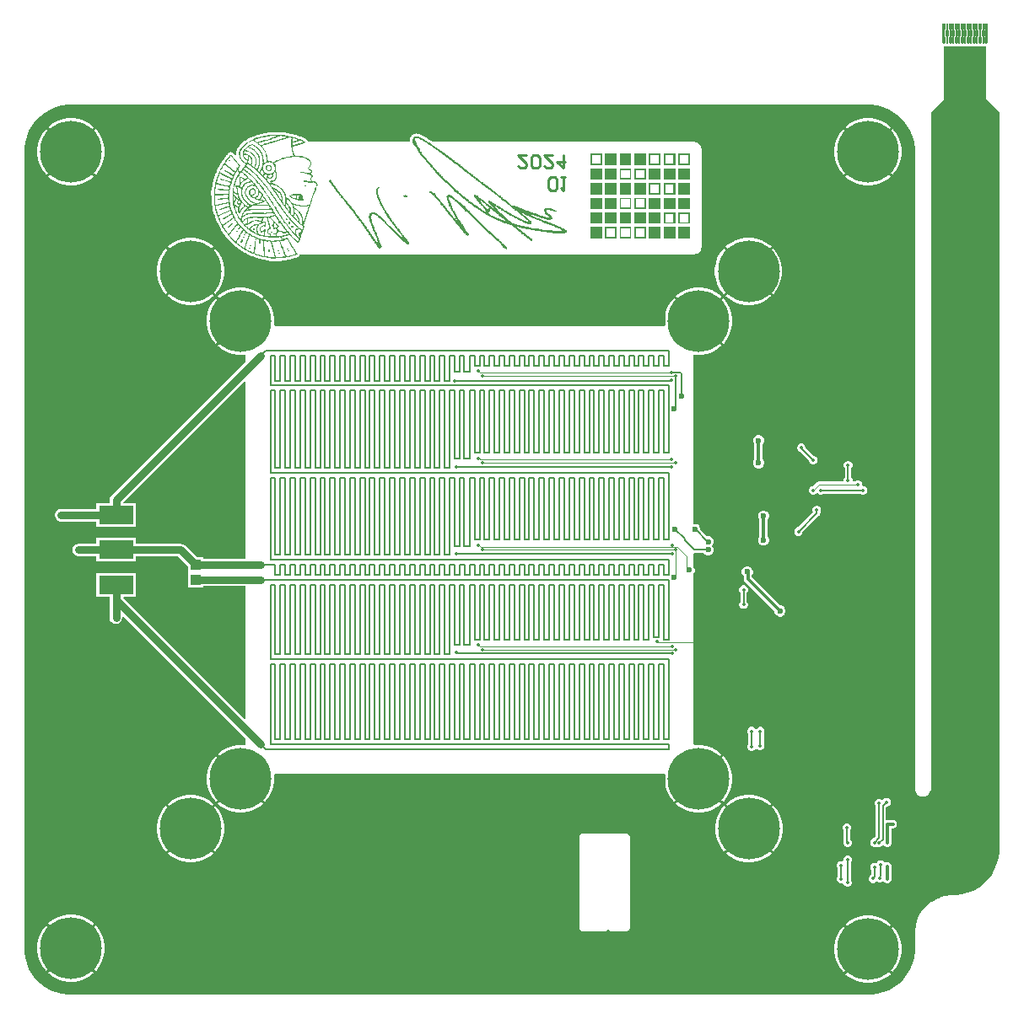
<source format=gbr>
%FSLAX23Y23*%
%MOIN*%
%SFA1B1*%

%IPPOS*%
%AMD36*
4,1,11,0.006000,0.039400,0.006000,-0.035400,0.002000,-0.039300,0.002000,-0.039300,-0.001900,-0.039300,-0.005900,-0.035400,-0.005900,-0.014700,-0.001900,-0.010800,-0.001900,0.014800,-0.005900,0.018700,-0.005900,0.039400,0.006000,0.039400,0.0*
%
%AMD37*
4,1,12,0.006000,0.012800,0.006000,-0.008800,0.002000,-0.012800,0.002000,-0.039300,-0.001900,-0.039300,-0.001900,-0.012800,-0.005900,-0.008800,-0.005900,0.012800,-0.001900,0.016800,-0.001900,0.039400,0.002000,0.039400,0.002000,0.016800,0.006000,0.012800,0.0*
%
%AMD38*
4,1,14,0.006000,0.039400,0.006000,0.018700,0.002000,0.014800,0.002000,-0.010800,0.006000,-0.014700,0.006000,-0.035400,0.002000,-0.039300,-0.001900,-0.039300,-0.005900,-0.035400,-0.005900,-0.014700,-0.001900,-0.010800,-0.001900,0.014800,-0.005900,0.018700,-0.005900,0.039400,0.006000,0.039400,0.0*
%
%AMD39*
4,1,12,0.006000,0.039400,0.006000,0.018700,0.002000,0.014800,0.002000,0.014800,0.002000,-0.010800,0.006000,-0.014700,0.006000,-0.014700,0.006000,-0.035400,0.002000,-0.039300,-0.001900,-0.039300,-0.005900,-0.035400,-0.005900,0.039400,0.006000,0.039400,0.0*
%
%ADD23R,0.135830X0.072840*%
%ADD25R,0.039370X0.039370*%
%ADD30C,0.005510*%
%ADD31C,0.004000*%
%ADD32C,0.011810*%
%ADD34C,0.007870*%
%ADD35C,0.029530*%
%ADD36D36*%
%ADD37D37*%
%ADD38D38*%
%ADD39D39*%
%ADD40C,0.244100*%
%ADD41C,0.013780*%
%ADD42C,0.023620*%
%ADD43C,0.004020*%
%ADD44C,0.010630*%
%LNmirror_pcb1_copper_signal_bot-1*%
%LPD*%
G36*
X3807Y3764D02*
X3811Y3763D01*
X3812*
Y3561*
X3813Y3556*
X3816Y3552*
X3865Y3502*
Y590*
Y578*
X3862Y554*
X3856Y531*
X3847Y508*
X3835Y487*
X3820Y468*
X3803Y451*
X3784Y436*
X3763Y424*
X3740Y415*
X3717Y408*
X3693Y405*
X3681*
X3680Y405*
X3680Y405*
X3671Y405*
X3671Y405*
X3670Y405*
X3652Y402*
X3651Y402*
X3651Y402*
X3633Y398*
X3632Y397*
X3632Y397*
X3615Y390*
X3614Y390*
X3614Y389*
X3598Y380*
X3597Y380*
X3597Y380*
X3582Y369*
X3582Y368*
X3581Y368*
X3568Y355*
X3568Y354*
X3567Y354*
X3556Y339*
X3556Y339*
X3556Y338*
X3547Y322*
X3546Y322*
X3546Y321*
X3539Y304*
X3539Y304*
X3538Y303*
X3534Y285*
X3534Y285*
X3534Y284*
X3531Y266*
X3531Y265*
X3531Y265*
X3531Y256*
X3531Y256*
X3531Y255*
Y196*
Y184*
X3528Y160*
X3521Y137*
X3512Y114*
X3500Y93*
X3485Y74*
X3468Y57*
X3449Y42*
X3428Y30*
X3405Y21*
X3382Y15*
X3358Y12*
X3346*
X196*
X184*
X160Y15*
X137Y21*
X114Y30*
X93Y42*
X74Y57*
X57Y74*
X42Y93*
X30Y114*
X21Y137*
X15Y160*
X12Y184*
Y196*
Y3346*
Y3358*
X15Y3382*
X21Y3405*
X30Y3428*
X42Y3449*
X57Y3468*
X74Y3485*
X93Y3500*
X114Y3512*
X137Y3521*
X160Y3528*
X184Y3531*
X196*
X3346*
X3358*
X3382Y3528*
X3405Y3521*
X3428Y3512*
X3449Y3500*
X3468Y3485*
X3485Y3468*
X3500Y3449*
X3512Y3428*
X3521Y3405*
X3528Y3382*
X3531Y3358*
Y3346*
Y826*
X3531Y826*
X3531Y825*
X3531Y821*
X3532Y820*
X3532Y818*
X3535Y811*
X3538Y807*
X3543Y801*
X3547Y799*
X3554Y796*
X3556Y795*
X3557Y795*
X3561Y795*
X3562Y795*
X3564Y795*
X3568Y795*
X3569Y795*
X3571Y796*
X3578Y799*
X3582Y801*
X3587Y807*
X3590Y811*
X3593Y818*
X3593Y820*
X3594Y821*
X3594Y825*
X3594Y826*
X3594Y826*
Y3502*
X3644Y3552*
X3646Y3556*
X3647Y3561*
Y3762*
X3649*
X3653Y3763*
X3657Y3762*
X3661*
X3665Y3763*
X3669Y3762*
X3673*
X3677Y3763*
X3678Y3763*
X3681Y3763*
X3685*
X3688Y3764*
X3688Y3764*
X3689Y3764*
X3692Y3763*
X3696*
X3700Y3764*
X3700Y3764*
X3700Y3764*
X3704Y3763*
X3708*
X3712Y3764*
X3712Y3764*
X3712Y3764*
X3716Y3763*
X3720*
X3724Y3764*
X3724Y3764*
X3724Y3764*
X3728Y3763*
X3732*
X3736Y3764*
X3736Y3764*
X3736Y3764*
X3740Y3763*
X3744*
X3748Y3764*
X3748Y3764*
X3748Y3764*
X3751Y3763*
X3755*
X3759Y3764*
X3759Y3764*
X3759Y3764*
X3763Y3763*
X3767*
X3771Y3764*
X3771Y3764*
X3771Y3764*
X3775Y3763*
X3779*
X3783Y3764*
X3783Y3764*
X3783Y3764*
X3787Y3763*
X3791*
X3795Y3764*
X3795Y3764*
X3795Y3764*
X3799Y3763*
X3803*
X3807Y3764*
X3807Y3764*
X3807Y3764*
G37*
%LNmirror_pcb1_copper_signal_bot-2*%
%LPC*%
G36*
X3356Y3479D02*
X3335D01*
X3315Y3476*
X3295Y3469*
X3276Y3460*
X3259Y3447*
X3255Y3444*
X3264Y3435*
X3257Y3428*
X3248Y3437*
X3244Y3433*
X3232Y3416*
X3223Y3397*
X3216Y3377*
X3213Y3356*
Y3335*
X3216Y3315*
X3223Y3295*
X3232Y3276*
X3244Y3259*
X3248Y3255*
X3257Y3264*
X3264Y3257*
X3255Y3248*
X3259Y3244*
X3276Y3232*
X3295Y3223*
X3315Y3216*
X3335Y3213*
X3356*
X3377Y3216*
X3397Y3223*
X3416Y3232*
X3433Y3244*
X3437Y3248*
X3428Y3257*
X3435Y3264*
X3444Y3255*
X3447Y3259*
X3460Y3276*
X3469Y3295*
X3476Y3315*
X3479Y3335*
Y3356*
X3476Y3377*
X3469Y3397*
X3460Y3416*
X3447Y3433*
X3444Y3437*
X3435Y3428*
X3428Y3435*
X3437Y3444*
X3433Y3447*
X3416Y3460*
X3397Y3469*
X3377Y3476*
X3356Y3479*
G37*
G36*
X207D02*
X186D01*
X165Y3476*
X145Y3469*
X127Y3460*
X110Y3447*
X106Y3444*
X115Y3435*
X107Y3428*
X99Y3437*
X95Y3433*
X83Y3416*
X73Y3397*
X67Y3377*
X63Y3356*
Y3335*
X67Y3315*
X73Y3295*
X83Y3276*
X95Y3259*
X99Y3255*
X107Y3264*
X115Y3257*
X106Y3248*
X110Y3244*
X127Y3232*
X145Y3223*
X165Y3216*
X186Y3213*
X207*
X228Y3216*
X247Y3223*
X266Y3232*
X283Y3244*
X287Y3248*
X278Y3257*
X285Y3264*
X294Y3255*
X298Y3259*
X310Y3276*
X320Y3295*
X326Y3315*
X329Y3335*
Y3356*
X326Y3377*
X320Y3397*
X310Y3416*
X298Y3433*
X294Y3437*
X285Y3428*
X278Y3435*
X287Y3444*
X283Y3447*
X266Y3460*
X247Y3469*
X228Y3476*
X207Y3479*
G37*
G36*
X1028Y3423D02*
X1028Y3423D01*
X1027Y3423*
X986Y3423*
X986Y3423*
X985Y3423*
X984Y3423*
X982Y3422*
X982Y3422*
X981Y3422*
X981Y3422*
X979Y3422*
X979Y3422*
X979Y3422*
X975Y3421*
X968Y3420*
X968Y3420*
X967Y3420*
X960Y3419*
X960Y3419*
X960*
X957Y3418*
X957Y3418*
X956Y3418*
X954Y3418*
X951Y3417*
X951Y3417*
X951*
X948Y3417*
X948Y3417*
X948Y3417*
X946Y3416*
X945Y3416*
X945Y3416*
X942Y3415*
X938Y3414*
X938Y3414*
X938Y3414*
X930Y3412*
X929Y3411*
X929Y3411*
X926Y3410*
X917Y3407*
X917Y3407*
X917Y3407*
X911Y3405*
X911Y3405*
X911Y3405*
X908Y3403*
X908Y3403*
X907Y3403*
X893Y3396*
X893Y3395*
X893Y3395*
X889Y3393*
X888Y3393*
X888Y3393*
X885Y3390*
X884Y3390*
X883Y3389*
X883Y3389*
X877Y3385*
X877Y3385*
X877Y3384*
X876Y3384*
X876Y3383*
X874Y3382*
X873Y3381*
X872Y3381*
X871Y3380*
X867Y3375*
X866Y3374*
X865Y3373*
X863Y3371*
X862Y3369*
X861Y3368*
X861Y3368*
X858Y3364*
X858Y3364*
X857Y3363*
X853Y3353*
X852Y3352*
X852Y3351*
X850Y3345*
X850Y3344*
X850Y3343*
X850Y3337*
X846Y3333*
X846Y3333*
X845Y3333*
X844Y3333*
X843Y3334*
X842Y3335*
X842Y3336*
X841Y3337*
X839Y3339*
X837Y3341*
X835Y3342*
X833Y3343*
X831Y3344*
X827Y3345*
X826Y3344*
X823Y3344*
X822Y3343*
X821Y3342*
X819Y3341*
X816Y3338*
X815Y3337*
X815Y3336*
X813Y3334*
X813Y3334*
X812Y3334*
X812Y3333*
X812Y3333*
X811Y3332*
X811Y3332*
X810Y3331*
X808Y3329*
X808Y3328*
X807Y3326*
X806Y3326*
X805Y3325*
X805Y3324*
X804Y3323*
X803Y3322*
X802Y3321*
X801Y3320*
X801Y3319*
X799Y3317*
X799Y3317*
X799Y3316*
X797Y3314*
X797Y3314*
X796Y3312*
X795Y3311*
X795Y3311*
X793Y3307*
X792Y3307*
X792Y3306*
X791Y3305*
X790Y3304*
X784Y3293*
X784Y3293*
X784Y3293*
X784Y3293*
X783Y3292*
X782Y3290*
X782Y3290*
X782Y3290*
X781Y3287*
X780Y3286*
X773Y3272*
X772Y3271*
X772Y3271*
X772Y3270*
X771Y3266*
X768Y3261*
X768Y3261*
X768Y3261*
X765Y3253*
X765Y3253*
X765Y3253*
X763Y3248*
X763Y3248*
X763Y3247*
X762Y3243*
X760Y3237*
X760Y3237*
X760Y3236*
X759Y3234*
X758Y3231*
X758Y3230*
X758Y3230*
X757Y3227*
Y3227*
X757Y3227*
X757Y3225*
X757Y3224*
X757Y3224*
X756Y3221*
X756Y3219*
X756Y3219*
X755Y3219*
X754Y3213*
Y3213*
X754Y3213*
X754Y3209*
Y3209*
X754Y3209*
X753Y3204*
X753Y3204*
X753Y3204*
X752Y3199*
X752Y3197*
X752Y3197*
X751Y3196*
X751Y3196*
X751Y3195*
X751Y3194*
X750Y3192*
X751Y3152*
X751Y3150*
X752Y3149*
X752Y3147*
X752Y3146*
X753Y3138*
X753Y3138*
X753Y3138*
X755Y3127*
X755Y3127*
Y3126*
X757Y3118*
X757Y3118*
X757Y3117*
X760Y3104*
X760Y3104*
X760Y3103*
X762Y3099*
X762Y3098*
X762Y3098*
X764Y3093*
X764Y3090*
X765Y3090*
X765Y3089*
X769Y3078*
X769Y3078*
X769Y3077*
X770Y3074*
X772Y3072*
X772Y3072*
X772Y3071*
X773Y3067*
X774Y3067*
X774Y3067*
X784Y3047*
X784Y3047*
X784Y3047*
X789Y3039*
X789Y3038*
X790Y3037*
X790Y3036*
X794Y3030*
X795Y3029*
X796Y3027*
X796Y3027*
X797Y3026*
X806Y3013*
X806Y3013*
X807Y3013*
X809Y3010*
X809Y3010*
X810Y3009*
X810Y3009*
X810Y3009*
X810Y3008*
X811Y3007*
X813Y3006*
X813Y3005*
X814Y3004*
X816Y3002*
X816Y3002*
X817Y3000*
X818Y2999*
X819Y2998*
X820Y2997*
X836Y2981*
X837Y2980*
X838Y2979*
X840Y2977*
X841Y2976*
X842Y2976*
X844Y2974*
X845Y2973*
X846Y2973*
X847Y2971*
X848Y2970*
X849Y2970*
X850Y2969*
X851Y2968*
X852Y2968*
X853Y2967*
X854Y2966*
X855Y2965*
X856Y2965*
X862Y2960*
X862Y2960*
X862Y2960*
X864Y2958*
X864Y2958*
X865Y2958*
X871Y2954*
X871Y2954*
X871Y2954*
X874Y2952*
X874Y2952*
X874Y2952*
X877Y2950*
X877Y2950*
X878Y2949*
X879Y2949*
X883Y2946*
X883Y2946*
X884Y2946*
X894Y2940*
X894Y2940*
X895Y2940*
X907Y2935*
X907Y2935*
X907Y2934*
X910Y2933*
X914Y2932*
X914Y2932*
X914Y2931*
X921Y2929*
X922Y2929*
X923Y2928*
X924Y2928*
X926Y2927*
X927Y2927*
X927Y2927*
X933Y2925*
X940Y2923*
X940Y2923*
X941Y2923*
X943Y2922*
X946Y2921*
X946Y2921*
X946Y2921*
X951Y2920*
X951Y2920*
X951Y2920*
X954Y2919*
X954*
X954Y2919*
X957Y2919*
X959Y2918*
X959Y2918*
X960Y2918*
X962Y2918*
X963*
X963Y2918*
X970Y2917*
X972Y2916*
X973Y2916*
X973Y2916*
X978Y2916*
X979Y2915*
X980Y2915*
X980Y2915*
X982Y2914*
X983Y2914*
X984Y2914*
X984Y2914*
X1027Y2914*
X1028Y2915*
X1030Y2915*
X1032Y2916*
X1039Y2916*
X1039Y2916*
X1039Y2916*
X1044Y2917*
X1044Y2917*
X1044*
X1051Y2918*
X1051Y2918*
X1051*
X1056Y2919*
X1060Y2920*
X1060Y2920*
X1060Y2920*
X1069Y2922*
X1072Y2923*
X1072Y2923*
X1073Y2923*
X1079Y2925*
X1081Y2925*
X1081Y2926*
X1082Y2926*
X1087Y2927*
X1089Y2928*
X1090Y2929*
X1092Y2929*
X1095Y2931*
X1096Y2932*
X1096Y2932*
X1097Y2933*
X1098Y2934*
X1098Y2934*
X1099Y2935*
X1099Y2936*
X1100Y2937*
X1100Y2938*
X1101Y2939*
X1101Y2940*
X1101Y2940*
X2660*
X2666Y2942*
X2672Y2944*
X2677Y2947*
X2681Y2952*
X2685Y2957*
X2687Y2963*
X2688Y2969*
Y2972*
Y3354*
Y3357*
X2687Y3363*
X2685Y3369*
X2681Y3374*
X2677Y3378*
X2672Y3382*
X2666Y3384*
X2660Y3385*
X1625*
X1625Y3386*
X1624Y3386*
X1622Y3388*
X1622Y3388*
X1622Y3388*
X1621Y3389*
X1621Y3389*
X1619Y3390*
X1618Y3390*
X1618Y3390*
X1617Y3391*
X1616Y3391*
X1615Y3392*
X1615*
X1615Y3392*
X1615Y3392*
X1614Y3392*
X1613Y3393*
X1612Y3394*
X1611Y3394*
X1611Y3394*
X1611*
X1610Y3395*
X1610Y3396*
X1609Y3396*
X1608Y3396*
X1608Y3397*
X1607Y3397*
X1606Y3398*
X1606Y3398*
X1604Y3398*
X1604Y3398*
X1604Y3398*
X1604Y3399*
X1604Y3399*
X1604Y3399*
X1603Y3399*
X1602Y3400*
X1601Y3401*
X1601Y3401*
X1600Y3401*
X1600Y3401*
X1600Y3401*
X1599Y3402*
X1598Y3402*
X1598Y3402*
X1598Y3402*
X1597Y3403*
X1596Y3404*
X1595Y3405*
X1595Y3405*
X1594Y3405*
X1594Y3405*
X1593Y3406*
X1592Y3406*
X1591Y3406*
X1591Y3407*
X1590Y3407*
X1590Y3407*
X1589Y3408*
X1588Y3409*
X1587Y3409*
X1586Y3409*
X1585Y3410*
X1585Y3410*
X1585Y3410*
X1584Y3410*
X1584Y3410*
X1583Y3411*
X1582Y3411*
X1581Y3412*
X1581Y3412*
X1581Y3412*
X1580Y3412*
X1580Y3413*
X1579Y3413*
X1579Y3413*
X1578Y3414*
Y3414*
X1577Y3414*
X1576Y3414*
X1575Y3414*
X1575Y3415*
X1573Y3416*
X1573Y3416*
X1573Y3416*
X1571Y3416*
X1569Y3416*
X1565Y3417*
X1564Y3417*
X1563Y3417*
X1563Y3417*
X1563Y3417*
X1562Y3417*
X1562Y3417*
X1561Y3418*
X1555Y3417*
X1555Y3417*
X1554Y3417*
X1553Y3417*
X1552Y3416*
X1551Y3416*
X1551Y3416*
X1551Y3416*
X1550Y3416*
X1549Y3416*
X1549Y3415*
X1548Y3415*
X1547Y3414*
X1546Y3413*
X1545Y3413*
X1545Y3413*
X1545Y3413*
X1545Y3413*
X1545Y3413*
X1545Y3412*
X1544Y3412*
X1544Y3412*
X1544Y3411*
X1544Y3411*
X1543Y3411*
X1543Y3411*
X1543Y3411*
X1543Y3410*
X1543Y3410*
X1542Y3409*
X1541Y3408*
X1541Y3408*
Y3408*
X1540Y3406*
X1539Y3405*
X1539Y3405*
X1539Y3404*
X1539Y3404*
X1538Y3403*
X1537Y3403*
X1537Y3403*
X1536Y3401*
X1536Y3400*
X1535Y3399*
X1535Y3398*
X1535Y3396*
X1535Y3396*
X1535Y3395*
X1535Y3394*
X1535Y3385*
X1136*
X1132Y3387*
X1131Y3388*
Y3388*
X1131Y3389*
X1130Y3391*
X1130Y3391*
X1130Y3391*
X1128Y3393*
X1128Y3394*
X1128Y3394*
X1127Y3395*
X1126Y3396*
X1125Y3396*
X1124Y3397*
X1112Y3402*
X1112Y3402*
X1111Y3403*
X1106Y3405*
X1106Y3405*
X1106Y3405*
X1102Y3406*
X1101Y3406*
X1101Y3407*
X1099Y3407*
X1096Y3408*
X1095Y3409*
X1095Y3409*
X1093Y3409*
X1090Y3411*
X1089Y3411*
X1089Y3411*
X1086Y3412*
X1086Y3412*
X1086Y3412*
X1083Y3412*
X1078Y3414*
X1078Y3414*
X1078Y3414*
X1073Y3415*
X1073Y3415*
X1073Y3415*
X1069Y3416*
X1065Y3417*
X1064Y3417*
X1064Y3417*
X1054Y3419*
X1052Y3419*
X1052Y3419*
X1051Y3420*
X1040Y3421*
X1040Y3421*
X1039Y3421*
X1033Y3422*
X1031Y3423*
X1031Y3423*
X1031Y3423*
X1029Y3423*
X1028Y3423*
G37*
G36*
X2884Y3007D02*
X2863D01*
X2842Y3003*
X2822Y2997*
X2804Y2987*
X2787Y2975*
X2783Y2971*
X2792Y2962*
X2785Y2955*
X2776Y2964*
X2772Y2960*
X2760Y2943*
X2750Y2925*
X2744Y2905*
X2740Y2884*
Y2863*
X2744Y2842*
X2750Y2822*
X2760Y2804*
X2772Y2787*
X2776Y2783*
X2785Y2792*
X2792Y2785*
X2783Y2776*
X2787Y2772*
X2804Y2760*
X2822Y2750*
X2842Y2744*
X2863Y2740*
X2884*
X2905Y2744*
X2925Y2750*
X2943Y2760*
X2960Y2772*
X2964Y2776*
X2955Y2785*
X2962Y2792*
X2971Y2783*
X2975Y2787*
X2987Y2804*
X2997Y2822*
X3003Y2842*
X3007Y2863*
Y2884*
X3003Y2905*
X2997Y2925*
X2987Y2943*
X2975Y2960*
X2971Y2964*
X2962Y2955*
X2955Y2962*
X2964Y2971*
X2960Y2975*
X2943Y2987*
X2925Y2997*
X2905Y3003*
X2884Y3007*
G37*
G36*
X679D02*
X658D01*
X638Y3003*
X618Y2997*
X599Y2987*
X582Y2975*
X578Y2971*
X587Y2962*
X580Y2955*
X571Y2964*
X567Y2960*
X555Y2943*
X545Y2925*
X539Y2905*
X536Y2884*
Y2863*
X539Y2842*
X545Y2822*
X555Y2804*
X567Y2787*
X571Y2783*
X580Y2792*
X587Y2785*
X578Y2776*
X582Y2772*
X599Y2760*
X618Y2750*
X638Y2744*
X658Y2740*
X679*
X700Y2744*
X720Y2750*
X739Y2760*
X755Y2772*
X759Y2776*
X751Y2785*
X758Y2792*
X766Y2783*
X770Y2787*
X783Y2804*
X792Y2822*
X799Y2842*
X802Y2863*
Y2884*
X799Y2905*
X792Y2925*
X783Y2943*
X770Y2960*
X766Y2964*
X758Y2955*
X751Y2962*
X759Y2971*
X755Y2975*
X739Y2987*
X720Y2997*
X700Y3003*
X679Y3007*
G37*
G36*
X2687Y2810D02*
X2666D01*
X2646Y2806*
X2626Y2800*
X2607Y2790*
X2590Y2778*
X2586Y2774*
X2595Y2766*
X2588Y2759*
X2579Y2767*
X2575Y2763*
X2563Y2746*
X2553Y2728*
X2547Y2708*
X2544Y2687*
Y2666*
X2544Y2661*
X2541Y2657*
X1001*
X998Y2661*
X999Y2666*
Y2687*
X995Y2708*
X989Y2728*
X979Y2746*
X967Y2763*
X963Y2767*
X955Y2759*
X948Y2766*
X956Y2774*
X952Y2778*
X935Y2790*
X917Y2800*
X897Y2806*
X876Y2810*
X855*
X834Y2806*
X815Y2800*
X796Y2790*
X779Y2778*
X775Y2774*
X784Y2766*
X777Y2759*
X768Y2767*
X764Y2763*
X752Y2746*
X742Y2728*
X736Y2708*
X733Y2687*
Y2666*
X736Y2646*
X742Y2626*
X752Y2607*
X764Y2590*
X768Y2586*
X777Y2595*
X784Y2588*
X775Y2579*
X779Y2575*
X796Y2563*
X815Y2553*
X834Y2547*
X855Y2544*
X876*
X882Y2544*
X885Y2541*
Y2516*
X356Y1986*
X350Y1978*
X348Y1968*
Y1955*
X296*
Y1934*
X157*
X147Y1932*
X139Y1927*
X134Y1919*
X132Y1909*
X134Y1899*
X139Y1891*
X147Y1886*
X157Y1884*
X296*
Y1863*
X451*
Y1955*
X404*
X402Y1960*
X881Y2439*
X885Y2438*
Y1737*
X718*
Y1742*
X695*
X647Y1789*
X639Y1794*
X629Y1796*
X451*
Y1818*
X296*
Y1796*
X226*
X216Y1794*
X208Y1789*
X203Y1781*
X201Y1771*
X203Y1761*
X208Y1753*
X216Y1748*
X226Y1746*
X296*
Y1725*
X451*
Y1746*
X619*
X659Y1706*
Y1682*
Y1623*
X718*
Y1628*
X885*
Y1105*
X881Y1103*
X402Y1582*
X404Y1587*
X451*
Y1680*
X296*
Y1587*
X348*
Y1574*
Y1504*
X350Y1494*
X356Y1486*
X364Y1480*
X374Y1478*
X383Y1480*
X391Y1486*
X397Y1494*
X399Y1504*
Y1507*
X403Y1509*
X885Y1027*
Y1001*
X882Y998*
X876Y999*
X855*
X834Y995*
X815Y989*
X796Y979*
X779Y967*
X775Y963*
X784Y955*
X777Y948*
X768Y956*
X764Y952*
X752Y935*
X742Y917*
X736Y897*
X733Y876*
Y855*
X736Y834*
X742Y815*
X752Y796*
X764Y779*
X768Y775*
X777Y784*
X784Y777*
X775Y768*
X779Y764*
X796Y752*
X815Y742*
X834Y736*
X855Y733*
X876*
X897Y736*
X917Y742*
X935Y752*
X952Y764*
X956Y768*
X948Y777*
X955Y784*
X963Y775*
X967Y779*
X979Y796*
X989Y815*
X995Y834*
X999Y855*
Y876*
X998Y882*
X1001Y885*
X2541*
X2544Y882*
X2544Y876*
Y855*
X2547Y834*
X2553Y815*
X2563Y796*
X2575Y779*
X2579Y775*
X2588Y784*
X2595Y777*
X2586Y768*
X2590Y764*
X2607Y752*
X2626Y742*
X2646Y736*
X2666Y733*
X2687*
X2708Y736*
X2728Y742*
X2746Y752*
X2763Y764*
X2767Y768*
X2759Y777*
X2766Y784*
X2774Y775*
X2778Y779*
X2790Y796*
X2800Y815*
X2806Y834*
X2810Y855*
Y876*
X2806Y897*
X2800Y917*
X2790Y935*
X2778Y952*
X2774Y956*
X2766Y948*
X2759Y955*
X2767Y963*
X2763Y967*
X2746Y979*
X2728Y989*
X2708Y995*
X2687Y999*
X2666*
X2661Y998*
X2657Y1001*
Y1678*
X2657Y1679*
X2661Y1687*
Y1695*
X2657Y1703*
X2657Y1703*
Y1757*
X2659Y1758*
X2697*
X2702Y1753*
X2710Y1749*
X2719*
X2727Y1753*
X2733Y1759*
X2736Y1767*
Y1775*
X2733Y1784*
X2729Y1787*
X2733Y1791*
X2736Y1799*
Y1808*
X2733Y1816*
X2727Y1822*
X2719Y1826*
X2710*
X2709Y1825*
X2683Y1851*
Y1857*
X2680Y1865*
X2674Y1871*
X2666Y1874*
X2657*
X2657Y1874*
Y2541*
X2661Y2544*
X2666Y2544*
X2687*
X2708Y2547*
X2728Y2553*
X2746Y2563*
X2763Y2575*
X2767Y2579*
X2759Y2588*
X2766Y2595*
X2774Y2586*
X2778Y2590*
X2790Y2607*
X2800Y2626*
X2806Y2646*
X2810Y2666*
Y2687*
X2806Y2708*
X2800Y2728*
X2790Y2746*
X2778Y2763*
X2774Y2767*
X2766Y2759*
X2759Y2766*
X2767Y2774*
X2763Y2778*
X2746Y2790*
X2728Y2800*
X2708Y2806*
X2687Y2810*
G37*
G36*
X3086Y2192D02*
X3079D01*
X3073Y2189*
X3068Y2184*
X3065Y2178*
Y2171*
X3068Y2165*
X3073Y2160*
X3079Y2158*
X3080*
X3113Y2125*
Y2122*
X3115Y2116*
X3120Y2111*
X3126Y2109*
X3133*
X3139Y2111*
X3144Y2116*
X3146Y2122*
Y2129*
X3144Y2135*
X3139Y2140*
X3133Y2142*
X3132*
X3099Y2175*
Y2178*
X3097Y2184*
X3092Y2189*
X3086Y2192*
G37*
G36*
X2917Y2226D02*
X2909D01*
X2901Y2223*
X2894Y2217*
X2891Y2209*
Y2200*
X2894Y2192*
X2897Y2190*
Y2130*
X2894Y2128*
X2891Y2120*
Y2111*
X2894Y2103*
X2901Y2097*
X2909Y2094*
X2917*
X2925Y2097*
X2931Y2103*
X2935Y2111*
Y2120*
X2931Y2128*
X2929Y2130*
Y2190*
X2931Y2192*
X2935Y2200*
Y2209*
X2931Y2217*
X2925Y2223*
X2917Y2226*
G37*
G36*
X3271Y2123D02*
X3264D01*
X3258Y2120*
X3253Y2115*
X3250Y2109*
Y2102*
X3253Y2096*
X3254Y2095*
Y2058*
X3253Y2056*
X3250Y2050*
Y2043*
X3249Y2041*
X3151*
X3147Y2040*
X3143Y2038*
X3129Y2024*
X3126*
X3120Y2022*
X3115Y2017*
X3113Y2011*
Y2004*
X3115Y1998*
X3120Y1993*
X3126Y1990*
X3133*
X3139Y1993*
X3141Y1995*
X3145Y1997*
X3148Y1995*
X3150Y1993*
X3156Y1990*
X3163*
X3169Y1993*
X3171Y1994*
X3315*
X3317Y1993*
X3323Y1990*
X3330*
X3336Y1993*
X3341Y1998*
X3343Y2004*
Y2011*
X3341Y2017*
X3336Y2022*
X3330Y2024*
X3328*
X3323Y2026*
Y2029*
Y2032*
X3321Y2039*
X3316Y2043*
X3310Y2046*
X3303*
X3297Y2043*
X3295Y2041*
X3286*
X3284Y2043*
Y2050*
X3282Y2056*
X3280Y2058*
Y2095*
X3282Y2096*
X3284Y2102*
Y2109*
X3282Y2115*
X3277Y2120*
X3271Y2123*
G37*
G36*
X3147Y1946D02*
X3140D01*
X3134Y1943*
X3129Y1938*
X3127Y1932*
Y1925*
X3129Y1920*
X3069Y1861*
X3067*
X3061Y1858*
X3056Y1854*
X3054Y1847*
Y1841*
X3056Y1834*
X3061Y1830*
X3067Y1827*
X3074*
X3080Y1830*
X3085Y1834*
X3087Y1841*
Y1842*
X3151Y1906*
X3154Y1910*
X3155Y1915*
Y1916*
X3158Y1919*
X3160Y1925*
Y1932*
X3158Y1938*
X3153Y1943*
X3147Y1946*
G37*
G36*
X2937Y1927D02*
X2928D01*
X2920Y1924*
X2914Y1918*
X2911Y1910*
Y1901*
X2914Y1893*
X2916Y1891*
Y1824*
X2914Y1822*
X2911Y1814*
Y1805*
X2914Y1797*
X2920Y1791*
X2928Y1788*
X2937*
X2945Y1791*
X2951Y1797*
X2954Y1805*
Y1814*
X2951Y1822*
X2949Y1824*
Y1891*
X2951Y1893*
X2954Y1901*
Y1910*
X2951Y1918*
X2945Y1924*
X2937Y1927*
G37*
G36*
X2857Y1631D02*
X2850D01*
X2844Y1628*
X2840Y1623*
X2837Y1617*
Y1610*
X2840Y1604*
X2841Y1603*
Y1566*
X2840Y1564*
X2837Y1558*
Y1551*
X2840Y1545*
X2844Y1540*
X2850Y1538*
X2857*
X2863Y1540*
X2868Y1545*
X2871Y1551*
Y1558*
X2868Y1564*
X2867Y1566*
Y1603*
X2868Y1604*
X2871Y1610*
Y1617*
X2868Y1623*
X2863Y1628*
X2857Y1631*
G37*
G36*
X2873Y1706D02*
X2864D01*
X2856Y1703*
X2850Y1697*
X2847Y1689*
Y1680*
X2850Y1672*
X2855Y1668*
Y1657*
X2856Y1650*
X2860Y1645*
X2977Y1528*
Y1525*
X2980Y1517*
X2986Y1511*
X2994Y1507*
X3003*
X3011Y1511*
X3017Y1517*
X3020Y1525*
Y1534*
X3017Y1542*
X3011Y1548*
X3003Y1551*
X3000*
X2887Y1663*
Y1672*
X2887Y1672*
X2891Y1680*
Y1689*
X2887Y1697*
X2881Y1703*
X2873Y1706*
G37*
G36*
X2924Y1071D02*
X2917D01*
X2911Y1068*
X2906Y1063*
X2906Y1063*
X2900*
X2900Y1063*
X2895Y1068*
X2889Y1071*
X2882*
X2876Y1068*
X2871Y1063*
X2869Y1057*
Y1051*
X2871Y1044*
X2872Y1044*
Y1002*
X2871Y1001*
X2869Y995*
Y989*
X2871Y982*
X2876Y978*
X2882Y975*
X2889*
X2895Y978*
X2900Y982*
X2901Y984*
X2902Y984*
X2906Y985*
X2910Y981*
X2916Y979*
X2923*
X2929Y981*
X2934Y986*
X2936Y992*
Y999*
X2934Y1004*
Y1044*
X2935Y1044*
X2937Y1051*
Y1057*
X2935Y1063*
X2930Y1068*
X2924Y1071*
G37*
G36*
X3423Y790D02*
X3416D01*
X3410Y788*
X3406Y784*
X3400Y783*
X3399Y784*
X3393Y787*
X3386*
X3380Y784*
X3375Y780*
X3373Y774*
Y767*
X3375Y761*
X3377Y759*
Y637*
X3370Y631*
X3368*
X3362Y628*
X3357Y623*
X3355Y617*
Y610*
X3357Y604*
X3362Y599*
X3368Y597*
X3375*
X3379Y599*
X3380Y598*
X3386Y595*
X3393*
X3399Y598*
X3402Y601*
X3405Y602*
X3409Y601*
X3412Y598*
X3418Y596*
X3425*
X3431Y598*
X3436Y603*
X3438Y609*
Y616*
X3438Y618*
Y665*
X3440Y670*
X3447*
X3453Y672*
X3458Y677*
X3460Y683*
Y690*
X3458Y696*
X3453Y701*
X3447Y703*
X3440*
X3439Y703*
X3426*
X3425Y704*
X3418*
X3417Y704*
Y753*
X3421Y757*
X3423*
X3429Y759*
X3434Y764*
X3436Y770*
Y777*
X3434Y783*
X3429Y788*
X3423Y790*
G37*
G36*
X679Y802D02*
X658D01*
X638Y799*
X618Y792*
X599Y783*
X582Y770*
X578Y766*
X587Y758*
X580Y751*
X571Y759*
X567Y755*
X555Y739*
X545Y720*
X539Y700*
X536Y679*
Y658*
X539Y638*
X545Y618*
X555Y599*
X567Y582*
X571Y578*
X580Y587*
X587Y580*
X578Y571*
X582Y567*
X599Y555*
X618Y545*
X638Y539*
X658Y536*
X679*
X700Y539*
X720Y545*
X739Y555*
X755Y567*
X759Y571*
X751Y580*
X758Y587*
X766Y578*
X770Y582*
X783Y599*
X792Y618*
X799Y638*
X802Y658*
Y679*
X799Y700*
X792Y720*
X783Y739*
X770Y755*
X766Y759*
X758Y751*
X751Y758*
X759Y766*
X755Y770*
X739Y783*
X720Y792*
X700Y799*
X679Y802*
G37*
G36*
X2885Y802D02*
X2864D01*
X2843Y798*
X2823Y792*
X2805Y782*
X2788Y770*
X2784Y766*
X2793Y758*
X2786Y751*
X2777Y759*
X2773Y755*
X2761Y738*
X2751Y720*
X2745Y700*
X2741Y679*
Y658*
X2745Y637*
X2751Y618*
X2761Y599*
X2773Y582*
X2777Y578*
X2786Y587*
X2793Y580*
X2784Y571*
X2788Y567*
X2805Y555*
X2823Y545*
X2843Y539*
X2864Y536*
X2885*
X2906Y539*
X2926Y545*
X2944Y555*
X2961Y567*
X2965Y571*
X2956Y580*
X2963Y587*
X2972Y578*
X2976Y582*
X2988Y599*
X2998Y618*
X3004Y637*
X3008Y658*
Y679*
X3004Y700*
X2998Y720*
X2988Y738*
X2976Y755*
X2972Y759*
X2963Y751*
X2956Y758*
X2965Y766*
X2961Y770*
X2944Y782*
X2926Y792*
X2906Y798*
X2885Y802*
G37*
G36*
X3266Y689D02*
X3259D01*
X3253Y687*
X3248Y682*
X3246Y676*
Y669*
X3248Y663*
X3248Y663*
Y617*
X3249Y616*
X3248Y616*
Y609*
X3251Y603*
X3256Y598*
X3262Y596*
X3269*
X3275Y598*
X3280Y603*
X3282Y609*
Y616*
X3280Y622*
X3277Y625*
Y663*
X3277Y663*
X3280Y669*
Y676*
X3277Y682*
X3272Y687*
X3266Y689*
G37*
G36*
X3269Y562D02*
X3262D01*
X3256Y560*
X3251Y555*
X3248Y549*
Y543*
X3245Y541*
X3244Y540*
X3243Y540*
X3236*
X3230Y538*
X3225Y533*
X3223Y527*
Y520*
X3225Y514*
X3226Y513*
Y479*
X3223Y474*
Y467*
X3226Y461*
X3231Y456*
X3237Y453*
X3244*
X3248Y450*
X3250Y445*
X3255Y441*
X3261Y438*
X3267*
X3274Y441*
X3278Y445*
X3281Y452*
Y458*
X3279Y463*
Y535*
X3280Y536*
X3282Y542*
Y549*
X3280Y555*
X3275Y560*
X3269Y562*
G37*
G36*
X3400Y543D02*
X3394D01*
X3387Y541*
X3383Y536*
X3381Y531*
X3375Y534*
X3368*
X3362Y531*
X3357Y526*
X3355Y520*
Y513*
X3357Y507*
X3359Y506*
Y486*
X3356Y485*
X3351Y480*
X3349Y474*
Y467*
X3351Y461*
X3356Y456*
X3362Y454*
X3369*
X3375Y456*
X3380Y461*
X3385Y459*
X3390Y457*
X3396*
X3403Y460*
X3409Y459*
X3412Y456*
X3418Y453*
X3425*
X3431Y456*
X3436Y461*
X3438Y467*
Y474*
X3438Y475*
Y515*
X3438Y517*
Y523*
X3436Y530*
X3431Y534*
X3425Y537*
X3418*
X3412Y534*
X3411Y536*
X3406Y541*
X3400Y543*
G37*
G36*
X207Y329D02*
X186D01*
X165Y326*
X145Y320*
X127Y310*
X110Y298*
X106Y294*
X115Y285*
X107Y278*
X99Y287*
X95Y283*
X83Y266*
X73Y247*
X67Y228*
X63Y207*
Y186*
X67Y165*
X73Y145*
X83Y127*
X95Y110*
X99Y106*
X107Y115*
X115Y107*
X106Y99*
X110Y95*
X127Y83*
X145Y73*
X165Y67*
X186Y63*
X207*
X228Y67*
X247Y73*
X266Y83*
X283Y95*
X287Y99*
X278Y107*
X285Y115*
X294Y106*
X298Y110*
X310Y127*
X320Y145*
X326Y165*
X329Y186*
Y207*
X326Y228*
X320Y247*
X310Y266*
X298Y283*
X294Y287*
X285Y278*
X278Y285*
X287Y294*
X283Y298*
X266Y310*
X247Y320*
X228Y326*
X207Y329*
G37*
G36*
X3356Y325D02*
X3335D01*
X3315Y322*
X3295Y315*
X3276Y306*
X3259Y293*
X3255Y289*
X3264Y281*
X3257Y274*
X3248Y282*
X3244Y278*
X3232Y262*
X3223Y243*
X3216Y223*
X3213Y202*
Y181*
X3216Y161*
X3223Y141*
X3232Y122*
X3244Y105*
X3248Y101*
X3257Y110*
X3264Y103*
X3255Y94*
X3259Y90*
X3276Y78*
X3295Y68*
X3315Y62*
X3335Y59*
X3356*
X3377Y62*
X3397Y68*
X3416Y78*
X3433Y90*
X3437Y94*
X3428Y103*
X3435Y110*
X3444Y101*
X3447Y105*
X3460Y122*
X3469Y141*
X3476Y161*
X3479Y181*
Y202*
X3476Y223*
X3469Y243*
X3460Y262*
X3447Y278*
X3444Y282*
X3435Y274*
X3428Y281*
X3437Y289*
X3433Y293*
X3416Y306*
X3397Y315*
X3377Y322*
X3356Y325*
G37*
G36*
X2394Y649D02*
X2213D01*
X2209Y647*
X2206Y644*
X2204Y639*
Y637*
X2204Y279*
Y275*
X2207Y269*
X2211Y265*
X2217Y262*
X2387*
Y262*
X2392*
X2398Y265*
X2403Y269*
X2405Y275*
Y279*
Y635*
Y638*
X2403Y643*
X2399Y647*
X2394Y649*
G37*
%LNmirror_pcb1_copper_signal_bot-3*%
%LPD*%
G36*
X2642Y3293D02*
X2596D01*
Y3338*
X2642*
Y3293*
G37*
G36*
X2584D02*
X2538D01*
Y3338*
X2584*
Y3293*
G37*
G36*
X2526D02*
X2480D01*
Y3338*
X2526*
Y3293*
G37*
G36*
X2468D02*
X2422D01*
Y3338*
X2468*
Y3293*
G37*
G36*
X2410Y3311D02*
Y3308D01*
Y3293*
X2364*
Y3338*
X2410*
Y3311*
G37*
G36*
X2352Y3293D02*
X2306D01*
Y3332*
Y3335*
Y3338*
X2352*
Y3293*
G37*
G36*
X2294D02*
X2248D01*
Y3338*
X2294*
Y3293*
G37*
G36*
X1028Y3412D02*
X1031Y3412D01*
X1038Y3411*
X1050Y3409*
X1052Y3409*
X1062Y3407*
X1067Y3406*
X1071Y3405*
X1075Y3404*
X1081Y3402*
X1083Y3402*
X1086Y3401*
X1090Y3400*
X1092Y3399*
X1096Y3397*
X1098Y3397*
X1102Y3395*
X1108Y3393*
X1120Y3387*
X1122Y3385*
X1121Y3384*
X1119Y3382*
X1114Y3379*
X1108Y3377*
X1097Y3373*
X1092Y3372*
X1088Y3370*
X1086Y3370*
X1079Y3368*
X1076Y3367*
X1073Y3366*
X1072Y3363*
X1073Y3361*
X1073Y3353*
X1075Y3347*
X1076Y3341*
X1078Y3335*
X1078Y3333*
X1079Y3331*
X1084Y3330*
X1102Y3329*
X1105Y3328*
X1109Y3328*
X1120Y3325*
X1123Y3324*
X1128Y3321*
X1131Y3320*
X1134Y3318*
X1135Y3317*
X1137Y3316*
X1138Y3315*
X1140Y3313*
X1141Y3312*
X1142Y3310*
X1145Y3305*
X1146Y3299*
X1145Y3295*
X1142Y3289*
X1141Y3286*
X1139Y3285*
X1137Y3282*
X1137Y3280*
X1138Y3279*
X1141Y3276*
X1144Y3276*
X1147Y3274*
X1148Y3274*
X1148Y3267*
X1146Y3262*
X1146Y3261*
X1144Y3260*
X1145Y3258*
X1148Y3255*
X1151Y3252*
X1151Y3248*
X1150Y3245*
X1146Y3237*
X1147Y3235*
X1149Y3231*
X1150Y3231*
X1152Y3229*
X1159Y3228*
X1166Y3225*
X1168Y3222*
X1169Y3219*
X1170Y3218*
X1171Y3216*
X1169Y3212*
X1167Y3205*
X1166Y3202*
X1164Y3197*
X1162Y3192*
X1161Y3189*
X1158Y3181*
X1156Y3175*
X1153Y3165*
X1150Y3159*
X1149Y3154*
X1148Y3152*
X1145Y3143*
X1143Y3139*
X1143Y3137*
X1141Y3133*
X1137Y3118*
X1135Y3116*
X1134Y3111*
X1133Y3107*
X1131Y3102*
X1130Y3099*
X1128Y3094*
X1127Y3090*
X1126Y3087*
X1124Y3082*
X1123Y3079*
X1121Y3073*
X1120Y3070*
X1119Y3066*
X1118Y3063*
X1116Y3056*
X1116Y3054*
X1118Y3052*
X1118Y3049*
X1116Y3045*
X1115Y3040*
X1113Y3036*
X1112Y3033*
X1111Y3028*
X1110Y3025*
X1108Y3022*
X1107Y3017*
X1105Y3012*
X1105Y3010*
X1101Y3000*
X1100Y2997*
X1099Y2994*
X1096Y2987*
X1095Y2986*
X1092Y2987*
X1091Y2987*
X1089Y2990*
X1088Y2990*
X1084Y2994*
X1082Y2995*
X1075Y3003*
X1073Y3003*
X1073Y3004*
X1072Y3005*
X1071Y3006*
X1068Y3009*
X1067Y3010*
X1061Y3016*
X1059Y3017*
X1057Y3016*
X1050Y3014*
X1045Y3013*
X1043Y3012*
X1033Y3010*
X1029Y3009*
X1029Y3007*
X1031Y3006*
X1033Y3005*
X1035Y3004*
X1052Y3005*
X1054Y3001*
X1056Y2998*
X1060Y2992*
X1062Y2988*
X1065Y2983*
X1066Y2982*
X1070Y2975*
X1071Y2974*
X1074Y2970*
X1074Y2968*
X1077Y2965*
X1081Y2957*
X1084Y2953*
X1087Y2947*
X1088Y2946*
X1091Y2941*
X1090Y2940*
X1087Y2938*
X1084Y2937*
X1079Y2935*
X1076Y2935*
X1070Y2933*
X1067Y2932*
X1058Y2930*
X1054Y2929*
X1049Y2928*
X1043Y2927*
X1038Y2927*
X1029Y2926*
X1026Y2925*
X984Y2924*
X984Y2925*
X981Y2926*
X974Y2926*
X972Y2927*
X964Y2928*
X962Y2928*
X959Y2929*
X956Y2929*
X953Y2930*
X949Y2931*
X945Y2932*
X943Y2932*
X936Y2935*
X930Y2936*
X927Y2938*
X925Y2938*
X918Y2941*
X914Y2943*
X911Y2944*
X899Y2949*
X888Y2955*
X884Y2957*
X883Y2959*
X879Y2961*
X876Y2963*
X870Y2966*
X868Y2968*
X861Y2973*
X860Y2974*
X858Y2976*
X857Y2976*
X855Y2978*
X854Y2978*
X852Y2981*
X851Y2981*
X848Y2984*
X847Y2985*
X844Y2987*
X843Y2988*
X827Y3004*
X826Y3005*
X824Y3008*
X823Y3009*
X821Y3011*
X821Y3012*
X818Y3014*
X818Y3015*
X817Y3016*
X814Y3019*
X805Y3032*
X804Y3034*
X803Y3035*
X799Y3043*
X797Y3044*
X793Y3052*
X783Y3071*
X781Y3075*
X780Y3078*
X778Y3081*
X774Y3093*
X773Y3096*
X771Y3101*
X770Y3106*
X767Y3120*
X765Y3128*
X763Y3139*
X762Y3148*
X762Y3150*
X761Y3152*
X761Y3192*
X762Y3193*
X763Y3198*
X763Y3203*
X764Y3208*
X764Y3211*
X765Y3217*
X766Y3219*
X767Y3222*
X767Y3225*
X768Y3228*
X769Y3232*
X770Y3234*
X771Y3240*
X773Y3244*
X775Y3250*
X778Y3257*
X780Y3262*
X782Y3266*
X782Y3267*
X789Y3282*
X790Y3282*
X791Y3286*
X792Y3287*
X799Y3299*
X800Y3300*
X801Y3301*
X804Y3305*
X804Y3306*
X805Y3307*
X807Y3311*
X810Y3314*
X810Y3315*
X812Y3317*
X813Y3318*
X814Y3319*
X815Y3321*
X816Y3322*
X819Y3325*
X820Y3326*
X820Y3327*
X823Y3330*
X823Y3331*
X827Y3334*
X828Y3334*
X830Y3334*
X831Y3332*
X834Y3330*
X834Y3329*
X836Y3327*
X836Y3326*
X839Y3323*
X839Y3322*
X842Y3320*
X842Y3319*
X844Y3317*
X845Y3316*
X847Y3313*
X848Y3312*
X850Y3310*
X851Y3309*
X853Y3306*
X853Y3305*
X856Y3303*
X856Y3302*
X860Y3299*
X860Y3297*
X863Y3295*
X863Y3294*
X864Y3293*
X864Y3293*
X865Y3291*
X861Y3283*
X860Y3281*
X860Y3275*
X860Y3271*
X861Y3269*
X862Y3266*
X863Y3265*
X865Y3267*
X867Y3270*
X868Y3271*
X869Y3272*
X870Y3274*
X871Y3274*
X876Y3282*
X880Y3287*
X881Y3288*
X882Y3289*
X883Y3292*
X886Y3294*
X885Y3298*
X883Y3299*
X881Y3301*
X880Y3302*
X879Y3302*
X876Y3305*
X875Y3306*
X874Y3307*
X873Y3308*
X872Y3309*
X870Y3312*
X869Y3313*
X868Y3314*
X863Y3323*
X862Y3326*
X861Y3331*
X860Y3335*
X860Y3342*
X862Y3349*
X866Y3359*
X869Y3363*
X870Y3364*
X873Y3367*
X874Y3368*
X878Y3372*
X879Y3373*
X881Y3375*
X883Y3376*
X884Y3377*
X889Y3381*
X890Y3381*
X894Y3384*
X898Y3387*
X912Y3394*
X915Y3395*
X921Y3398*
X930Y3401*
X932Y3402*
X940Y3404*
X945Y3405*
X948Y3406*
X950Y3407*
X953Y3407*
X957Y3408*
X959Y3408*
X962Y3409*
X969Y3410*
X976Y3411*
X980Y3411*
X986Y3412*
X986Y3413*
X1028Y3413*
X1028Y3412*
G37*
G36*
X2642Y3235D02*
X2596D01*
Y3253*
Y3256*
Y3280*
X2642*
Y3235*
G37*
G36*
X2584D02*
X2538D01*
Y3280*
X2584*
Y3235*
G37*
G36*
X2526D02*
X2480D01*
Y3280*
X2526*
Y3235*
G37*
G36*
X2468D02*
X2422D01*
Y3250*
Y3253*
Y3280*
X2468*
Y3235*
G37*
G36*
X2410Y3238D02*
Y3235D01*
X2364*
Y3280*
X2410*
Y3238*
G37*
G36*
X2352Y3235D02*
X2306D01*
Y3280*
X2352*
Y3235*
G37*
G36*
X2294D02*
X2248D01*
Y3280*
X2294*
Y3235*
G37*
G36*
X1221Y3236D02*
X1221Y3236D01*
X1221Y3236*
X1222Y3236*
X1222Y3235*
X1222Y3234*
X1222Y3233*
X1223Y3233*
X1224Y3233*
X1224Y3231*
X1225Y3231*
X1226Y3229*
X1226Y3229*
X1226Y3229*
X1226Y3229*
X1227Y3228*
X1227Y3228*
X1228Y3227*
X1228Y3227*
X1229Y3225*
X1229Y3225*
X1229Y3225*
X1230Y3224*
X1231Y3224*
X1231Y3222*
X1231Y3222*
X1232Y3221*
X1232Y3221*
X1233Y3220*
X1233Y3219*
X1233Y3219*
X1235Y3217*
X1235Y3216*
X1237Y3214*
X1238Y3214*
X1238Y3214*
X1238Y3213*
X1239Y3213*
X1240Y3212*
X1241Y3209*
X1241Y3209*
X1242Y3207*
X1242Y3207*
X1242Y3206*
X1243Y3206*
X1243Y3206*
X1243Y3205*
X1244Y3204*
X1245Y3204*
X1245Y3203*
X1246Y3202*
X1246Y3202*
X1247Y3201*
X1247Y3200*
X1248Y3200*
X1248Y3199*
X1249Y3199*
X1249Y3197*
X1249Y3196*
X1250Y3196*
X1250Y3195*
X1250Y3194*
X1251Y3194*
X1251Y3193*
X1252Y3193*
X1252Y3191*
X1253Y3191*
X1253Y3190*
X1254Y3190*
X1254Y3189*
X1255Y3189*
X1255Y3188*
X1256Y3188*
X1256Y3188*
X1256Y3187*
X1257Y3187*
X1257Y3186*
X1258Y3185*
X1258Y3184*
X1258Y3184*
X1259Y3184*
X1259Y3184*
X1259Y3183*
X1260Y3183*
X1260Y3182*
X1260Y3182*
X1261Y3180*
X1261Y3180*
X1268Y3174*
X1268Y3172*
X1269Y3171*
X1270Y3171*
X1270Y3169*
X1270Y3169*
X1271Y3169*
X1271Y3168*
X1272Y3167*
X1272Y3166*
X1273Y3165*
X1273Y3165*
X1273Y3165*
X1274Y3164*
X1275Y3163*
X1276Y3163*
X1277Y3163*
X1277Y3162*
X1278Y3160*
X1278Y3160*
X1279Y3159*
X1279Y3159*
X1280Y3159*
X1280Y3157*
X1282Y3157*
X1282Y3155*
X1282Y3155*
X1283Y3154*
X1283Y3154*
X1284Y3153*
X1284Y3152*
X1284Y3152*
X1288Y3148*
X1288Y3147*
X1289Y3146*
X1290Y3145*
X1290Y3143*
X1291Y3143*
X1291Y3143*
X1292Y3142*
X1292Y3142*
X1292Y3141*
X1293Y3141*
X1293Y3139*
X1294Y3139*
X1295Y3138*
X1295Y3138*
X1295Y3137*
X1296Y3137*
X1296Y3137*
X1297Y3136*
X1297Y3136*
X1297Y3136*
X1298Y3135*
X1298Y3135*
X1299Y3134*
X1299Y3134*
X1299Y3133*
X1300Y3133*
X1300Y3132*
X1301Y3132*
X1301Y3131*
X1301Y3131*
X1302Y3130*
X1302Y3130*
X1302Y3129*
X1303Y3129*
X1303Y3128*
X1304Y3128*
X1304Y3128*
X1304Y3127*
X1305Y3127*
X1305Y3127*
X1305Y3125*
X1306Y3125*
X1308Y3123*
X1308Y3123*
X1308Y3121*
X1310Y3120*
X1311Y3118*
X1312Y3117*
X1312Y3116*
X1312Y3116*
X1313Y3116*
X1313Y3115*
X1314Y3115*
X1314Y3114*
X1315Y3113*
X1316Y3112*
X1317Y3112*
X1318Y3111*
X1318Y3109*
X1319Y3109*
X1319Y3107*
X1319Y3107*
X1320Y3107*
X1320Y3106*
X1321Y3106*
X1321Y3106*
X1321Y3104*
X1321Y3104*
X1326Y3099*
X1326Y3098*
X1327Y3098*
X1327Y3097*
X1327Y3097*
X1328Y3096*
X1328Y3096*
X1329Y3096*
X1328Y3095*
X1329Y3094*
X1330Y3094*
X1330Y3093*
X1331Y3091*
X1331Y3091*
X1332Y3090*
X1332Y3090*
X1333Y3089*
X1333Y3089*
X1334Y3089*
X1334Y3088*
X1335Y3088*
X1335Y3086*
X1335Y3086*
X1341Y3080*
X1341Y3079*
X1344Y3076*
X1344Y3076*
X1344Y3075*
X1345Y3074*
X1345Y3074*
X1345Y3074*
X1347Y3072*
X1347Y3072*
X1348Y3070*
X1348Y3070*
X1349Y3070*
X1349Y3069*
X1349Y3069*
X1350Y3067*
X1350Y3067*
X1350Y3067*
X1351Y3066*
X1351Y3066*
X1351Y3066*
X1352Y3065*
X1352Y3065*
X1353Y3064*
X1353Y3063*
X1354Y3062*
X1354Y3062*
X1354Y3061*
X1356Y3059*
X1356Y3059*
X1356Y3058*
X1357Y3057*
X1357Y3057*
X1358Y3056*
X1358Y3056*
X1358Y3056*
X1359Y3055*
X1359Y3055*
X1359Y3055*
X1360Y3054*
X1360Y3054*
X1360Y3052*
X1361Y3052*
X1361Y3052*
X1361Y3051*
X1362Y3051*
X1363Y3049*
X1363Y3049*
X1364Y3048*
X1364Y3048*
X1364Y3047*
X1365Y3046*
X1365Y3046*
X1366Y3044*
X1367Y3043*
X1369Y3040*
X1370Y3040*
X1370Y3040*
X1370Y3038*
X1371Y3038*
X1371Y3037*
X1372Y3037*
X1372Y3035*
X1373Y3035*
X1373Y3033*
X1374Y3033*
X1374Y3032*
X1375Y3032*
X1375Y3031*
X1375Y3031*
X1376Y3031*
X1376Y3030*
X1376Y3030*
X1377Y3030*
X1377Y3029*
X1378Y3029*
X1378Y3028*
X1379Y3028*
X1379Y3027*
X1379Y3027*
X1380Y3025*
X1381Y3023*
X1381Y3023*
X1381Y3022*
X1382Y3021*
X1383Y3020*
X1383Y3020*
X1384Y3019*
X1384Y3019*
X1386Y3019*
X1386Y3017*
X1386Y3017*
X1387Y3016*
X1387Y3015*
X1387Y3014*
X1387Y3014*
X1388Y3013*
X1388Y3013*
X1388Y3013*
X1389Y3012*
X1389Y3011*
X1389Y3011*
X1391Y3009*
X1391Y3008*
X1392Y3007*
X1392Y3007*
X1392Y3006*
X1392Y3005*
X1393Y3005*
X1393Y3004*
X1394Y3004*
X1394Y3002*
X1395Y3002*
X1396Y3001*
X1396Y3001*
X1396Y3001*
X1397Y2999*
X1397Y2999*
X1397Y2998*
X1398Y2998*
X1398Y2998*
X1398Y2997*
X1399Y2996*
X1401Y2994*
X1401Y2993*
X1401Y2992*
X1402Y2992*
X1402Y2992*
X1403Y2990*
X1404Y2990*
X1404Y2989*
X1405Y2988*
X1405Y2988*
X1406Y2987*
X1406Y2985*
X1407Y2985*
X1407Y2984*
X1409Y2984*
X1409Y2984*
X1409Y2989*
X1409Y2989*
X1408Y2990*
X1408Y2991*
X1408Y2991*
X1407Y2992*
X1407Y2997*
X1407Y2997*
X1407Y2998*
X1405Y2999*
X1405Y3004*
X1404Y3004*
X1404Y3004*
X1404Y3006*
X1404Y3006*
X1403Y3007*
X1403Y3008*
X1402Y3008*
X1402Y3008*
X1402Y3009*
X1402Y3010*
X1402Y3011*
X1401Y3012*
X1401Y3013*
X1400Y3014*
X1400Y3014*
X1399Y3015*
X1399Y3015*
X1398Y3019*
X1398Y3019*
X1397Y3021*
X1397Y3021*
X1396Y3022*
X1397Y3023*
X1396Y3024*
X1396Y3024*
X1395Y3026*
X1394Y3028*
X1393Y3029*
X1393Y3030*
X1393Y3031*
X1392Y3031*
X1392Y3032*
X1392Y3033*
X1392Y3034*
X1392Y3034*
X1390Y3035*
X1390Y3039*
X1390Y3039*
X1389Y3039*
X1389Y3040*
X1388Y3040*
X1388Y3041*
X1388Y3042*
X1388Y3043*
X1388Y3043*
X1387Y3044*
X1387Y3045*
X1386Y3045*
X1386Y3046*
X1386Y3046*
X1386Y3049*
X1386Y3049*
X1385Y3050*
X1385Y3050*
X1385Y3051*
X1384Y3051*
X1384Y3051*
X1384Y3053*
X1383Y3053*
X1383Y3053*
X1383Y3055*
X1382Y3056*
X1382Y3056*
X1382Y3056*
X1381Y3058*
X1382Y3059*
X1381Y3060*
X1381Y3060*
X1381Y3061*
X1380Y3061*
X1381Y3062*
X1381Y3063*
X1380Y3064*
X1379Y3065*
X1379Y3065*
X1379Y3066*
X1378Y3069*
X1377Y3070*
X1377Y3074*
X1377Y3074*
X1376Y3074*
X1376Y3075*
X1376Y3076*
X1376Y3077*
X1376Y3077*
X1375Y3077*
X1375Y3078*
X1375Y3080*
X1375Y3081*
X1375Y3081*
X1374Y3082*
X1374Y3084*
X1374Y3084*
X1373Y3084*
X1373Y3091*
X1374Y3091*
X1374Y3095*
X1375Y3095*
X1375Y3096*
X1375Y3098*
X1375Y3098*
X1375Y3099*
X1376Y3100*
X1376Y3100*
X1377Y3101*
X1377Y3102*
X1378Y3103*
X1379Y3104*
X1380Y3104*
X1381Y3105*
X1381Y3105*
X1382Y3106*
X1382Y3106*
X1383Y3107*
X1383Y3107*
X1395Y3107*
X1395Y3107*
X1395Y3106*
X1396Y3106*
X1397Y3105*
X1398Y3105*
X1399Y3104*
X1399Y3104*
X1401Y3104*
X1401Y3103*
X1401Y3103*
X1402Y3103*
X1403Y3103*
X1403Y3102*
X1404Y3101*
X1407Y3101*
X1407Y3100*
X1407Y3100*
X1408Y3099*
X1408Y3099*
X1410Y3098*
X1410Y3098*
X1411Y3097*
X1411Y3096*
X1412Y3095*
X1413Y3094*
X1415Y3094*
X1416Y3094*
X1416Y3093*
X1416Y3093*
X1416Y3093*
X1417Y3092*
X1417Y3092*
X1418Y3092*
X1418Y3091*
X1419Y3091*
X1419Y3091*
X1421Y3088*
X1422Y3088*
X1422Y3087*
X1422Y3087*
X1423Y3087*
X1423Y3086*
X1423Y3086*
X1424Y3086*
X1424Y3085*
X1427Y3083*
X1427Y3083*
X1427Y3082*
X1428Y3081*
X1428Y3082*
X1429Y3081*
X1429Y3081*
X1430Y3081*
X1430Y3080*
X1430Y3079*
X1431Y3079*
X1432Y3078*
X1432Y3078*
X1440Y3070*
X1441Y3070*
X1441Y3068*
X1441Y3068*
X1443Y3068*
X1443Y3067*
X1457Y3053*
X1458Y3053*
X1458Y3051*
X1458Y3051*
X1459Y3051*
X1459Y3050*
X1459Y3050*
X1460Y3050*
X1460Y3049*
X1461Y3049*
X1461Y3048*
X1461Y3048*
X1462Y3048*
X1462Y3047*
X1462Y3047*
X1463Y3047*
X1463Y3046*
X1463Y3046*
X1464Y3046*
X1464Y3045*
X1464Y3045*
X1465Y3044*
X1465Y3044*
X1465Y3044*
X1466Y3043*
X1466Y3043*
X1466Y3043*
X1467Y3042*
X1467Y3042*
X1468Y3042*
X1468Y3041*
X1469Y3041*
X1469Y3040*
X1469Y3040*
X1470Y3040*
X1470Y3039*
X1471Y3039*
X1471Y3039*
X1471Y3038*
X1472Y3038*
X1472Y3038*
X1472Y3037*
X1473Y3037*
X1473Y3036*
X1474Y3036*
X1474Y3035*
X1474Y3035*
X1475Y3035*
X1475Y3034*
X1475Y3034*
X1476Y3034*
X1476Y3033*
X1476Y3033*
X1477Y3033*
X1477Y3032*
X1477Y3032*
X1478Y3032*
X1478Y3031*
X1479Y3030*
X1479Y3030*
X1480Y3030*
X1480Y3029*
X1480Y3029*
X1481Y3029*
X1481Y3028*
X1481Y3028*
X1482Y3027*
X1482Y3027*
X1482Y3027*
X1483Y3027*
X1483Y3026*
X1484Y3026*
X1484Y3025*
X1485Y3025*
X1485Y3024*
X1485Y3024*
X1485Y3024*
X1486Y3023*
X1486Y3023*
X1487Y3023*
X1487Y3022*
X1489Y3022*
X1489Y3022*
X1490Y3021*
X1490Y3019*
X1490Y3019*
X1491Y3019*
X1491Y3018*
X1491Y3018*
X1492Y3018*
X1492Y3017*
X1492Y3017*
X1494Y3017*
X1494Y3016*
X1495Y3015*
X1496Y3015*
X1496Y3013*
X1497Y3013*
X1497Y3012*
X1497Y3012*
X1498Y3012*
X1498Y3011*
X1498Y3011*
X1499Y3010*
X1499Y3010*
X1500Y3010*
X1501Y3009*
X1501Y3009*
X1507Y3003*
X1508Y3003*
X1509Y3003*
X1509Y3004*
X1509Y3005*
X1509Y3006*
X1509Y3007*
X1509Y3007*
X1506Y3010*
X1506Y3012*
X1505Y3012*
X1505Y3013*
X1505Y3013*
X1504Y3014*
X1504Y3014*
X1504Y3014*
X1503Y3015*
X1503Y3016*
X1502Y3017*
X1502Y3017*
X1501Y3017*
X1501Y3018*
X1500Y3018*
X1500Y3019*
X1499Y3020*
X1499Y3020*
X1498Y3020*
X1498Y3022*
X1498Y3022*
X1497Y3022*
X1497Y3023*
X1497Y3023*
X1496Y3024*
X1496Y3024*
X1496Y3024*
X1495Y3025*
X1495Y3025*
X1494Y3026*
X1494Y3026*
X1494Y3026*
X1493Y3027*
X1493Y3027*
X1493Y3027*
X1492Y3028*
X1492Y3028*
X1492Y3028*
X1491Y3029*
X1491Y3029*
X1490Y3029*
X1490Y3030*
X1490Y3031*
X1490Y3031*
X1488Y3033*
X1488Y3034*
X1486Y3036*
X1486Y3036*
X1486Y3038*
X1485Y3038*
X1485Y3039*
X1484Y3039*
X1484Y3039*
X1484Y3039*
X1483Y3040*
X1483Y3040*
X1483Y3041*
X1482Y3041*
X1482Y3041*
X1481Y3042*
X1481Y3042*
X1480Y3043*
X1480Y3043*
X1480Y3043*
X1479Y3044*
X1478Y3045*
X1478Y3046*
X1477Y3047*
X1477Y3047*
X1476Y3048*
X1476Y3048*
X1475Y3049*
X1475Y3050*
X1475Y3051*
X1474Y3051*
X1474Y3053*
X1474Y3053*
X1471Y3055*
X1471Y3055*
X1471Y3057*
X1470Y3057*
X1470Y3057*
X1470Y3059*
X1469Y3059*
X1468Y3059*
X1468Y3060*
X1467Y3061*
X1466Y3062*
X1466Y3062*
X1466Y3063*
X1465Y3064*
X1464Y3065*
X1464Y3066*
X1463Y3066*
X1463Y3067*
X1462Y3067*
X1462Y3069*
X1462Y3069*
X1461Y3069*
X1461Y3070*
X1461Y3070*
X1460Y3070*
X1460Y3072*
X1460Y3072*
X1457Y3074*
X1457Y3076*
X1457Y3076*
X1456Y3076*
X1456Y3077*
X1454Y3078*
X1454Y3079*
X1454Y3080*
X1453Y3081*
X1453Y3081*
X1452Y3081*
X1452Y3082*
X1452Y3082*
X1451Y3083*
X1451Y3083*
X1450Y3084*
X1450Y3085*
X1449Y3086*
X1449Y3086*
X1448Y3086*
X1448Y3087*
X1448Y3087*
X1447Y3089*
X1447Y3089*
X1445Y3090*
X1445Y3092*
X1445Y3092*
X1444Y3093*
X1443Y3093*
X1443Y3095*
X1443Y3095*
X1442Y3095*
X1442Y3096*
X1442Y3096*
X1441Y3096*
X1441Y3097*
X1441Y3098*
X1441Y3099*
X1440Y3100*
X1440Y3100*
X1440Y3100*
X1439Y3101*
X1439Y3101*
Y3102*
X1439Y3103*
X1438Y3103*
X1438Y3103*
X1438Y3104*
X1437Y3104*
X1437Y3104*
X1437Y3106*
X1436Y3106*
X1436Y3108*
X1435Y3108*
X1435Y3110*
X1434Y3110*
X1434Y3111*
X1433Y3111*
X1432Y3113*
X1432Y3113*
X1432Y3114*
X1431Y3115*
X1431Y3115*
X1431Y3116*
X1430Y3117*
X1430Y3117*
X1429Y3119*
X1428Y3119*
X1428Y3120*
X1428Y3121*
X1427Y3123*
X1426Y3123*
X1426Y3125*
X1426Y3125*
X1425Y3126*
X1425Y3126*
X1424Y3126*
X1424Y3128*
X1424Y3128*
X1423Y3129*
X1423Y3129*
X1423Y3130*
X1423Y3131*
X1422Y3132*
X1422Y3133*
X1421Y3134*
X1421Y3134*
X1421Y3134*
X1420Y3135*
X1420Y3135*
X1419Y3136*
X1419Y3136*
X1419Y3137*
X1418Y3138*
X1418Y3140*
X1417Y3140*
X1416Y3141*
X1415Y3145*
X1415Y3145*
X1414Y3146*
X1414Y3146*
X1414Y3147*
X1413Y3147*
X1414Y3148*
X1413Y3149*
X1413Y3149*
X1413Y3150*
X1412Y3151*
X1412Y3152*
X1411Y3152*
X1411Y3154*
X1411Y3155*
X1411Y3155*
X1410Y3156*
X1410Y3156*
X1409Y3156*
X1409Y3158*
X1409Y3159*
X1409Y3159*
X1408Y3159*
X1408Y3160*
X1408Y3161*
X1408Y3162*
X1407Y3162*
X1407Y3163*
X1407Y3167*
X1407Y3167*
X1406Y3168*
X1406Y3169*
X1405Y3170*
X1405Y3171*
X1404Y3172*
X1404Y3172*
X1404Y3174*
X1404Y3175*
X1404Y3175*
X1403Y3175*
X1403Y3176*
X1403Y3177*
X1403Y3178*
X1402Y3178*
X1402Y3179*
X1402Y3181*
X1402Y3182*
X1401Y3182*
X1401Y3183*
X1401Y3193*
X1402Y3193*
X1402Y3197*
X1402Y3198*
X1402Y3199*
X1403Y3199*
X1403Y3200*
X1403Y3200*
X1404Y3200*
X1404Y3201*
X1405Y3202*
X1405Y3203*
X1406Y3204*
X1406Y3204*
X1408Y3205*
X1408Y3205*
X1408Y3205*
X1412Y3206*
X1413Y3205*
X1414Y3205*
X1415Y3204*
X1415Y3204*
X1415Y3203*
X1416Y3203*
X1415Y3202*
X1414Y3202*
X1413Y3201*
X1412Y3201*
X1412Y3201*
X1411Y3200*
X1410Y3200*
X1409Y3199*
X1409Y3198*
X1408Y3197*
X1408Y3186*
X1409Y3186*
X1409Y3185*
X1409Y3180*
X1410Y3179*
X1410Y3175*
X1411Y3175*
X1411Y3174*
X1412Y3174*
X1412Y3174*
X1412Y3173*
X1412Y3172*
X1412Y3171*
X1413Y3171*
X1413Y3171*
X1414Y3170*
X1413Y3169*
X1413Y3168*
X1414Y3167*
X1415Y3166*
X1415Y3165*
X1415Y3165*
X1416Y3161*
X1416Y3161*
X1417Y3159*
X1417Y3159*
X1418Y3159*
X1418Y3157*
X1418Y3157*
X1419Y3155*
X1419Y3155*
X1420Y3155*
X1420Y3150*
X1420Y3149*
X1421Y3149*
X1421Y3148*
X1422Y3148*
X1422Y3146*
X1423Y3144*
X1424Y3144*
X1424Y3144*
X1424Y3141*
X1424Y3141*
X1425Y3141*
X1425Y3140*
X1426Y3140*
X1426Y3140*
X1426Y3137*
X1428Y3135*
X1428Y3134*
X1429Y3134*
X1429Y3133*
X1429Y3132*
X1430Y3131*
X1430Y3130*
X1431Y3129*
X1431Y3129*
X1432Y3127*
X1432Y3127*
X1432Y3127*
X1433Y3125*
X1433Y3125*
X1434Y3124*
X1434Y3124*
X1435Y3122*
X1435Y3122*
X1437Y3121*
X1437Y3118*
X1437Y3118*
X1438Y3117*
X1438Y3117*
X1439Y3116*
X1439Y3115*
X1439Y3115*
X1440Y3114*
X1440Y3112*
X1441Y3112*
X1441Y3111*
X1442Y3109*
X1443Y3109*
X1443Y3107*
X1444Y3107*
X1444Y3106*
X1445Y3106*
X1445Y3104*
X1446Y3104*
X1446Y3104*
X1446Y3103*
X1447Y3103*
X1447Y3103*
X1448Y3101*
X1448Y3101*
X1451Y3098*
X1451Y3098*
X1451Y3097*
X1452Y3097*
X1452Y3095*
X1452Y3094*
X1452Y3094*
X1452Y3094*
X1454Y3093*
X1454Y3091*
X1454Y3091*
X1455Y3091*
X1455Y3089*
X1456Y3089*
X1456Y3088*
X1457Y3088*
X1457Y3087*
X1457Y3087*
X1458Y3087*
X1458Y3084*
X1462Y3081*
X1462Y3080*
X1462Y3079*
X1463Y3079*
X1463Y3078*
X1463Y3078*
X1464Y3077*
X1465Y3075*
X1465Y3075*
X1466Y3074*
X1466Y3074*
X1467Y3073*
X1466Y3072*
X1467Y3071*
X1467Y3071*
X1468Y3070*
X1468Y3070*
X1469Y3070*
X1470Y3069*
X1470Y3069*
X1471Y3068*
X1471Y3067*
X1471Y3067*
X1475Y3063*
X1475Y3061*
X1475Y3060*
X1476Y3060*
X1476Y3060*
X1476Y3059*
X1477Y3059*
X1477Y3059*
X1478Y3058*
X1478Y3058*
X1478Y3058*
X1479Y3057*
X1479Y3055*
X1480Y3055*
X1480Y3055*
X1480Y3054*
X1481Y3054*
X1482Y3053*
X1482Y3053*
X1482Y3052*
X1483Y3052*
X1483Y3050*
X1484Y3050*
X1485Y3049*
X1485Y3049*
X1485Y3048*
X1486Y3047*
X1486Y3047*
X1490Y3043*
X1490Y3042*
X1494Y3038*
X1494Y3038*
X1494Y3037*
X1494Y3037*
X1494Y3035*
X1495Y3035*
X1495Y3034*
X1496Y3034*
X1497Y3034*
X1497Y3033*
X1498Y3033*
X1498Y3031*
X1499Y3031*
X1499Y3031*
X1499Y3030*
X1500Y3029*
X1500Y3028*
X1501Y3027*
X1502Y3027*
X1502Y3026*
X1502Y3026*
X1503Y3024*
X1503Y3024*
X1506Y3022*
X1506Y3020*
X1510Y3016*
X1511Y3016*
X1511Y3014*
X1511Y3014*
X1512Y3014*
X1512Y3013*
X1512Y3013*
X1513Y3012*
X1513Y3011*
X1514Y3010*
X1514Y3010*
X1515Y3009*
X1515Y3009*
X1516Y3008*
X1516Y3008*
X1517Y3008*
X1517Y3007*
X1518Y3006*
X1518Y3006*
X1518Y3006*
X1519Y3005*
X1518Y3004*
X1519Y3003*
X1519Y3003*
X1524Y2998*
X1524Y2997*
X1527Y2994*
X1528Y2993*
X1528Y2992*
X1528Y2991*
X1529Y2991*
X1529Y2991*
X1529Y2991*
X1530Y2990*
X1530Y2990*
X1530Y2989*
X1530Y2988*
X1531Y2988*
X1531Y2987*
X1532Y2987*
X1532Y2987*
X1532Y2985*
X1533Y2985*
X1534Y2984*
X1534Y2984*
X1534Y2984*
X1535Y2983*
X1534Y2982*
X1534Y2982*
X1533Y2981*
X1533Y2981*
X1533Y2981*
X1532Y2980*
X1532Y2980*
X1532Y2980*
X1531Y2979*
X1527Y2979*
X1527Y2979*
X1527Y2979*
X1524Y2980*
X1524Y2980*
X1524Y2980*
X1523Y2981*
X1523Y2981*
X1523Y2981*
X1522Y2982*
X1522Y2982*
X1521Y2982*
X1521Y2983*
X1520Y2983*
X1520Y2983*
X1520Y2984*
X1519Y2984*
X1519Y2984*
X1518Y2985*
X1518Y2985*
X1517Y2986*
X1517Y2986*
X1516Y2987*
X1516Y2987*
X1515Y2987*
X1515Y2987*
X1514Y2988*
X1514Y2988*
X1513Y2988*
X1513Y2989*
X1513Y2989*
X1511Y2989*
X1506Y2994*
X1506Y2995*
X1503Y2998*
X1502Y2998*
X1501Y2999*
X1500Y3001*
X1499Y3001*
X1494Y3005*
X1494Y3007*
X1493Y3008*
X1492Y3008*
X1489Y3011*
X1489Y3011*
X1487Y3012*
X1487Y3012*
X1487Y3012*
X1486Y3012*
X1486Y3013*
X1486Y3014*
X1485Y3015*
X1468Y3032*
X1467Y3033*
X1466Y3033*
X1466Y3033*
X1465Y3034*
X1465Y3034*
X1465Y3034*
X1464Y3036*
X1463Y3036*
X1462Y3036*
X1462Y3037*
X1462Y3037*
X1461Y3037*
X1461Y3038*
X1461Y3038*
X1460Y3038*
X1460Y3039*
X1460Y3039*
X1459Y3039*
X1459Y3040*
X1459Y3040*
X1458Y3040*
X1458Y3042*
X1458Y3042*
X1455Y3045*
X1455Y3046*
X1448Y3052*
X1448Y3053*
X1447Y3055*
X1447Y3055*
X1446Y3055*
X1446Y3055*
X1445Y3055*
X1440Y3061*
X1439Y3062*
X1439Y3063*
X1438Y3064*
X1438Y3064*
X1438Y3064*
X1436Y3065*
X1436Y3065*
X1435Y3066*
X1435Y3067*
X1434Y3068*
X1434Y3068*
X1433Y3069*
X1432Y3069*
X1431Y3069*
X1431Y3070*
X1430Y3072*
X1429Y3072*
X1428Y3072*
X1419Y3081*
X1419Y3082*
X1419Y3082*
X1419Y3082*
X1417Y3083*
X1413Y3087*
X1411Y3087*
X1410Y3087*
X1410Y3087*
X1410Y3088*
X1409Y3089*
X1409Y3089*
X1408Y3089*
X1408Y3091*
X1408Y3091*
X1407Y3091*
X1407Y3092*
X1406Y3092*
X1405Y3092*
X1405Y3092*
X1405Y3093*
X1404Y3093*
X1404Y3094*
X1402Y3094*
X1402Y3095*
X1402Y3095*
X1400Y3095*
X1400Y3096*
X1399Y3096*
X1398Y3096*
X1397Y3097*
X1397Y3097*
X1396Y3097*
X1395Y3098*
X1395Y3098*
X1394Y3098*
X1393Y3099*
X1393Y3099*
X1393Y3100*
X1388Y3099*
X1388Y3099*
X1387Y3098*
X1386Y3099*
X1385Y3098*
X1385Y3098*
X1384Y3098*
X1384Y3097*
X1384Y3094*
X1383Y3093*
X1383Y3093*
X1383Y3093*
X1382Y3092*
X1382Y3092*
X1381Y3085*
X1382Y3085*
X1382Y3085*
X1383Y3084*
X1383Y3083*
X1383Y3082*
X1383Y3082*
X1383Y3081*
X1384Y3079*
X1385Y3078*
X1385Y3077*
X1386Y3077*
X1386Y3077*
X1385Y3076*
X1385Y3073*
X1385Y3073*
X1386Y3073*
X1386Y3068*
X1386Y3066*
X1387Y3065*
X1388Y3064*
X1388Y3064*
X1388Y3062*
X1389Y3061*
X1389Y3061*
X1390Y3060*
X1390Y3056*
X1391Y3056*
X1391Y3055*
X1391Y3054*
X1391Y3053*
X1392Y3053*
X1392Y3052*
X1392Y3051*
X1392Y3050*
X1393Y3050*
X1394Y3048*
X1394Y3044*
X1395Y3043*
X1395Y3043*
X1395Y3041*
X1396Y3041*
X1396Y3041*
X1397Y3039*
X1397Y3039*
X1398Y3038*
X1397Y3038*
X1398Y3035*
X1398Y3035*
X1398Y3035*
X1399Y3033*
X1399Y3033*
X1402Y3030*
X1402Y3029*
X1402Y3029*
X1402Y3028*
X1402Y3027*
X1403Y3027*
X1403Y3027*
X1403Y3027*
X1404Y3026*
X1404Y3025*
X1404Y3025*
X1404Y3023*
X1404Y3023*
X1405Y3022*
X1405Y3022*
X1406Y3022*
X1406Y3018*
X1407Y3018*
X1407Y3015*
X1407Y3015*
X1407Y3014*
X1408Y3014*
X1408Y3012*
X1409Y3012*
X1409Y3011*
X1409Y3011*
X1409Y3009*
X1409Y3008*
X1410Y3008*
X1410Y3008*
X1411Y3007*
X1411Y3007*
X1411Y3005*
X1412Y3005*
X1412Y3005*
X1412Y3002*
X1412Y3001*
X1413Y3000*
X1413Y3000*
X1414Y2999*
X1413Y2998*
X1414Y2997*
X1414Y2997*
X1415Y2995*
X1416Y2993*
X1416Y2992*
X1417Y2988*
X1418Y2987*
X1418Y2986*
X1418Y2985*
X1418Y2984*
X1418Y2984*
X1419Y2983*
X1420Y2983*
X1420Y2982*
X1420Y2980*
X1420Y2980*
X1421Y2979*
X1421Y2978*
X1422Y2977*
X1422Y2975*
X1423Y2974*
X1423Y2973*
X1424Y2973*
X1424Y2973*
X1424Y2970*
X1424Y2969*
X1424Y2968*
X1423Y2968*
X1423Y2967*
X1422Y2967*
X1422Y2966*
X1421Y2966*
X1421Y2965*
X1420Y2965*
X1420Y2965*
X1420Y2964*
X1419Y2964*
X1419Y2963*
X1415Y2963*
X1415Y2963*
X1414Y2963*
X1414Y2964*
X1414Y2964*
X1413Y2966*
X1413Y2966*
X1412Y2966*
X1412Y2967*
X1411Y2967*
X1407Y2971*
X1407Y2973*
X1407Y2973*
X1406Y2973*
X1406Y2974*
X1405Y2974*
X1404Y2976*
X1404Y2977*
X1403Y2977*
X1403Y2978*
X1403Y2978*
X1402Y2979*
X1402Y2980*
X1401Y2981*
X1401Y2981*
X1400Y2982*
X1400Y2982*
X1400Y2982*
X1399Y2983*
X1398Y2984*
X1398Y2984*
X1398Y2984*
X1397Y2986*
X1397Y2986*
X1395Y2988*
X1394Y2991*
X1394Y2991*
X1392Y2991*
X1392Y2992*
X1391Y2993*
X1390Y2994*
X1390Y2996*
X1390Y2996*
X1389Y2997*
X1389Y2997*
X1388Y2998*
X1388Y2998*
X1388Y3000*
X1387Y3000*
X1387Y3001*
X1386Y3001*
X1386Y3002*
X1386Y3003*
X1383Y3006*
X1382Y3007*
X1381Y3009*
X1381Y3009*
X1381Y3010*
X1381Y3010*
X1380Y3010*
X1380Y3010*
X1379Y3011*
X1380Y3012*
X1379Y3013*
X1379Y3014*
X1378Y3014*
X1378Y3015*
X1378Y3015*
X1377Y3016*
X1377Y3017*
X1373Y3020*
X1373Y3022*
X1372Y3023*
X1371Y3023*
X1371Y3025*
X1370Y3025*
X1370Y3026*
X1369Y3026*
X1369Y3028*
X1369Y3028*
X1368Y3029*
X1368Y3029*
X1367Y3029*
X1367Y3030*
X1367Y3031*
X1366Y3032*
X1366Y3032*
X1366Y3032*
X1365Y3033*
X1365Y3033*
X1364Y3034*
X1364Y3034*
X1364Y3034*
X1363Y3036*
X1363Y3036*
X1363Y3036*
X1362Y3038*
X1360Y3040*
X1359Y3040*
X1359Y3042*
X1358Y3042*
X1358Y3043*
X1358Y3043*
X1358Y3043*
X1357Y3044*
X1356Y3045*
X1356Y3046*
X1356Y3046*
X1355Y3047*
X1355Y3047*
X1354Y3048*
X1354Y3049*
X1354Y3050*
X1353Y3050*
X1353Y3051*
X1352Y3051*
X1352Y3051*
X1352Y3053*
X1352Y3053*
X1350Y3054*
X1350Y3056*
X1349Y3056*
X1349Y3056*
X1349Y3058*
X1348Y3058*
X1348Y3059*
X1347Y3059*
X1347Y3060*
X1346Y3060*
X1346Y3060*
X1346Y3061*
X1345Y3061*
X1345Y3061*
X1345Y3062*
X1344Y3063*
X1344Y3064*
X1343Y3064*
X1343Y3064*
X1343Y3065*
X1342Y3065*
X1342Y3065*
X1341Y3066*
X1341Y3067*
X1341Y3068*
X1339Y3069*
X1339Y3070*
X1339Y3070*
X1338Y3070*
X1338Y3072*
X1337Y3072*
X1337Y3074*
X1333Y3077*
X1333Y3077*
X1333Y3079*
X1332Y3080*
X1332Y3080*
X1331Y3081*
X1331Y3081*
X1330Y3082*
X1330Y3082*
X1329Y3083*
X1329Y3083*
X1329Y3083*
X1328Y3083*
X1328Y3084*
X1327Y3084*
X1327Y3085*
X1326Y3086*
X1326Y3087*
X1326Y3087*
X1325Y3089*
X1325Y3089*
X1323Y3090*
X1323Y3091*
X1323Y3091*
X1322Y3091*
X1322Y3093*
X1322Y3093*
X1321Y3094*
X1320Y3094*
X1320Y3096*
X1320Y3096*
X1319Y3096*
X1319Y3097*
X1319Y3097*
X1318Y3098*
X1318Y3098*
X1317Y3098*
X1317Y3099*
X1317Y3099*
X1316Y3100*
X1316Y3101*
X1315Y3102*
X1315Y3102*
X1314Y3103*
X1314Y3103*
X1313Y3104*
X1313Y3104*
X1313Y3104*
X1312Y3106*
X1312Y3106*
X1312Y3106*
X1311Y3107*
X1311Y3107*
X1311Y3107*
X1311Y3108*
X1310Y3108*
X1309Y3109*
X1309Y3109*
X1309Y3109*
X1308Y3111*
X1308Y3111*
X1307Y3112*
X1307Y3113*
X1299Y3121*
X1299Y3121*
X1299Y3122*
X1298Y3123*
X1298Y3123*
X1298Y3123*
X1297Y3124*
X1297Y3124*
X1297Y3124*
X1296Y3125*
X1296Y3125*
X1296Y3127*
X1295Y3127*
X1295Y3128*
X1294Y3128*
X1294Y3128*
X1293Y3129*
X1293Y3130*
X1292Y3131*
X1292Y3131*
X1291Y3132*
X1291Y3132*
X1291Y3133*
X1290Y3134*
X1290Y3134*
X1285Y3139*
X1285Y3140*
X1282Y3143*
X1282Y3143*
X1282Y3145*
X1281Y3145*
X1281Y3145*
X1281Y3146*
X1280Y3146*
X1280Y3146*
X1280Y3148*
X1279Y3149*
X1279Y3149*
X1278Y3149*
X1278Y3150*
X1277Y3150*
X1277Y3150*
X1277Y3151*
X1276Y3152*
X1276Y3153*
X1276Y3153*
X1275Y3153*
X1275Y3154*
X1274Y3154*
X1274Y3155*
X1274Y3155*
X1273Y3155*
X1273Y3156*
X1273Y3156*
X1272Y3157*
X1272Y3157*
X1271Y3157*
X1271Y3159*
X1271Y3159*
X1267Y3162*
X1267Y3164*
X1263Y3167*
X1263Y3168*
X1263Y3169*
X1262Y3170*
X1262Y3170*
X1261Y3171*
X1260Y3171*
X1260Y3171*
X1259Y3172*
X1259Y3172*
X1259Y3173*
X1258Y3174*
X1258Y3174*
X1257Y3175*
X1257Y3175*
X1256Y3176*
X1256Y3176*
X1256Y3176*
X1255Y3176*
X1255Y3177*
X1254Y3177*
X1254Y3179*
X1254Y3179*
X1253Y3180*
X1252Y3180*
X1252Y3182*
X1252Y3182*
X1251Y3183*
X1251Y3183*
X1250Y3183*
X1250Y3184*
X1250Y3184*
X1250Y3184*
X1249Y3185*
X1249Y3185*
X1248Y3185*
X1248Y3186*
X1248Y3186*
X1247Y3186*
X1247Y3187*
X1247Y3187*
X1246Y3188*
X1246Y3188*
X1245Y3189*
X1245Y3189*
X1245Y3189*
X1245Y3189*
X1244Y3190*
X1244Y3190*
X1243Y3191*
X1243Y3191*
X1243Y3191*
X1242Y3192*
X1242Y3192*
X1242Y3192*
X1241Y3193*
X1241Y3195*
X1241Y3195*
X1240Y3196*
X1239Y3198*
X1239Y3198*
X1239Y3198*
X1238Y3199*
X1238Y3199*
X1237Y3201*
X1237Y3201*
X1237Y3202*
X1236Y3202*
X1236Y3202*
X1235Y3203*
X1235Y3204*
X1235Y3205*
X1233Y3206*
X1233Y3206*
X1233Y3207*
X1232Y3207*
X1232Y3208*
X1231Y3208*
X1231Y3208*
X1231Y3209*
X1230Y3209*
X1230Y3209*
X1230Y3211*
X1229Y3211*
X1226Y3214*
X1226Y3214*
X1226Y3216*
X1221Y3221*
X1220Y3221*
X1220Y3222*
X1219Y3223*
X1219Y3223*
X1218Y3224*
X1218Y3226*
X1218Y3226*
X1217Y3226*
X1217Y3227*
X1216Y3227*
X1216Y3228*
X1215Y3228*
X1215Y3229*
X1214Y3229*
X1214Y3229*
X1214Y3233*
X1214Y3233*
X1215Y3233*
X1215Y3234*
X1216Y3234*
X1218Y3234*
X1218Y3235*
X1218Y3235*
X1219Y3235*
X1219Y3236*
X1219Y3236*
X1220Y3237*
X1221Y3236*
G37*
G36*
X2642Y3177D02*
X2596D01*
Y3222*
X2642*
Y3177*
G37*
G36*
X2584D02*
X2538D01*
Y3222*
X2584*
Y3177*
G37*
G36*
X2526D02*
X2480D01*
Y3186*
Y3189*
Y3222*
X2526*
Y3177*
G37*
G36*
X2468D02*
X2422D01*
Y3222*
X2468*
Y3177*
G37*
G36*
X2410D02*
X2364D01*
Y3186*
Y3189*
Y3222*
X2410*
Y3177*
G37*
G36*
X2352D02*
X2306D01*
Y3222*
X2352*
Y3177*
G37*
G36*
X2294Y3216D02*
Y3213D01*
Y3177*
X2248*
Y3222*
X2294*
Y3216*
G37*
G36*
X1523Y3172D02*
X1524Y3172D01*
X1524Y3171*
X1524Y3170*
X1524Y3169*
X1525Y3169*
X1525Y3168*
X1524Y3167*
X1524Y3167*
X1513Y3166*
X1511Y3168*
X1511Y3169*
X1511Y3169*
X1510Y3170*
X1510Y3170*
X1510Y3171*
X1511Y3172*
X1511Y3173*
X1512Y3173*
X1512Y3174*
X1516Y3174*
X1516Y3174*
X1517Y3175*
X1520Y3175*
X1523Y3172*
G37*
G36*
X2642Y3119D02*
X2596D01*
Y3125*
Y3128*
Y3164*
X2642*
Y3119*
G37*
G36*
X2584D02*
X2538D01*
Y3164*
X2584*
Y3119*
G37*
G36*
X2526D02*
X2480D01*
Y3164*
X2526*
Y3119*
G37*
G36*
X2468D02*
X2422D01*
Y3164*
X2468*
Y3119*
G37*
G36*
X2410D02*
X2364D01*
Y3164*
X2410*
Y3119*
G37*
G36*
X2352D02*
X2306D01*
Y3137*
Y3140*
Y3164*
X2352*
Y3119*
G37*
G36*
X2294Y3146D02*
Y3143D01*
Y3119*
X2248*
Y3164*
X2294*
Y3146*
G37*
G36*
X1562Y3407D02*
X1562Y3407D01*
X1562Y3407*
X1569Y3406*
X1569Y3406*
X1570Y3405*
X1571Y3405*
X1572Y3404*
X1573Y3404*
X1574Y3404*
X1575Y3404*
X1575Y3404*
X1575Y3403*
X1576Y3403*
X1577Y3403*
X1577Y3403*
X1577Y3402*
X1578Y3402*
X1578Y3402*
X1578Y3401*
X1580Y3401*
X1580Y3401*
X1581Y3400*
X1583Y3400*
X1583Y3399*
X1584Y3399*
X1584Y3398*
X1585Y3398*
X1586Y3398*
X1586Y3398*
X1587Y3397*
X1588Y3397*
X1589Y3396*
X1589Y3396*
X1590Y3396*
X1591Y3395*
X1593Y3393*
X1593Y3393*
X1593Y3392*
X1594Y3393*
X1595Y3392*
X1595Y3392*
X1597Y3391*
X1597Y3391*
X1597Y3391*
X1598Y3390*
X1598Y3390*
X1600Y3389*
X1600Y3389*
X1601Y3388*
X1602Y3388*
X1602Y3388*
X1603Y3387*
X1603Y3387*
X1604Y3387*
X1604Y3387*
X1606Y3386*
X1606Y3385*
X1607Y3385*
X1608Y3384*
X1609Y3383*
X1611Y3383*
X1611Y3382*
X1612Y3382*
X1612Y3382*
X1613Y3382*
X1613Y3381*
X1615Y3381*
X1615Y3380*
X1618Y3378*
X1618Y3378*
X1618Y3377*
X1619Y3376*
X1619Y3377*
X1620Y3376*
X1620Y3376*
X1624Y3372*
X1625Y3372*
X1626Y3372*
X1626Y3371*
X1626Y3371*
X1627Y3371*
X1627Y3370*
X1628Y3370*
X1629Y3369*
X1630Y3369*
X1630Y3368*
X1632Y3368*
X1632Y3367*
X1633Y3367*
X1633Y3366*
X1634Y3366*
X1634Y3366*
X1635Y3366*
X1635Y3366*
X1636Y3365*
X1636Y3365*
X1636Y3364*
X1637Y3364*
X1637Y3364*
X1637Y3363*
X1638Y3363*
X1640Y3363*
X1640Y3362*
X1641Y3362*
X1641Y3362*
X1644Y3359*
X1644Y3359*
X1646Y3358*
X1646Y3358*
X1648Y3357*
X1648Y3357*
X1649Y3356*
X1649Y3356*
X1650Y3355*
X1650Y3355*
X1651Y3355*
X1651Y3355*
X1652Y3354*
X1652Y3354*
X1652Y3354*
X1653Y3353*
X1654Y3353*
X1654Y3353*
X1657Y3350*
X1658Y3350*
X1659Y3350*
X1659Y3349*
X1660Y3349*
X1661Y3348*
X1661Y3348*
X1662Y3347*
X1662Y3347*
X1663Y3346*
X1665Y3346*
X1665Y3345*
X1666Y3345*
X1666Y3344*
X1667Y3344*
X1667Y3343*
X1667Y3343*
X1668Y3343*
X1668Y3342*
X1668Y3342*
X1670Y3341*
X1670Y3341*
X1671Y3341*
X1671Y3340*
X1671Y3340*
X1672Y3339*
X1672Y3340*
X1673Y3339*
X1673Y3339*
X1675Y3338*
X1676Y3337*
X1681Y3333*
X1681Y3332*
X1683Y3332*
X1683Y3331*
X1685Y3331*
X1685Y3330*
X1685Y3330*
X1686Y3330*
X1686Y3329*
X1687Y3329*
X1687Y3328*
X1689Y3328*
X1689Y3327*
X1690Y3327*
X1690Y3326*
X1691Y3326*
X1693Y3326*
X1697Y3322*
X1697Y3321*
X1699Y3321*
X1699Y3320*
X1701Y3320*
X1701Y3320*
X1701Y3319*
X1702Y3319*
X1702Y3319*
X1703Y3318*
X1703Y3317*
X1704Y3317*
X1704Y3317*
X1704Y3316*
X1705Y3316*
X1705Y3316*
X1706Y3315*
X1707Y3315*
X1708Y3314*
X1708Y3314*
X1708Y3314*
X1708Y3314*
X1709Y3313*
X1709Y3313*
X1709Y3312*
X1710Y3312*
X1710Y3312*
X1711Y3311*
X1711Y3311*
X1713Y3311*
X1713Y3310*
X1716Y3307*
X1718Y3307*
X1720Y3304*
X1720Y3304*
X1721Y3303*
X1721Y3303*
X1722Y3303*
X1722Y3303*
X1723Y3302*
X1723Y3302*
X1723Y3302*
X1724Y3301*
X1724Y3301*
X1725Y3300*
X1725Y3300*
X1726Y3299*
X1727Y3299*
X1728Y3298*
X1729Y3298*
X1729Y3297*
X1729Y3297*
X1730Y3296*
X1730Y3296*
X1731Y3295*
X1734Y3295*
X1734Y3293*
X1734Y3293*
X1735Y3293*
X1735Y3292*
X1737Y3292*
X1737Y3291*
X1740Y3289*
X1741Y3288*
X1741Y3288*
X1742Y3287*
X1743Y3287*
X1744Y3286*
X1744Y3286*
X1745Y3286*
X1745Y3285*
X1746Y3284*
X1746Y3284*
X1747Y3284*
X1747Y3282*
X1747Y3282*
X1748Y3282*
X1748Y3281*
X1750Y3281*
X1750Y3280*
X1751Y3280*
X1751Y3280*
X1751Y3279*
X1751Y3279*
X1752Y3279*
X1752Y3278*
X1753Y3278*
X1753Y3278*
X1753Y3277*
X1754Y3277*
X1755Y3277*
X1756Y3277*
X1756Y3276*
X1757Y3276*
X1757Y3276*
X1757Y3275*
X1758Y3275*
X1758Y3274*
X1759Y3273*
X1759Y3273*
X1760Y3273*
X1761Y3273*
X1761Y3272*
X1765Y3269*
X1767Y3268*
X1767Y3268*
X1770Y3265*
X1770Y3264*
X1772Y3264*
X1772Y3264*
X1772Y3263*
X1773Y3263*
X1773Y3263*
X1774Y3262*
X1775Y3262*
X1776Y3261*
X1776Y3261*
X1776Y3261*
X1777Y3259*
X1778Y3259*
X1779Y3258*
X1779Y3258*
X1779Y3258*
X1780Y3257*
X1780Y3257*
X1781Y3256*
X1781Y3256*
X1782Y3255*
X1782Y3255*
X1782Y3254*
X1784Y3255*
X1785Y3254*
X1785Y3254*
X1789Y3250*
X1789Y3250*
X1789Y3250*
X1789Y3249*
X1791Y3249*
X1795Y3245*
X1796Y3245*
X1796Y3245*
X1797Y3245*
X1798Y3244*
X1798Y3244*
X1799Y3244*
X1799Y3243*
X1800Y3243*
X1800Y3242*
X1801Y3242*
X1801Y3241*
X1801Y3241*
X1801Y3241*
X1802Y3240*
X1802Y3240*
X1803Y3239*
X1805Y3239*
X1805Y3238*
X1805Y3238*
X1806Y3237*
X1806Y3237*
X1806Y3237*
X1807Y3236*
X1807Y3236*
X1808Y3235*
X1808Y3235*
X1809Y3234*
X1811Y3234*
X1816Y3230*
X1816Y3229*
X1816Y3229*
X1817Y3229*
X1820Y3227*
X1820Y3226*
X1822Y3226*
X1822Y3225*
X1824Y3225*
X1824Y3224*
X1825Y3224*
X1825Y3224*
X1826Y3224*
X1826Y3223*
X1827Y3223*
X1827Y3223*
X1827Y3221*
X1828Y3220*
X1828Y3220*
X1829Y3220*
X1830Y3219*
X1830Y3219*
X1831Y3219*
X1831Y3218*
X1832Y3218*
X1832Y3218*
X1833Y3217*
X1835Y3215*
X1837Y3215*
X1837Y3215*
X1837Y3214*
X1837Y3214*
X1838Y3214*
X1838Y3213*
X1839Y3213*
X1840Y3213*
X1840Y3213*
X1840Y3211*
X1842Y3211*
X1843Y3210*
X1844Y3210*
X1845Y3209*
X1845Y3209*
X1846Y3208*
X1846Y3208*
X1846Y3208*
X1847Y3207*
X1847Y3207*
X1848Y3206*
X1848Y3206*
X1848Y3206*
X1849Y3205*
X1849Y3205*
X1851Y3204*
X1851Y3204*
X1851Y3204*
X1852Y3203*
X1852Y3203*
X1852Y3203*
X1853Y3202*
X1853Y3202*
X1853Y3202*
X1854Y3201*
X1854Y3201*
X1854Y3200*
X1855Y3200*
X1855Y3200*
X1856Y3199*
X1856Y3199*
X1856Y3198*
X1858Y3198*
X1858Y3198*
X1860Y3196*
X1861Y3196*
X1862Y3195*
X1863Y3194*
X1864Y3194*
X1865Y3194*
X1865Y3193*
X1865Y3193*
X1866Y3193*
X1866Y3192*
X1866Y3192*
X1867Y3191*
X1867Y3191*
X1868Y3190*
X1870Y3190*
X1870Y3189*
X1871Y3189*
X1871Y3188*
X1871Y3188*
X1873Y3187*
X1873Y3187*
X1873Y3187*
X1874Y3186*
X1874Y3186*
X1875Y3186*
X1875Y3185*
X1875Y3185*
X1876Y3184*
X1876Y3184*
X1876Y3184*
X1877Y3183*
X1877Y3183*
X1878Y3182*
X1878Y3182*
X1878Y3182*
X1879Y3181*
X1879Y3181*
X1880Y3181*
X1880Y3181*
X1882Y3179*
X1883Y3179*
X1889Y3174*
X1889Y3173*
X1891Y3173*
X1891Y3172*
X1891Y3172*
X1892Y3172*
X1892Y3171*
X1894Y3171*
X1894Y3170*
X1894Y3170*
X1895Y3170*
X1896Y3169*
X1896Y3169*
X1896Y3168*
X1897Y3167*
X1897Y3167*
X1898Y3167*
X1898Y3166*
X1899Y3167*
X1899Y3166*
X1900Y3166*
X1900Y3165*
X1900Y3165*
X1901Y3165*
X1901Y3165*
X1903Y3164*
X1903Y3164*
X1907Y3160*
X1909Y3160*
X1909Y3159*
X1910Y3159*
X1910Y3159*
X1910Y3157*
X1911Y3157*
X1912Y3155*
X1913Y3155*
X1914Y3155*
X1915Y3154*
X1915Y3154*
X1915Y3153*
X1916Y3153*
X1916Y3153*
X1917Y3152*
X1917Y3152*
X1917Y3152*
X1917Y3151*
X1918Y3151*
X1918Y3150*
X1919Y3151*
X1920Y3150*
X1920Y3150*
X1920Y3149*
X1921Y3149*
X1921Y3148*
X1922Y3148*
X1922Y3148*
X1923Y3147*
X1923Y3147*
X1923Y3146*
X1925Y3146*
X1925Y3146*
X1925Y3145*
X1926Y3145*
X1926Y3145*
X1927Y3144*
X1927Y3144*
X1927Y3144*
X1928Y3143*
X1928Y3143*
X1929Y3142*
X1930Y3142*
X1930Y3141*
X1935Y3137*
X1937Y3137*
X1937Y3136*
X1940Y3133*
X1946Y3132*
X1946Y3132*
X1947Y3132*
X1950Y3131*
X1951Y3131*
X1951Y3130*
X1953Y3130*
X1954Y3130*
X1954Y3129*
X1955Y3129*
X1956Y3129*
X1956Y3129*
X1957Y3129*
X1958Y3129*
X1958Y3129*
X1959Y3128*
X1961Y3128*
X1963Y3126*
X1967Y3126*
X1968Y3126*
X1968Y3125*
X1968Y3125*
X1968Y3125*
X1969Y3124*
X1970Y3124*
X1970Y3124*
X1971Y3124*
X1972Y3124*
X1973Y3124*
X1973Y3123*
X1974Y3123*
X1974Y3122*
X1976Y3122*
X1976Y3121*
X1976Y3121*
X1979Y3121*
X1979Y3120*
X1981Y3120*
X1981Y3120*
X1982Y3120*
X1983Y3119*
X1983Y3119*
X1983Y3118*
X1984Y3118*
X1984Y3118*
X1987Y3118*
X1989Y3116*
X1993Y3115*
X1993Y3115*
X1994Y3114*
X1994Y3114*
X1994Y3113*
X1995Y3113*
X1996Y3113*
X1996Y3113*
X1998Y3113*
X1998Y3113*
X1999Y3112*
X2000Y3112*
X2001Y3111*
X2003Y3111*
X2004Y3111*
X2004Y3110*
X2006Y3110*
X2006Y3110*
X2006Y3109*
X2009Y3109*
X2010Y3109*
X2010Y3109*
X2011Y3108*
X2012Y3108*
X2013Y3108*
X2013Y3107*
X2014Y3107*
X2016Y3107*
X2017Y3106*
X2017Y3106*
X2018Y3105*
X2021Y3105*
X2022Y3104*
X2023Y3104*
X2024Y3103*
X2025Y3103*
X2026Y3103*
X2027Y3103*
X2027Y3102*
X2028Y3102*
X2030Y3102*
X2030Y3101*
X2030Y3101*
X2035Y3101*
X2036Y3100*
X2036Y3100*
X2038Y3099*
X2039Y3099*
X2040Y3098*
X2041Y3099*
X2042Y3098*
X2042Y3098*
X2042Y3097*
X2043Y3098*
X2044Y3097*
X2044Y3097*
X2045Y3096*
X2047Y3096*
X2048Y3096*
X2049Y3094*
X2051Y3094*
X2051Y3094*
X2052Y3093*
X2053Y3093*
X2054Y3093*
X2055Y3092*
X2056Y3092*
X2056Y3092*
X2057Y3092*
X2058Y3092*
X2059Y3092*
X2059Y3091*
X2061Y3091*
X2061Y3091*
X2061Y3090*
X2064Y3090*
X2064Y3089*
X2067Y3089*
X2067Y3088*
X2068Y3088*
X2071Y3088*
X2072Y3088*
X2072Y3088*
X2073Y3087*
X2074Y3087*
X2074Y3087*
X2075Y3087*
X2076Y3087*
X2077Y3087*
X2077Y3086*
X2078Y3086*
X2082Y3086*
X2082Y3086*
X2083Y3086*
X2083Y3086*
X2084Y3087*
X2084Y3089*
X2084Y3089*
X2082Y3090*
X2082Y3091*
X2082Y3091*
X2082Y3091*
X2081Y3093*
X2081Y3093*
X2080Y3094*
X2080Y3094*
X2079Y3094*
X2078Y3095*
X2078Y3095*
X2078Y3095*
X2077Y3096*
X2077Y3097*
X2077Y3097*
X2070Y3104*
X2070Y3104*
X2069Y3106*
X2069Y3106*
X2068Y3108*
X2068Y3108*
X2067Y3110*
X2067Y3110*
X2066Y3111*
X2066Y3111*
X2065Y3112*
X2065Y3115*
X2065Y3115*
X2065Y3116*
X2066Y3117*
X2066Y3118*
X2067Y3119*
X2067Y3119*
X2067Y3120*
X2069Y3122*
X2070Y3122*
X2070Y3122*
X2071Y3123*
X2071Y3123*
X2072Y3123*
X2072Y3124*
X2072Y3124*
X2074Y3124*
X2075Y3124*
X2076Y3124*
X2077Y3124*
X2077Y3124*
X2078Y3125*
X2079Y3125*
X2079Y3124*
X2080Y3124*
X2081Y3124*
X2086Y3124*
X2089Y3124*
X2089Y3124*
X2090Y3123*
X2090Y3123*
X2091Y3122*
X2094Y3122*
X2096Y3120*
X2097Y3120*
X2098Y3120*
X2099Y3120*
X2099Y3119*
X2100Y3119*
X2100Y3119*
X2101Y3119*
X2102Y3118*
X2103Y3118*
X2103Y3117*
X2104Y3117*
X2105Y3117*
X2105Y3116*
X2106Y3116*
X2109Y3115*
X2110Y3115*
X2111Y3114*
X2111Y3114*
X2111Y3113*
X2112Y3113*
X2115Y3113*
X2116Y3113*
X2117Y3113*
X2117Y3112*
X2117Y3111*
X2115Y3111*
X2114Y3111*
X2114Y3110*
X2114Y3110*
X2102Y3110*
X2101Y3111*
X2101Y3111*
X2099Y3111*
X2098Y3112*
X2098Y3112*
X2098Y3112*
X2097Y3113*
X2097Y3113*
X2096Y3113*
X2096Y3113*
X2094Y3113*
X2092Y3113*
X2090Y3115*
X2084Y3116*
X2083Y3116*
X2075Y3117*
X2075Y3116*
X2075Y3110*
X2075Y3110*
X2077Y3109*
X2077Y3108*
X2077Y3108*
X2082Y3103*
X2082Y3103*
X2083Y3103*
X2083Y3103*
X2083Y3101*
X2086Y3099*
X2087Y3098*
X2087Y3098*
X2088Y3098*
X2088Y3098*
X2088Y3097*
X2089Y3096*
X2090Y3095*
X2091Y3095*
X2091Y3095*
X2091Y3094*
X2092Y3094*
X2092Y3093*
X2092Y3093*
X2093Y3093*
X2093Y3091*
X2093Y3091*
X2094Y3091*
X2094Y3090*
X2096Y3090*
X2096Y3090*
X2096Y3089*
X2096Y3089*
X2097Y3089*
X2097Y3087*
X2098Y3087*
X2098Y3085*
X2099Y3085*
X2099Y3085*
X2099Y3084*
X2099Y3083*
X2095Y3078*
X2091Y3078*
X2091Y3078*
X2090Y3077*
X2077Y3077*
X2077Y3078*
X2073Y3078*
X2072Y3079*
X2069Y3080*
X2068Y3080*
X2068Y3080*
X2066Y3081*
X2065Y3080*
X2064Y3081*
X2064Y3081*
X2064Y3081*
X2063Y3082*
X2062Y3081*
X2062Y3082*
X2059Y3081*
X2059Y3082*
X2059Y3082*
X2058Y3083*
X2058Y3084*
X2054Y3084*
X2054Y3084*
X2052Y3086*
X2050Y3086*
X2049Y3086*
X2049Y3086*
X2048Y3086*
X2048Y3087*
X2047Y3087*
X2047Y3087*
X2047Y3088*
X2044Y3088*
X2043Y3088*
X2043Y3089*
X2040Y3089*
X2040Y3090*
X2037Y3090*
X2037Y3090*
X2036Y3091*
X2036Y3091*
X2036Y3091*
X2035Y3092*
X2035Y3092*
X2034Y3092*
X2034Y3092*
X2032Y3092*
X2032Y3092*
X2031Y3093*
X2031Y3093*
X2030Y3094*
X2024Y3094*
X2024Y3095*
X2021Y3095*
X2021Y3096*
X2020Y3096*
X2019Y3096*
X2019Y3096*
X2018Y3096*
X2018Y3097*
X2017Y3097*
X2017Y3097*
X2016Y3098*
X2016Y3098*
X2016Y3099*
X2012Y3098*
X2011Y3099*
X2009Y3100*
X2009Y3100*
X2005Y3101*
X2004Y3102*
X2004Y3102*
X2004Y3102*
X2003Y3103*
X2003Y3103*
X2002Y3103*
X2001Y3104*
X2000Y3104*
X1999Y3105*
X1997Y3105*
X1996Y3105*
X1996Y3106*
X1994Y3106*
X1993Y3107*
X1992Y3107*
X1991Y3107*
X1991Y3106*
X1991Y3105*
X1994Y3105*
X1995Y3104*
X1995Y3104*
X1996Y3104*
X1996Y3103*
X1999Y3101*
X2002Y3101*
X2003Y3100*
X2003Y3100*
X2005Y3100*
X2006Y3099*
X2008Y3098*
X2008Y3098*
X2009Y3097*
X2011Y3098*
X2011Y3097*
X2011Y3097*
X2012Y3096*
X2012Y3096*
X2014Y3095*
X2014Y3095*
X2015Y3094*
X2016Y3094*
X2017Y3093*
X2018Y3093*
X2018Y3093*
X2019Y3092*
X2019Y3092*
X2020Y3092*
X2020Y3092*
X2021Y3091*
X2022Y3091*
X2023Y3090*
X2025Y3090*
X2025Y3089*
X2025Y3089*
X2027Y3089*
X2027Y3089*
X2027Y3088*
X2028Y3088*
X2029Y3088*
X2030Y3088*
X2030Y3087*
X2031Y3087*
X2031Y3087*
X2032Y3087*
X2032Y3086*
X2033Y3086*
X2035Y3086*
X2037Y3084*
X2042Y3084*
X2042Y3083*
X2042Y3083*
X2043Y3083*
X2044Y3083*
X2045Y3083*
X2045Y3082*
X2045Y3082*
X2046Y3081*
X2047Y3082*
X2047Y3082*
X2048Y3082*
X2049Y3081*
X2049Y3081*
X2050Y3081*
X2051Y3080*
X2051Y3080*
X2052Y3080*
X2054Y3079*
X2055Y3079*
X2055Y3079*
X2055Y3078*
X2056Y3077*
X2057Y3077*
X2058Y3077*
X2059Y3077*
X2059Y3077*
X2059Y3076*
X2060Y3076*
X2060Y3076*
X2061Y3075*
X2063Y3075*
X2063Y3074*
X2066Y3074*
X2066Y3074*
X2067Y3073*
X2069Y3073*
X2069Y3073*
X2071Y3071*
X2071Y3071*
X2072Y3071*
X2074Y3071*
X2075Y3071*
X2076Y3071*
X2076Y3070*
X2077Y3070*
X2077Y3070*
X2079Y3070*
X2079Y3069*
X2082Y3069*
X2082Y3068*
X2083Y3068*
X2083Y3067*
X2084Y3067*
X2084Y3067*
X2085Y3067*
X2086Y3067*
X2086Y3066*
X2087Y3065*
X2089Y3066*
X2089Y3065*
X2090Y3065*
X2091Y3064*
X2091Y3065*
X2093Y3064*
X2093Y3064*
X2093Y3063*
X2094Y3063*
X2094Y3063*
X2094Y3062*
X2100Y3062*
X2100Y3061*
X2102Y3060*
X2102Y3060*
X2103Y3060*
X2104Y3059*
X2105Y3059*
X2105Y3058*
X2107Y3058*
X2108Y3058*
X2108Y3057*
X2108Y3057*
X2109Y3056*
X2111Y3056*
X2112Y3056*
X2113Y3056*
X2113Y3055*
X2114Y3055*
X2115Y3055*
X2115Y3055*
X2115Y3054*
X2117Y3054*
X2117Y3053*
X2119Y3053*
X2119Y3052*
X2120Y3052*
X2123Y3052*
X2125Y3050*
X2125Y3050*
X2125Y3050*
X2126Y3050*
X2127Y3049*
X2127Y3049*
X2128Y3049*
X2128Y3048*
X2132Y3048*
X2132Y3047*
X2134Y3046*
X2134Y3045*
X2135Y3046*
X2136Y3045*
X2136Y3045*
X2137Y3045*
X2137Y3044*
X2137Y3044*
X2137Y3044*
X2138Y3043*
X2139Y3043*
X2140Y3043*
X2141Y3043*
X2141Y3042*
X2143Y3042*
X2143Y3042*
X2143Y3041*
X2146Y3041*
X2146Y3040*
X2148Y3040*
X2148Y3039*
X2149Y3039*
X2149Y3039*
X2149Y3038*
X2150Y3038*
X2150Y3037*
X2152Y3037*
X2152Y3036*
X2153Y3036*
X2153Y3035*
X2154Y3035*
X2155Y3035*
X2155Y3034*
X2156Y3034*
X2156Y3034*
X2157Y3033*
X2156Y3029*
X2157Y3029*
X2156Y3028*
X2156Y3027*
X2156Y3027*
X2156Y3027*
X2155Y3027*
X2153Y3026*
X2153Y3026*
X2152Y3026*
X2152Y3025*
X2149Y3025*
X2149Y3025*
X2149Y3024*
X2145Y3024*
X2144Y3024*
X2143Y3024*
X2143Y3024*
X2142Y3023*
X2137Y3023*
X2136Y3023*
X2136Y3023*
X2135Y3024*
X2135Y3024*
X2134Y3024*
X2133Y3024*
X2132Y3024*
X2132Y3024*
X2131Y3023*
X2127Y3023*
X2124Y3023*
X2124Y3024*
X2124Y3024*
X2123Y3024*
X2122Y3024*
X2101Y3024*
X2100Y3025*
X2093Y3025*
X2093Y3026*
X2079Y3026*
X2079Y3027*
X2079Y3027*
X2071Y3028*
X2070Y3028*
X2064Y3029*
X2063Y3028*
X2062Y3029*
X2062Y3029*
X2061Y3030*
X2056Y3029*
X2055Y3030*
X2055Y3030*
X2054Y3030*
X2048Y3031*
X2047Y3031*
X2047Y3032*
X2044Y3032*
X2044Y3032*
X2044Y3033*
X2036Y3033*
X2036Y3033*
X2035Y3034*
X2031Y3034*
X2030Y3034*
X2029Y3034*
X2029Y3034*
X2028Y3035*
X2024Y3035*
X2023Y3035*
X2023Y3035*
X2022Y3036*
X2019Y3036*
X2018Y3037*
X2011Y3037*
X2011Y3038*
X2011Y3038*
X2007Y3038*
X2007Y3038*
X2007Y3039*
X2006Y3039*
X2005Y3039*
X2000Y3039*
X2000Y3039*
X1999Y3039*
X1998Y3040*
X1998Y3040*
X1997Y3040*
X1993Y3040*
X1993Y3041*
X1988Y3041*
X1988Y3041*
X1988Y3042*
X1987Y3042*
X1987Y3043*
X1982Y3043*
X1982Y3044*
X1981Y3044*
X1981Y3044*
X1980Y3044*
X1978Y3044*
X1976Y3044*
X1975Y3045*
X1975Y3045*
X1974Y3046*
X1974Y3045*
X1971Y3045*
X1971Y3046*
X1971Y3046*
X1969Y3047*
X1969Y3047*
X1968Y3047*
X1963Y3048*
X1962Y3048*
X1962Y3048*
X1960Y3049*
X1959Y3049*
X1959Y3049*
X1958Y3050*
X1957Y3050*
X1957Y3049*
X1957Y3048*
X1959Y3048*
X1960Y3047*
X1960Y3047*
X1960Y3047*
X1961Y3046*
X1961Y3046*
X1962Y3045*
X1962Y3045*
X1963Y3044*
X1964Y3044*
X1964Y3044*
X1965Y3043*
X1966Y3042*
X1966Y3041*
X1966Y3041*
X1967Y3040*
X1968Y3040*
X1969Y3039*
X1971Y3039*
X1971Y3039*
X1971Y3038*
X1972Y3038*
X1972Y3036*
X1973Y3036*
X1973Y3035*
X1973Y3035*
X1975Y3035*
X1975Y3034*
X1977Y3032*
X1979Y3032*
X1980Y3030*
X1980Y3029*
X1982Y3029*
X1984Y3027*
X1984Y3026*
X1985Y3026*
X1986Y3025*
X1988Y3025*
X1988Y3025*
X1988Y3024*
X1989Y3024*
X1989Y3023*
X1989Y3023*
X1990Y3022*
X1992Y3022*
X1992Y3022*
X1992Y3021*
X1993Y3021*
X1993Y3020*
X1994Y3020*
X1994Y3019*
X1994Y3019*
X1995Y3019*
X1995Y3018*
X1997Y3018*
X1997Y3017*
X2003Y3012*
X2004Y3012*
X2005Y3010*
X2006Y3010*
X2008Y3009*
X2008Y3009*
X2008Y3009*
X2008Y3008*
X2009Y3008*
X2009Y3007*
X2011Y3007*
X2011Y3007*
X2011Y3007*
X2012Y3006*
X2012Y3005*
X2013Y3005*
X2013Y3004*
X2014Y3004*
X2014Y3003*
X2015Y3003*
X2015Y3003*
X2016Y3003*
X2016Y3003*
X2016Y3002*
X2017Y3002*
X2017Y3002*
X2017Y3001*
X2018Y3001*
X2019Y3001*
X2020Y3000*
X2020Y3000*
X2021Y2995*
X2020Y2995*
X2020Y2994*
X2020Y2994*
X2019Y2993*
X2016Y2993*
X2015Y2994*
X2014Y2994*
X2013Y2995*
X2013Y2995*
X2013Y2996*
X2012Y2996*
X2011Y2997*
X2010Y2996*
X2009Y2997*
X2009Y2997*
X2009Y2998*
X2008Y2998*
X2008Y2998*
X2008Y2998*
X2006Y2999*
X2006Y2999*
X2005Y3000*
X2005Y3000*
X2005Y3001*
X2004Y3002*
X2004Y3002*
X2004Y3002*
X2004Y3003*
X2002Y3003*
X2002Y3003*
X2000Y3005*
X1999Y3005*
X1993Y3011*
X1993Y3011*
X1991Y3012*
X1991Y3012*
X1991Y3012*
X1990Y3012*
X1990Y3013*
X1990Y3013*
X1989Y3014*
X1989Y3014*
X1987Y3015*
X1987Y3016*
X1986Y3016*
X1986Y3016*
X1985Y3017*
X1985Y3017*
X1984Y3018*
X1984Y3018*
X1983Y3018*
X1983Y3018*
X1982Y3018*
X1982Y3019*
X1982Y3019*
X1982Y3019*
X1981Y3020*
X1980Y3020*
X1979Y3020*
X1976Y3024*
X1975Y3024*
X1971Y3028*
X1971Y3028*
X1970Y3029*
X1970Y3028*
X1969Y3029*
X1969Y3029*
X1968Y3029*
X1968Y3030*
X1967Y3030*
X1967Y3031*
X1967Y3031*
X1966Y3031*
X1966Y3032*
X1965Y3033*
X1964Y3033*
X1963Y3033*
X1963Y3034*
X1963Y3034*
X1962Y3035*
X1962Y3035*
X1961Y3035*
X1961Y3036*
X1961Y3036*
X1960Y3037*
X1958Y3037*
X1958Y3038*
X1957Y3038*
X1957Y3040*
X1956Y3040*
X1956Y3041*
X1954Y3041*
X1954Y3042*
X1953Y3042*
X1953Y3043*
X1952Y3043*
X1952Y3044*
X1951Y3044*
X1951Y3044*
X1951Y3045*
X1950Y3045*
X1950Y3046*
X1950Y3046*
X1949Y3046*
X1948Y3047*
X1947Y3047*
X1945Y3050*
X1944Y3050*
X1939Y3054*
X1939Y3055*
X1938Y3055*
X1938Y3055*
X1937Y3055*
X1937Y3056*
X1936Y3056*
X1934Y3056*
X1933Y3056*
X1933Y3057*
X1932Y3057*
X1930Y3057*
X1929Y3058*
X1928Y3058*
X1927Y3059*
X1927Y3059*
X1925Y3059*
X1924Y3059*
X1924Y3060*
X1924Y3060*
X1923Y3060*
X1922Y3060*
X1922Y3060*
X1921Y3060*
X1920Y3061*
X1920Y3061*
X1919Y3061*
X1918Y3061*
X1917Y3062*
X1917Y3062*
X1916Y3062*
X1914Y3062*
X1913Y3063*
X1911Y3064*
X1910Y3064*
X1910Y3065*
X1908Y3064*
X1907Y3065*
X1907Y3065*
X1906Y3066*
X1906Y3065*
X1905Y3066*
X1903Y3067*
X1903Y3067*
X1898Y3068*
X1897Y3069*
X1895Y3069*
X1894Y3069*
X1894Y3070*
X1893Y3070*
X1893Y3071*
X1891Y3071*
X1890Y3071*
X1890Y3072*
X1889Y3072*
X1887Y3072*
X1887Y3073*
X1884Y3073*
X1884Y3074*
X1883Y3074*
X1882Y3074*
X1882Y3074*
X1881Y3076*
X1880Y3076*
X1880Y3076*
X1879Y3076*
X1879Y3076*
X1878Y3077*
X1878Y3077*
X1876Y3077*
X1875Y3078*
X1874Y3078*
X1874Y3079*
X1874Y3079*
X1872Y3080*
X1872Y3080*
X1872Y3080*
X1871Y3081*
X1870Y3080*
X1869Y3081*
X1869Y3081*
X1868Y3082*
X1867Y3081*
X1867Y3082*
X1866Y3081*
X1865Y3082*
X1865Y3082*
X1864Y3083*
X1864Y3083*
X1864Y3083*
X1863Y3083*
X1862Y3084*
X1862Y3084*
X1861Y3085*
X1857Y3085*
X1857Y3085*
X1857Y3086*
X1855Y3086*
X1855Y3086*
X1855Y3087*
X1854Y3087*
X1854Y3087*
X1854Y3088*
X1852Y3088*
X1851Y3089*
X1851Y3090*
X1849Y3090*
X1849Y3090*
X1849Y3091*
X1848Y3091*
X1848Y3091*
X1847Y3092*
X1847Y3092*
X1846Y3092*
X1845Y3092*
X1844Y3093*
X1844Y3093*
X1843Y3094*
X1843Y3094*
X1842Y3095*
X1842Y3095*
X1840Y3095*
X1840Y3096*
X1840Y3096*
X1838Y3096*
X1838Y3097*
X1837Y3098*
X1837Y3098*
X1835Y3099*
X1835Y3099*
X1832Y3100*
X1832Y3100*
X1831Y3101*
X1831Y3101*
X1830Y3102*
X1829Y3102*
X1829Y3102*
X1828Y3103*
X1828Y3103*
X1828Y3103*
X1827Y3104*
X1827Y3104*
X1826Y3104*
X1826Y3105*
X1825Y3105*
X1825Y3105*
X1823Y3107*
X1822Y3107*
X1821Y3107*
X1821Y3108*
X1821Y3108*
X1820Y3109*
X1820Y3109*
X1818Y3109*
X1818Y3110*
X1816Y3110*
X1816Y3111*
X1816Y3111*
X1815Y3111*
X1815Y3112*
X1814Y3112*
X1814Y3113*
X1813Y3113*
X1812Y3113*
X1812Y3113*
X1812Y3114*
X1811Y3114*
X1811Y3115*
X1811Y3115*
X1810Y3115*
X1810Y3116*
X1809Y3116*
X1809Y3116*
X1808Y3117*
X1807Y3117*
X1807Y3117*
X1806Y3118*
X1805Y3118*
X1805Y3118*
X1805Y3119*
X1802Y3121*
X1802Y3122*
X1799Y3122*
X1799Y3123*
X1798Y3123*
X1798Y3124*
X1797Y3124*
X1797Y3124*
X1797Y3125*
X1795Y3125*
X1795Y3126*
X1794Y3126*
X1793Y3126*
X1793Y3126*
X1789Y3130*
X1789Y3130*
X1788Y3130*
X1786Y3132*
X1785Y3133*
X1784Y3134*
X1783Y3133*
X1782Y3134*
X1782Y3134*
X1781Y3135*
X1781Y3135*
X1780Y3136*
X1779Y3136*
X1779Y3137*
X1779Y3137*
X1778Y3138*
X1778Y3138*
X1777Y3139*
X1776Y3139*
X1775Y3139*
X1775Y3140*
X1774Y3140*
X1774Y3140*
X1773Y3140*
X1771Y3143*
X1770Y3143*
X1766Y3147*
X1766Y3147*
X1764Y3147*
X1764Y3148*
X1764Y3148*
X1763Y3148*
X1763Y3149*
X1763Y3149*
X1762Y3149*
X1762Y3150*
X1761Y3150*
X1761Y3150*
X1760Y3151*
X1760Y3152*
X1759Y3152*
X1759Y3153*
X1758Y3154*
X1757Y3154*
X1756Y3154*
X1756Y3155*
X1756Y3155*
X1755Y3156*
X1755Y3156*
X1754Y3157*
X1752Y3157*
X1752Y3157*
X1752Y3158*
X1751Y3158*
X1751Y3159*
X1750Y3159*
X1750Y3160*
X1750Y3160*
X1748Y3160*
X1748Y3160*
X1744Y3164*
X1743Y3164*
X1739Y3168*
X1739Y3168*
X1738Y3169*
X1737Y3169*
X1737Y3169*
X1737Y3169*
X1736Y3170*
X1736Y3170*
X1736Y3171*
X1735Y3171*
X1735Y3172*
X1735Y3172*
X1734Y3172*
X1734Y3172*
X1733Y3173*
X1733Y3174*
X1731Y3174*
X1731Y3174*
X1731Y3175*
X1729Y3175*
X1729Y3176*
X1728Y3176*
X1728Y3178*
X1727Y3178*
X1726Y3179*
X1725Y3179*
X1725Y3180*
X1724Y3180*
X1723Y3182*
X1723Y3182*
X1722Y3183*
X1721Y3183*
X1720Y3184*
X1719Y3185*
X1719Y3185*
X1719Y3185*
X1717Y3186*
X1717Y3186*
X1709Y3194*
X1708Y3194*
X1681Y3221*
X1681Y3222*
X1679Y3222*
X1679Y3222*
X1679Y3222*
X1678Y3223*
X1678Y3223*
X1678Y3224*
X1677Y3224*
X1673Y3228*
X1672Y3229*
X1672Y3229*
X1668Y3233*
X1668Y3233*
X1668Y3233*
X1667Y3233*
X1667Y3235*
X1667Y3235*
X1657Y3245*
X1656Y3246*
X1655Y3246*
X1654Y3247*
X1653Y3247*
X1652Y3248*
X1652Y3248*
X1651Y3249*
X1651Y3249*
X1650Y3249*
X1650Y3250*
X1650Y3252*
X1640Y3262*
X1640Y3262*
X1640Y3264*
X1639Y3264*
X1638Y3264*
X1638Y3264*
X1637Y3265*
X1637Y3265*
X1636Y3267*
X1636Y3267*
X1636Y3267*
X1635Y3268*
X1635Y3268*
X1634Y3269*
X1634Y3269*
X1634Y3269*
X1634Y3269*
X1633Y3270*
X1633Y3270*
X1632Y3271*
X1632Y3271*
X1632Y3271*
X1631Y3272*
X1631Y3273*
X1629Y3274*
X1629Y3274*
X1628Y3275*
X1628Y3276*
X1628Y3277*
X1627Y3277*
X1627Y3278*
X1626Y3278*
X1626Y3278*
X1626Y3279*
X1625Y3279*
X1625Y3279*
X1624Y3280*
X1624Y3280*
X1624Y3281*
X1623Y3281*
X1623Y3282*
X1622Y3282*
X1622Y3282*
X1621Y3283*
X1621Y3283*
X1621Y3283*
X1620Y3284*
X1620Y3284*
X1619Y3286*
X1619Y3286*
X1618Y3287*
X1618Y3287*
X1618Y3287*
X1617Y3288*
X1617Y3288*
X1617Y3289*
X1616Y3289*
X1616Y3290*
X1615Y3290*
X1615Y3291*
X1615Y3292*
X1605Y3301*
X1605Y3301*
X1603Y3304*
X1602Y3305*
X1602Y3306*
X1600Y3307*
X1600Y3308*
X1600Y3309*
X1599Y3309*
X1599Y3309*
X1599Y3310*
X1598Y3310*
X1598Y3310*
X1598Y3311*
X1597Y3311*
X1597Y3311*
X1596Y3312*
X1596Y3312*
X1596Y3313*
X1595Y3313*
X1595Y3313*
X1595Y3314*
X1594Y3314*
X1594Y3316*
X1593Y3316*
X1593Y3318*
X1592Y3318*
X1592Y3319*
X1592Y3319*
X1591Y3319*
X1591Y3320*
X1590Y3320*
X1590Y3321*
X1590Y3321*
X1589Y3321*
X1589Y3322*
X1589Y3322*
X1588Y3322*
X1588Y3323*
X1587Y3323*
X1587Y3323*
X1587Y3324*
X1586Y3324*
X1586Y3324*
X1585Y3325*
X1585Y3326*
X1584Y3326*
X1584Y3327*
X1583Y3327*
X1583Y3329*
X1583Y3329*
X1579Y3332*
X1579Y3334*
X1576Y3336*
X1575Y3337*
X1575Y3339*
X1574Y3339*
X1574Y3340*
X1574Y3340*
X1573Y3341*
X1572Y3342*
X1572Y3343*
X1572Y3343*
X1571Y3344*
X1570Y3345*
X1570Y3346*
X1569Y3347*
X1568Y3348*
X1568Y3348*
X1568Y3348*
X1567Y3350*
X1567Y3350*
X1566Y3351*
X1566Y3353*
X1566Y3353*
X1565Y3354*
X1564Y3354*
X1564Y3356*
X1564Y3356*
X1563Y3357*
X1563Y3357*
X1562Y3358*
X1562Y3358*
X1561Y3359*
X1561Y3360*
X1561Y3361*
X1560Y3361*
X1560Y3362*
X1559Y3363*
X1559Y3364*
X1559Y3365*
X1558Y3365*
X1558Y3365*
X1557Y3366*
X1557Y3366*
X1556Y3366*
X1556Y3366*
X1555Y3367*
X1555Y3370*
X1554Y3370*
X1553Y3370*
X1553Y3371*
X1552Y3371*
X1552Y3371*
X1551Y3373*
X1551Y3373*
X1550Y3374*
X1550Y3375*
X1549Y3376*
X1549Y3376*
X1548Y3377*
X1548Y3378*
X1548Y3379*
X1546Y3380*
X1546Y3382*
X1545Y3382*
X1545Y3382*
X1545Y3395*
X1545Y3396*
X1545Y3397*
X1547Y3397*
X1547Y3397*
X1548Y3398*
X1548Y3398*
X1548Y3400*
X1549Y3402*
X1550Y3402*
X1550Y3404*
X1551Y3404*
X1551Y3404*
X1551Y3405*
X1552Y3405*
X1552Y3405*
X1552Y3406*
X1553Y3406*
X1555Y3406*
X1556Y3407*
X1561Y3407*
X1562Y3407*
G37*
G36*
X2642Y3061D02*
X2596D01*
Y3106*
X2642*
Y3061*
G37*
G36*
X2584Y3097D02*
Y3094D01*
Y3061*
X2538*
Y3106*
X2584*
Y3097*
G37*
G36*
X2526Y3073D02*
Y3070D01*
Y3061*
X2480*
Y3106*
X2526*
Y3073*
G37*
G36*
X2468Y3061D02*
X2422D01*
Y3070*
Y3073*
Y3106*
X2468*
Y3061*
G37*
G36*
X2410D02*
X2364D01*
Y3085*
Y3088*
Y3106*
X2410*
Y3061*
G37*
G36*
X2352Y3070D02*
Y3067D01*
Y3061*
X2306*
Y3106*
X2352*
Y3070*
G37*
G36*
X2294Y3061D02*
X2248D01*
Y3106*
X2294*
Y3061*
G37*
G36*
X2642Y3003D02*
X2596D01*
Y3018*
Y3021*
Y3048*
X2642*
Y3003*
G37*
G36*
X2584Y3042D02*
Y3039D01*
Y3003*
X2538*
Y3048*
X2584*
Y3042*
G37*
G36*
X2526Y3036D02*
Y3033D01*
Y3003*
X2480*
Y3048*
X2526*
Y3036*
G37*
G36*
X2468Y3003D02*
X2422D01*
Y3048*
X2468*
Y3003*
G37*
G36*
X2410D02*
X2364D01*
Y3048*
X2410*
Y3003*
G37*
G36*
X2352D02*
X2306D01*
Y3048*
X2352*
Y3003*
G37*
G36*
X2294D02*
X2248D01*
Y3048*
X2294*
Y3003*
G37*
G36*
X1616Y3192D02*
X1616Y3191D01*
X1617Y3190*
X1617Y3190*
X1619Y3190*
X1620Y3189*
X1622Y3189*
X1623Y3188*
X1623Y3188*
X1623Y3188*
X1623Y3187*
X1624Y3186*
X1625Y3187*
X1626Y3186*
X1626Y3186*
X1626Y3186*
X1627Y3185*
X1627Y3184*
X1627Y3183*
X1631Y3183*
X1631Y3182*
X1633Y3182*
X1633Y3182*
X1634Y3181*
X1634Y3181*
X1634Y3178*
X1639Y3173*
X1640Y3172*
X1641Y3170*
X1641Y3170*
X1642Y3168*
X1642Y3167*
X1643Y3167*
X1643Y3167*
X1643Y3166*
X1644Y3166*
X1644Y3165*
X1645Y3165*
X1645Y3165*
X1646Y3164*
X1646Y3163*
X1648Y3163*
X1648Y3163*
X1649Y3162*
X1649Y3160*
X1650Y3160*
X1650Y3159*
X1651Y3159*
X1651Y3159*
X1651Y3158*
X1652Y3158*
X1652Y3157*
X1653Y3157*
X1653Y3155*
X1654Y3155*
X1655Y3154*
X1655Y3154*
X1655Y3153*
X1656Y3152*
X1656Y3152*
X1662Y3146*
X1662Y3145*
X1662Y3144*
X1663Y3144*
X1663Y3144*
X1663Y3143*
X1664Y3143*
X1664Y3141*
X1665Y3141*
X1665Y3140*
X1665Y3140*
X1666Y3140*
X1666Y3139*
X1666Y3139*
X1667Y3139*
X1667Y3138*
X1667Y3138*
X1668Y3138*
X1668Y3137*
X1668Y3136*
X1668Y3136*
X1669Y3136*
X1669Y3135*
X1670Y3135*
X1670Y3134*
X1670Y3133*
X1671Y3132*
X1672Y3132*
X1673Y3131*
X1674Y3131*
X1674Y3130*
X1675Y3129*
X1675Y3128*
X1678Y3126*
X1678Y3125*
X1678Y3125*
X1679Y3125*
X1679Y3123*
X1679Y3123*
X1680Y3122*
X1680Y3122*
X1682Y3122*
X1682Y3121*
X1683Y3121*
X1683Y3120*
X1683Y3118*
X1683Y3118*
X1683Y3117*
X1685Y3116*
X1685Y3116*
X1686Y3115*
X1686Y3113*
X1687Y3112*
X1687Y3111*
X1688Y3111*
X1689Y3110*
X1689Y3110*
X1689Y3110*
X1690Y3109*
X1690Y3109*
X1690Y3109*
X1691Y3108*
X1692Y3107*
X1692Y3107*
X1692Y3107*
X1693Y3105*
X1693Y3105*
X1694Y3105*
X1694Y3103*
X1694Y3103*
X1699Y3098*
X1700Y3097*
X1700Y3096*
X1701Y3095*
X1701Y3095*
X1701Y3095*
X1704Y3092*
X1704Y3092*
X1704Y3092*
X1705Y3091*
X1705Y3091*
X1705Y3091*
X1706Y3090*
X1707Y3089*
X1708Y3087*
X1708Y3087*
X1708Y3087*
X1709Y3086*
X1709Y3086*
X1709Y3086*
X1710Y3085*
X1710Y3085*
X1711Y3084*
X1711Y3084*
X1711Y3084*
X1712Y3083*
X1713Y3082*
X1713Y3082*
X1713Y3082*
X1714Y3081*
X1714Y3081*
X1714Y3081*
X1715Y3080*
X1715Y3080*
X1716Y3079*
X1716Y3078*
X1717Y3077*
X1717Y3077*
X1718Y3076*
X1718Y3075*
X1719Y3075*
X1719Y3075*
X1719Y3073*
X1721Y3073*
X1721Y3073*
X1721Y3072*
X1722Y3072*
X1722Y3072*
X1723Y3071*
X1723Y3071*
X1723Y3071*
X1724Y3069*
X1724Y3069*
X1724Y3068*
X1725Y3068*
X1725Y3068*
X1725Y3067*
X1726Y3066*
X1726Y3066*
X1727Y3066*
X1728Y3065*
X1728Y3065*
X1729Y3064*
X1730Y3065*
X1730Y3065*
X1730Y3066*
X1729Y3067*
X1729Y3067*
X1729Y3068*
X1728Y3068*
X1727Y3069*
X1727Y3070*
X1726Y3070*
X1726Y3070*
X1726Y3072*
X1725Y3073*
X1724Y3074*
X1723Y3077*
X1722Y3077*
X1721Y3078*
X1721Y3078*
X1721Y3078*
X1720Y3079*
X1719Y3080*
X1719Y3081*
X1719Y3082*
X1718Y3082*
X1718Y3083*
X1717Y3083*
X1717Y3085*
X1716Y3085*
X1716Y3085*
X1716Y3086*
X1716Y3086*
X1715Y3086*
X1715Y3088*
X1714Y3088*
X1713Y3089*
X1713Y3092*
X1712Y3092*
X1712Y3094*
X1711Y3094*
X1711Y3095*
X1711Y3097*
X1709Y3098*
X1709Y3099*
X1709Y3100*
X1708Y3100*
X1708Y3101*
X1708Y3101*
X1707Y3101*
X1707Y3102*
X1706Y3104*
X1706Y3104*
X1706Y3104*
X1705Y3106*
X1705Y3106*
X1704Y3108*
X1704Y3108*
X1703Y3109*
X1703Y3109*
X1703Y3109*
X1702Y3109*
X1702Y3111*
X1702Y3111*
X1700Y3113*
X1700Y3114*
X1700Y3114*
X1700Y3115*
X1699Y3116*
X1699Y3116*
X1699Y3116*
X1698Y3117*
X1698Y3118*
X1698Y3118*
X1698Y3119*
X1697Y3120*
X1697Y3120*
X1697Y3122*
X1696Y3122*
X1696Y3124*
X1695Y3124*
X1695Y3126*
X1694Y3126*
X1694Y3127*
X1694Y3128*
X1694Y3129*
X1693Y3129*
X1690Y3133*
X1689Y3137*
X1690Y3139*
X1689Y3140*
X1689Y3140*
X1688Y3140*
X1688Y3143*
X1688Y3143*
X1687Y3145*
X1687Y3145*
X1686Y3145*
X1686Y3148*
X1686Y3148*
X1685Y3148*
X1685Y3149*
X1685Y3152*
X1685Y3153*
X1684Y3154*
X1684Y3154*
X1683Y3155*
X1683Y3155*
X1683Y3157*
X1682Y3158*
X1682Y3160*
X1681Y3160*
X1681Y3165*
X1681Y3165*
X1680Y3165*
X1680Y3166*
X1680Y3168*
X1681Y3169*
X1681Y3170*
X1682Y3171*
X1682Y3173*
X1683Y3173*
X1683Y3173*
X1683Y3174*
X1684Y3174*
X1684Y3174*
X1684Y3175*
X1694Y3175*
X1695Y3174*
X1696Y3174*
X1696Y3173*
X1696Y3173*
X1697Y3173*
X1698Y3173*
X1699Y3173*
X1700Y3171*
X1700Y3171*
X1701Y3171*
X1702Y3171*
X1703Y3171*
X1703Y3170*
X1704Y3170*
X1704Y3169*
X1704Y3169*
X1705Y3168*
X1705Y3168*
X1706Y3167*
X1707Y3168*
X1708Y3167*
X1708Y3167*
X1715Y3160*
X1716Y3160*
X1719Y3157*
X1720Y3156*
X1721Y3156*
X1722Y3156*
X1723Y3156*
X1723Y3154*
X1724Y3154*
X1725Y3153*
X1725Y3153*
X1725Y3152*
X1726Y3151*
X1726Y3151*
X1727Y3150*
X1727Y3150*
X1728Y3150*
X1729Y3149*
X1729Y3148*
X1729Y3148*
X1729Y3147*
X1730Y3146*
X1732Y3146*
X1732Y3146*
X1732Y3145*
X1733Y3145*
X1733Y3145*
X1734Y3145*
X1734Y3145*
X1735Y3144*
X1735Y3143*
X1737Y3143*
X1737Y3143*
X1737Y3142*
X1739Y3142*
X1739Y3141*
X1740Y3141*
X1741Y3139*
X1742Y3139*
X1742Y3138*
X1744Y3137*
X1744Y3137*
X1745Y3135*
X1746Y3134*
X1746Y3134*
X1746Y3134*
X1747Y3133*
X1747Y3133*
X1747Y3133*
X1749Y3132*
X1749Y3132*
X1749Y3132*
X1751Y3131*
X1751Y3131*
X1754Y3128*
X1754Y3128*
X1754Y3127*
X1758Y3123*
X1758Y3123*
X1758Y3122*
X1758Y3121*
X1759Y3121*
X1759Y3120*
X1760Y3120*
X1761Y3119*
X1761Y3118*
X1762Y3117*
X1762Y3116*
X1763Y3116*
X1763Y3115*
X1764Y3115*
X1764Y3115*
X1765Y3114*
X1765Y3114*
X1766Y3113*
X1766Y3113*
X1767Y3113*
X1767Y3113*
X1767Y3112*
X1768Y3112*
X1768Y3112*
X1768Y3111*
X1771Y3111*
X1772Y3110*
X1772Y3107*
X1774Y3107*
X1774Y3107*
X1775Y3106*
X1775Y3106*
X1776Y3104*
X1776Y3104*
X1777Y3103*
X1777Y3103*
X1778Y3103*
X1778Y3103*
X1779Y3102*
X1779Y3102*
X1779Y3102*
X1780Y3101*
X1783Y3098*
X1784Y3097*
X1784Y3096*
X1785Y3095*
X1785Y3095*
X1786Y3094*
X1786Y3094*
X1787Y3093*
X1787Y3093*
X1788Y3092*
X1788Y3092*
X1789Y3092*
X1789Y3092*
X1790Y3091*
X1790Y3091*
X1790Y3091*
X1791Y3089*
X1792Y3089*
X1792Y3087*
X1793Y3087*
X1793Y3087*
X1794Y3086*
X1794Y3086*
X1794Y3086*
X1795Y3085*
X1795Y3085*
X1796Y3084*
X1796Y3084*
X1796Y3084*
X1797Y3083*
X1798Y3082*
X1798Y3082*
X1799Y3081*
X1799Y3082*
X1800Y3081*
X1800Y3081*
X1800Y3081*
X1801Y3080*
X1801Y3080*
X1803Y3077*
X1804Y3077*
X1804Y3077*
X1804Y3076*
X1805Y3076*
X1805Y3076*
X1806Y3075*
X1806Y3075*
X1806Y3075*
X1807Y3074*
X1807Y3072*
X1808Y3072*
X1808Y3071*
X1809Y3071*
X1809Y3071*
X1810Y3071*
X1810Y3070*
X1811Y3070*
X1811Y3070*
X1811Y3069*
X1812Y3069*
X1813Y3067*
X1813Y3066*
X1814Y3066*
X1814Y3066*
X1814Y3065*
X1815Y3065*
X1815Y3065*
X1816Y3064*
X1816Y3063*
X1817Y3063*
X1818Y3062*
X1818Y3062*
X1818Y3062*
X1819Y3061*
X1819Y3061*
X1820Y3060*
X1820Y3060*
X1821Y3059*
X1821Y3058*
X1823Y3058*
X1823Y3058*
X1824Y3057*
X1824Y3057*
X1824Y3057*
X1825Y3056*
X1825Y3056*
X1825Y3056*
X1826Y3055*
X1826Y3055*
X1827Y3055*
X1827Y3055*
X1828Y3054*
X1828Y3054*
X1829Y3052*
X1829Y3052*
X1830Y3051*
X1830Y3051*
X1830Y3051*
X1830Y3050*
X1831Y3050*
X1831Y3050*
X1832Y3049*
X1832Y3049*
X1833Y3048*
X1833Y3048*
X1833Y3048*
X1834Y3047*
X1834Y3047*
X1834Y3047*
X1835Y3046*
X1835Y3046*
X1835Y3046*
X1836Y3045*
X1836Y3045*
X1836Y3044*
X1837Y3044*
X1837Y3044*
X1837Y3043*
X1838Y3043*
X1838Y3043*
X1839Y3042*
X1839Y3042*
X1839Y3042*
X1840Y3041*
X1840Y3041*
X1841Y3040*
X1841Y3040*
X1841Y3040*
X1842Y3039*
X1842Y3039*
X1842Y3039*
X1843Y3038*
X1843Y3038*
X1843Y3038*
X1844Y3037*
X1844Y3037*
X1845Y3036*
X1845Y3036*
X1846Y3035*
X1846Y3035*
X1846Y3035*
X1846Y3034*
X1847Y3034*
X1847Y3034*
X1848Y3033*
X1848Y3033*
X1849Y3033*
X1850Y3032*
X1864Y3018*
X1865Y3018*
X1873Y3010*
X1873Y3010*
X1875Y3009*
X1875Y3009*
X1875Y3009*
X1876Y3008*
X1876Y3008*
X1876Y3007*
X1877Y3007*
X1877Y3007*
X1878Y3006*
X1878Y3006*
X1878Y3006*
X1878Y3005*
X1879Y3005*
X1879Y3005*
X1880Y3004*
X1880Y3004*
X1880Y3004*
X1881Y3003*
X1881Y3003*
X1882Y3003*
X1882Y3003*
X1883Y3002*
X1883Y3002*
X1884Y3002*
X1884Y3000*
X1886Y3000*
X1886Y2999*
X1887Y2999*
X1887Y2998*
X1887Y2998*
X1888Y2998*
X1888Y2998*
X1889Y2997*
X1889Y2997*
X1890Y2996*
X1890Y2995*
X1891Y2994*
X1891Y2994*
X1892Y2993*
X1892Y2993*
X1893Y2992*
X1894Y2992*
X1894Y2992*
X1895Y2992*
X1895Y2991*
X1896Y2990*
X1896Y2989*
X1896Y2989*
X1897Y2988*
X1898Y2988*
X1899Y2987*
X1899Y2987*
X1900Y2985*
X1900Y2985*
X1901Y2984*
X1903Y2984*
X1903Y2983*
X1903Y2983*
X1905Y2983*
X1905Y2982*
X1908Y2979*
X1909Y2978*
X1909Y2977*
X1910Y2976*
X1910Y2977*
X1911Y2976*
X1911Y2976*
X1913Y2974*
X1913Y2974*
X1913Y2973*
X1914Y2972*
X1915Y2972*
X1915Y2971*
X1916Y2970*
X1916Y2970*
X1916Y2970*
X1917Y2970*
X1917Y2969*
X1917Y2969*
X1918Y2968*
X1919Y2968*
X1919Y2966*
X1919Y2966*
X1920Y2965*
X1920Y2965*
X1921Y2964*
X1921Y2962*
X1920Y2961*
X1920Y2961*
X1919Y2961*
X1919Y2960*
X1919Y2960*
X1918Y2959*
X1918Y2959*
X1917Y2958*
X1917Y2959*
X1916Y2960*
X1916Y2960*
X1915Y2961*
X1914Y2960*
X1914Y2961*
X1913Y2961*
X1913Y2962*
X1912Y2962*
X1912Y2963*
X1911Y2963*
X1911Y2964*
X1910Y2964*
X1910Y2965*
X1908Y2965*
X1908Y2965*
X1908Y2966*
X1907Y2966*
X1907Y2966*
X1907Y2967*
X1906Y2967*
X1903Y2970*
X1902Y2970*
X1902Y2972*
X1901Y2972*
X1901Y2972*
X1901Y2973*
X1900Y2973*
X1900Y2973*
X1900Y2974*
X1899Y2974*
X1898Y2976*
X1898Y2977*
X1897Y2977*
X1897Y2978*
X1896Y2978*
X1895Y2979*
X1894Y2980*
X1894Y2981*
X1893Y2983*
X1893Y2983*
X1892Y2983*
X1892Y2984*
X1892Y2984*
X1891Y2985*
X1891Y2985*
X1890Y2985*
X1890Y2986*
X1890Y2986*
X1889Y2986*
X1889Y2987*
X1888Y2987*
X1888Y2988*
X1886Y2988*
X1886Y2989*
X1885Y2989*
X1885Y2990*
X1884Y2990*
X1884Y2991*
X1883Y2991*
X1883Y2991*
X1883Y2992*
X1882Y2993*
X1882Y2993*
X1881Y2993*
X1880Y2994*
X1880Y2994*
X1879Y2995*
X1879Y2996*
X1878Y2996*
X1878Y2996*
X1878Y2997*
X1877Y2997*
X1877Y2998*
X1876Y2998*
X1875Y2999*
X1874Y2999*
X1873Y3000*
X1873Y3000*
X1873Y3001*
X1872Y3001*
X1872Y3001*
X1872Y3002*
X1871Y3002*
X1871Y3002*
X1871Y3003*
X1870Y3003*
X1870Y3003*
X1870Y3004*
X1869Y3004*
X1869Y3005*
X1869Y3005*
X1867Y3005*
X1867Y3005*
X1861Y3011*
X1860Y3012*
X1859Y3012*
X1859Y3012*
X1859Y3012*
X1859Y3013*
X1858Y3014*
X1854Y3019*
X1852Y3019*
X1849Y3022*
X1849Y3024*
X1846Y3026*
X1845Y3026*
X1840Y3032*
X1839Y3033*
X1837Y3033*
X1837Y3033*
X1837Y3034*
X1837Y3034*
X1836Y3034*
X1836Y3036*
X1835Y3036*
X1833Y3038*
X1833Y3039*
X1832Y3039*
X1832Y3039*
X1831Y3039*
X1831Y3039*
X1830Y3040*
X1830Y3040*
X1830Y3041*
X1829Y3041*
X1829Y3041*
X1829Y3041*
X1828Y3042*
X1828Y3042*
X1828Y3043*
X1827Y3043*
X1827Y3043*
X1826Y3044*
X1826Y3044*
X1826Y3044*
X1825Y3045*
X1825Y3045*
X1825Y3045*
X1824Y3046*
X1824Y3046*
X1824Y3046*
X1823Y3047*
X1823Y3047*
X1823Y3047*
X1822Y3048*
X1822Y3048*
X1822Y3048*
X1821Y3049*
X1821Y3049*
X1821Y3050*
X1820Y3050*
X1820Y3051*
X1820Y3051*
X1819Y3051*
X1819Y3052*
X1818Y3052*
X1817Y3053*
X1817Y3054*
X1816Y3054*
X1816Y3054*
X1816Y3055*
X1815Y3055*
X1815Y3055*
X1815Y3056*
X1814Y3056*
X1812Y3059*
X1811Y3059*
X1811Y3059*
X1811Y3060*
X1810Y3060*
X1810Y3060*
X1810*
X1809Y3060*
X1809Y3060*
X1808Y3061*
X1808Y3061*
X1807Y3062*
X1807Y3063*
X1807Y3063*
X1806Y3064*
X1806Y3064*
X1806Y3064*
X1805Y3065*
X1805Y3065*
X1805Y3065*
X1804Y3066*
X1804Y3066*
X1804Y3067*
X1801Y3069*
X1801Y3070*
X1801Y3070*
X1800Y3070*
X1800Y3071*
X1799Y3071*
X1799Y3071*
X1799Y3072*
X1798Y3072*
X1796Y3074*
X1796Y3075*
X1795Y3075*
X1795Y3076*
X1794Y3076*
X1794Y3076*
X1794Y3077*
X1793Y3077*
X1793Y3077*
X1792Y3078*
X1792Y3078*
X1792Y3078*
X1792Y3079*
X1791Y3080*
X1790Y3081*
X1789Y3081*
X1789Y3081*
X1789Y3081*
X1788Y3082*
X1788Y3082*
X1788Y3083*
X1787Y3083*
X1785Y3084*
X1785Y3084*
X1785Y3084*
X1784Y3085*
X1784Y3087*
X1783Y3087*
X1783Y3087*
X1783Y3088*
X1782Y3088*
X1771Y3100*
X1770Y3100*
X1768Y3101*
X1768Y3101*
X1768Y3101*
X1767Y3102*
X1767Y3104*
X1766Y3104*
X1766Y3105*
X1764Y3105*
X1764Y3106*
X1763Y3106*
X1763Y3106*
X1763Y3107*
X1762Y3107*
X1762Y3107*
X1762Y3108*
X1761Y3108*
X1760Y3109*
X1759Y3109*
X1758Y3110*
X1756Y3110*
X1753Y3113*
X1752Y3113*
X1752Y3115*
X1752Y3115*
X1751Y3116*
X1751Y3116*
X1751Y3116*
X1750Y3117*
X1750Y3117*
X1750Y3117*
X1748Y3118*
X1748Y3118*
X1747Y3119*
X1747Y3119*
X1747Y3120*
X1746Y3121*
X1746Y3121*
X1745Y3122*
X1745Y3122*
X1745Y3122*
X1744Y3123*
X1744Y3123*
X1744Y3123*
X1743Y3124*
X1743Y3124*
X1743Y3124*
X1742Y3125*
X1742Y3125*
X1742Y3126*
X1741Y3126*
X1741Y3126*
X1740Y3127*
X1740Y3127*
X1740Y3127*
X1740Y3128*
X1739Y3128*
X1739Y3128*
X1738Y3129*
X1738Y3129*
X1737Y3129*
X1737Y3130*
X1737Y3130*
X1736Y3131*
X1736Y3131*
X1736Y3131*
X1735Y3132*
X1735Y3132*
X1735Y3132*
X1734Y3132*
X1734Y3133*
X1734Y3133*
X1733Y3134*
X1733Y3134*
X1733Y3134*
X1732Y3135*
X1732Y3135*
X1732Y3136*
X1731Y3136*
X1731Y3136*
X1731Y3136*
X1729Y3137*
X1729Y3137*
X1718Y3148*
X1716Y3148*
X1713Y3152*
X1713Y3154*
X1711Y3154*
X1711Y3154*
X1711Y3155*
X1710Y3155*
X1709Y3156*
X1710Y3156*
X1709Y3157*
X1708Y3157*
X1707Y3157*
X1707Y3157*
X1706Y3156*
X1706Y3156*
X1706Y3156*
X1705Y3156*
X1705Y3157*
X1705Y3157*
X1704Y3157*
X1704Y3158*
X1704Y3158*
X1703Y3159*
X1703Y3159*
X1703Y3161*
X1703Y3161*
X1702Y3161*
X1702Y3162*
X1702Y3162*
X1701Y3163*
X1701Y3163*
X1700Y3164*
X1697Y3164*
X1697Y3165*
X1696Y3165*
X1694Y3165*
X1694Y3166*
X1694Y3166*
X1693Y3167*
X1691Y3166*
X1691Y3167*
X1690Y3166*
X1689Y3166*
X1689Y3161*
X1690Y3161*
X1690Y3161*
X1690Y3157*
X1691Y3157*
X1692Y3153*
X1692Y3153*
X1692Y3152*
X1693Y3151*
X1693Y3151*
X1693Y3150*
X1694Y3150*
X1694Y3149*
X1694Y3148*
X1695Y3148*
X1695Y3146*
X1695Y3145*
X1695Y3145*
X1696Y3145*
X1696Y3144*
X1696Y3143*
X1697Y3142*
X1698Y3141*
X1698Y3137*
X1699Y3137*
X1699Y3136*
X1699Y3136*
X1699Y3136*
X1700Y3135*
X1700Y3134*
X1700Y3132*
X1701Y3131*
X1701Y3130*
X1702Y3129*
X1702Y3129*
X1702Y3126*
X1703Y3125*
X1703Y3125*
X1703Y3125*
X1703Y3124*
X1704Y3124*
X1704Y3123*
X1704Y3122*
X1704Y3121*
X1705Y3121*
X1706Y3119*
X1706Y3119*
X1706Y3118*
X1707Y3118*
X1706Y3116*
X1710Y3112*
X1710Y3112*
X1711Y3111*
X1711Y3111*
X1711Y3109*
X1711Y3109*
X1712Y3107*
X1712Y3107*
X1713Y3107*
X1713Y3106*
X1713Y3106*
X1714Y3106*
X1714Y3104*
X1715Y3104*
X1715Y3102*
X1715Y3102*
X1716Y3102*
X1716Y3101*
X1716Y3101*
X1717Y3100*
X1717Y3100*
X1717Y3099*
X1717Y3098*
X1718Y3098*
X1718Y3097*
X1718Y3096*
X1719Y3095*
X1719Y3095*
X1719Y3093*
X1720Y3093*
X1721Y3092*
X1721Y3092*
X1721Y3091*
X1722Y3090*
X1722Y3090*
X1722Y3089*
X1723Y3089*
X1724Y3086*
X1724Y3086*
X1725Y3085*
X1725Y3085*
X1725Y3084*
X1726Y3083*
X1726Y3083*
X1727Y3082*
X1727Y3082*
X1727Y3082*
X1727Y3081*
X1728Y3080*
X1731Y3076*
X1732Y3076*
X1732Y3076*
X1732Y3074*
X1733Y3073*
X1733Y3072*
X1734Y3072*
X1734Y3069*
X1735Y3069*
X1737Y3066*
X1737Y3066*
X1738Y3066*
X1738Y3065*
X1738Y3064*
X1740Y3062*
X1740Y3062*
X1740Y3061*
X1741Y3060*
X1741Y3060*
X1741Y3060*
X1742Y3059*
X1742Y3059*
X1742Y3059*
X1743Y3058*
X1743Y3058*
X1744Y3058*
X1744Y3057*
X1745Y3055*
X1745Y3055*
X1746Y3055*
X1746Y3053*
X1746Y3053*
X1747Y3052*
X1747Y3052*
X1748Y3051*
X1748Y3050*
X1748Y3049*
X1749Y3049*
X1751Y3047*
X1751Y3045*
X1751Y3044*
X1752Y3044*
X1752Y3044*
X1753Y3043*
X1753Y3043*
X1753Y3043*
X1753Y3041*
X1753Y3040*
X1754Y3040*
X1754Y3040*
X1754Y3039*
X1755Y3039*
X1755Y3039*
X1755Y3037*
X1756Y3037*
X1759Y3033*
X1760Y3032*
X1760Y3032*
X1761Y3030*
X1761Y3030*
X1761Y3029*
X1761Y3029*
X1762Y3029*
X1763Y3028*
X1763Y3027*
X1763Y3026*
X1764Y3026*
X1764Y3025*
X1764Y3025*
X1765Y3025*
X1766Y3024*
X1766Y3022*
X1766Y3022*
X1767Y3021*
X1768Y3021*
X1768Y3021*
X1768Y3016*
X1767Y3016*
X1767Y3015*
X1767Y3015*
X1765Y3015*
X1765Y3014*
X1764Y3014*
X1764Y3014*
X1762Y3015*
X1761Y3016*
X1760Y3016*
X1760Y3016*
X1759Y3016*
X1759Y3017*
X1757Y3017*
X1757Y3017*
X1756Y3017*
X1755Y3018*
X1755Y3020*
X1755Y3020*
X1754Y3021*
X1754Y3021*
X1753Y3021*
X1753Y3022*
X1753Y3022*
X1752Y3022*
X1752Y3023*
X1752Y3023*
X1751Y3024*
X1751Y3024*
X1751Y3024*
X1750Y3025*
X1749Y3025*
X1749Y3026*
X1749Y3026*
X1749Y3026*
X1748Y3027*
X1748Y3027*
X1747Y3027*
X1747Y3028*
X1747Y3029*
X1746Y3029*
X1744Y3032*
X1744Y3033*
X1740Y3037*
X1738Y3038*
X1738Y3040*
X1738Y3040*
X1737Y3040*
X1737Y3041*
X1737Y3041*
X1736Y3041*
X1736Y3042*
X1736Y3042*
X1735Y3042*
X1735Y3043*
X1734Y3043*
X1734Y3044*
X1734Y3044*
X1733Y3044*
X1733Y3045*
X1733Y3045*
X1732Y3046*
X1732Y3047*
X1731Y3048*
X1731Y3048*
X1730Y3049*
X1730Y3050*
X1728Y3051*
X1728Y3052*
X1727Y3052*
X1727Y3052*
X1727Y3054*
X1726Y3054*
X1726Y3054*
X1725Y3055*
X1725Y3055*
X1725Y3055*
X1724Y3057*
X1723Y3057*
X1723Y3057*
X1722Y3058*
X1722Y3058*
X1721Y3059*
X1721Y3060*
X1721Y3060*
X1720Y3060*
X1719Y3061*
X1719Y3061*
X1719Y3061*
X1718Y3062*
X1718Y3063*
X1718Y3063*
X1716Y3065*
X1716Y3066*
X1716Y3066*
X1716Y3067*
X1715Y3068*
X1715Y3068*
X1714Y3069*
X1714Y3069*
X1714Y3070*
X1712Y3070*
X1712Y3070*
X1712Y3071*
X1711Y3071*
X1711Y3072*
X1711Y3073*
X1711Y3074*
X1710Y3074*
X1709Y3075*
X1709Y3075*
X1708Y3076*
X1708Y3076*
X1708Y3076*
X1707Y3078*
X1707Y3078*
X1706Y3079*
X1705Y3080*
X1704Y3081*
X1703Y3081*
X1703Y3082*
X1702Y3082*
X1702Y3083*
X1701Y3083*
X1701Y3085*
X1699Y3085*
X1699Y3085*
X1698Y3086*
X1698Y3088*
X1697Y3088*
X1694Y3091*
X1694Y3092*
X1693Y3092*
X1693Y3092*
X1693Y3093*
X1693Y3095*
X1692Y3095*
X1692Y3095*
X1692Y3096*
X1690Y3097*
X1690Y3098*
X1689Y3098*
X1689Y3099*
X1688Y3100*
X1687Y3100*
X1686Y3101*
X1686Y3102*
X1686Y3103*
X1685Y3103*
X1685Y3104*
X1685Y3104*
X1684Y3104*
X1684Y3106*
X1684Y3106*
X1683Y3106*
X1683Y3107*
X1683Y3107*
X1682Y3108*
X1682Y3108*
X1681Y3108*
X1681Y3109*
X1680Y3109*
X1680Y3110*
X1679Y3110*
X1679Y3110*
X1679Y3112*
X1678Y3112*
X1675Y3116*
X1675Y3117*
X1674Y3117*
X1671Y3121*
X1670Y3121*
X1670Y3122*
X1670Y3123*
X1670Y3123*
X1669Y3123*
X1668Y3124*
X1668Y3126*
X1668Y3126*
X1667Y3127*
X1666Y3127*
X1666Y3129*
X1666Y3129*
X1665Y3130*
X1665Y3130*
X1664Y3130*
X1664Y3131*
X1663Y3131*
X1663Y3132*
X1663Y3132*
X1662Y3133*
X1662Y3134*
X1661Y3134*
X1660Y3136*
X1660Y3137*
X1657Y3140*
X1657Y3140*
X1657Y3142*
X1656Y3142*
X1656Y3144*
X1655Y3144*
X1655Y3144*
X1654Y3145*
X1654Y3145*
X1653Y3146*
X1653Y3146*
X1652Y3147*
X1652Y3147*
X1651Y3148*
X1650Y3149*
X1650Y3149*
X1650Y3149*
X1649Y3150*
X1649Y3150*
X1649Y3150*
X1648Y3151*
X1648Y3152*
X1647Y3153*
X1647Y3153*
X1647Y3153*
X1647Y3154*
X1646Y3154*
X1646Y3155*
X1645Y3155*
X1645Y3155*
X1645Y3156*
X1644Y3156*
X1644Y3157*
X1643Y3157*
X1643Y3158*
X1642Y3158*
X1642Y3158*
X1642Y3159*
X1641Y3159*
X1641Y3159*
X1640Y3160*
X1640Y3160*
X1640Y3160*
X1639Y3162*
X1638Y3162*
X1637Y3163*
X1637Y3163*
X1637Y3164*
X1636Y3165*
X1636Y3165*
X1634Y3167*
X1634Y3167*
X1633Y3168*
X1632Y3168*
X1632Y3169*
X1631Y3169*
X1631Y3170*
X1631Y3171*
X1628Y3173*
X1628Y3174*
X1626Y3174*
X1626Y3174*
X1626Y3175*
X1625Y3175*
X1625Y3175*
X1625Y3176*
X1624Y3176*
X1624Y3176*
X1623Y3177*
X1623Y3177*
X1622Y3178*
X1622Y3178*
X1622Y3178*
X1621Y3179*
X1621Y3179*
X1621Y3179*
X1620Y3180*
X1620Y3180*
X1619Y3181*
X1619Y3181*
X1619Y3181*
X1618Y3182*
X1618Y3182*
X1618Y3182*
X1617Y3183*
X1614Y3183*
X1614Y3184*
X1614Y3184*
X1612Y3184*
X1612Y3185*
X1611Y3186*
X1611Y3188*
X1612Y3189*
X1612Y3190*
X1614Y3190*
X1614Y3190*
X1614Y3191*
X1615Y3191*
X1615Y3191*
X1615Y3191*
X1615Y3192*
X1616Y3192*
G37*
%LNmirror_pcb1_copper_signal_bot-4*%
%LPC*%
G36*
X2635Y3332D02*
X2602D01*
Y3299*
X2635*
Y3332*
G37*
G36*
X2577D02*
X2544D01*
Y3329*
Y3299*
X2577*
Y3332*
G37*
G36*
X2519D02*
X2486D01*
Y3299*
X2519*
Y3305*
Y3308*
Y3332*
G37*
G36*
X2288D02*
X2254D01*
Y3299*
X2288*
Y3320*
Y3323*
Y3332*
G37*
G36*
X1075Y3400D02*
X1074Y3399D01*
X1073Y3398*
X1073Y3396*
X1072Y3386*
X1075Y3386*
X1082Y3388*
X1087Y3389*
X1090Y3391*
X1094Y3392*
X1094Y3394*
X1093Y3394*
X1090Y3395*
X1086Y3396*
X1082Y3397*
X1082Y3398*
X1081Y3398*
X1078Y3399*
X1075Y3400*
G37*
G36*
X1003Y3409D02*
X983Y3408D01*
X979Y3407*
X972Y3406*
X964Y3405*
X961Y3404*
X958Y3404*
X952Y3402*
X947Y3401*
X943Y3400*
X936Y3398*
X934Y3397*
X927Y3395*
X924Y3394*
X921Y3393*
X920Y3393*
X920Y3391*
X921Y3391*
X932Y3384*
X934Y3385*
X938Y3385*
X938Y3386*
X939Y3386*
X953Y3389*
X958Y3391*
X961Y3392*
X966Y3393*
X969Y3394*
X979Y3397*
X981Y3398*
X986Y3400*
X991Y3401*
X994Y3402*
X996Y3403*
X1002Y3405*
X1005Y3406*
X1006Y3407*
X1006Y3408*
X1003Y3409*
G37*
G36*
X1022Y3408D02*
X1019Y3407D01*
X1013Y3405*
X1010Y3403*
X1005Y3401*
X1002Y3400*
X997Y3399*
X984Y3394*
X982Y3394*
X977Y3392*
X971Y3390*
X967Y3389*
X960Y3387*
X955Y3385*
X952Y3385*
X950Y3384*
X946Y3383*
X942Y3382*
X940Y3381*
X939Y3379*
X942Y3377*
X947Y3373*
X949Y3373*
X951Y3374*
X955Y3375*
X963Y3378*
X968Y3379*
X973Y3380*
X975Y3381*
X990Y3385*
X992Y3386*
X1000Y3388*
X1005Y3390*
X1008Y3391*
X1017Y3394*
X1021Y3395*
X1024Y3396*
X1026Y3397*
X1030Y3398*
X1033Y3399*
X1037Y3400*
X1038*
X1041Y3402*
X1045Y3402*
X1047Y3403*
X1048Y3404*
X1047Y3405*
X1045Y3406*
X1039Y3407*
X1022Y3408*
G37*
G36*
X1102Y3391D02*
X1100Y3390D01*
X1097Y3388*
X1093Y3387*
X1086Y3385*
X1083Y3384*
X1082*
X1081Y3383*
X1078Y3382*
X1076Y3382*
X1073Y3381*
X1072Y3380*
X1071Y3372*
X1073Y3371*
X1075Y3371*
X1079Y3372*
X1086Y3375*
X1089Y3375*
X1096Y3378*
X1098Y3378*
X1103Y3380*
X1105Y3381*
X1108Y3382*
X1113Y3383*
X1113Y3385*
X1112Y3386*
X1111Y3387*
X1106Y3389*
X1102Y3391*
G37*
G36*
X882Y3335D02*
X880Y3334D01*
X880Y3332*
X880Y3330*
X883Y3324*
X883Y3324*
X891Y3316*
X893Y3316*
X894Y3317*
X895Y3320*
X895Y3322*
X895Y3330*
X894Y3331*
X890Y3333*
X884Y3334*
X882Y3335*
G37*
G36*
X1062Y3403D02*
X1058Y3402D01*
X1050Y3400*
X1042Y3397*
X1040Y3396*
X1033Y3394*
X1030Y3393*
X1028Y3392*
X1017Y3389*
X1008Y3386*
X993Y3381*
X989Y3380*
X982Y3378*
X976Y3376*
X972Y3375*
X970Y3375*
X966Y3374*
X964Y3373*
X956Y3371*
X953Y3370*
X953*
X952Y3370*
X951Y3368*
X953Y3366*
X957Y3361*
X959Y3357*
X962Y3352*
X963Y3351*
X964Y3349*
X966Y3346*
X967Y3343*
X968Y3340*
X970Y3336*
X970Y3334*
X971Y3332*
X972Y3329*
X973Y3324*
X973Y3320*
X974Y3310*
X979Y3310*
X983Y3309*
X987Y3308*
X995Y3304*
X997Y3305*
X998Y3306*
X999Y3307*
X1007Y3311*
X1014Y3314*
X1018Y3316*
X1021Y3317*
X1030Y3321*
X1032Y3321*
X1035Y3322*
X1038Y3323*
X1042Y3324*
X1045Y3325*
X1057Y3327*
X1064Y3329*
X1073Y3329*
X1074Y3331*
X1074Y3332*
X1073Y3335*
X1072Y3338*
X1071Y3342*
X1069Y3351*
X1069Y3356*
X1068Y3358*
X1067Y3369*
X1067Y3371*
X1067Y3388*
X1069Y3398*
X1069Y3399*
X1069Y3400*
X1067Y3402*
X1064Y3402*
X1062Y3403*
G37*
G36*
X911Y3389D02*
X910Y3388D01*
X904Y3385*
X896Y3381*
X892Y3378*
X891Y3378*
X890Y3376*
X889Y3376*
X888Y3375*
X887Y3374*
X885Y3373*
X884Y3372*
X876Y3364*
X874Y3361*
X871Y3357*
X869Y3354*
X866Y3348*
X866Y3346*
X864Y3339*
X865Y3332*
X866Y3326*
X869Y3321*
X870Y3318*
X871Y3317*
X872Y3316*
X873Y3315*
X876Y3312*
X877Y3310*
X878Y3310*
X883Y3305*
X884Y3304*
X886Y3302*
X889Y3302*
X892Y3306*
X893Y3310*
X891Y3312*
X888Y3314*
X886Y3315*
X885Y3316*
X882Y3318*
X878Y3323*
X875Y3330*
X874Y3340*
X875Y3344*
X877Y3348*
X877Y3350*
X880Y3353*
X880Y3355*
X882Y3356*
X882Y3357*
X889Y3364*
X890Y3364*
X892Y3366*
X893Y3367*
X895Y3368*
X903Y3373*
X904Y3374*
X908Y3376*
X912Y3377*
X919Y3374*
X923Y3371*
X927Y3369*
X930Y3367*
X931Y3366*
X935Y3362*
X936Y3362*
X938Y3359*
X939Y3358*
X942Y3355*
X942Y3354*
X944Y3353*
X946Y3349*
X949Y3345*
X952Y3338*
X955Y3330*
X956Y3327*
X956Y3325*
X957Y3322*
X958Y3314*
X958Y3310*
X958Y3305*
X958Y3302*
X961Y3303*
X962Y3304*
X963Y3304*
X964Y3306*
X968Y3307*
X970Y3309*
X969Y3317*
X969Y3321*
X968Y3324*
X967Y3328*
X967Y3330*
X964Y3339*
X958Y3351*
X956Y3355*
X954Y3357*
Y3357*
X954Y3358*
X953Y3359*
X952Y3360*
X951Y3361*
X949Y3364*
X948Y3365*
X942Y3372*
X940Y3372*
X939Y3374*
X936Y3376*
X934Y3378*
X933Y3378*
X932Y3379*
X922Y3385*
X921Y3385*
X914Y3388*
X911Y3389*
G37*
G36*
X901Y3327D02*
X900Y3327D01*
X899Y3321*
X898Y3314*
X898Y3311*
X896Y3304*
X895Y3304*
X896Y3302*
X898Y3301*
X899Y3301*
X903Y3298*
X906Y3297*
X907Y3298*
X908Y3301*
X908Y3302*
X910Y3310*
X908Y3317*
X907Y3319*
X906Y3322*
X905Y3323*
X901Y3327*
G37*
G36*
X882Y3348D02*
X881Y3347D01*
X880Y3344*
X879Y3341*
X880Y3340*
X882Y3339*
X885Y3339*
X890Y3338*
X893Y3337*
X900Y3333*
X903Y3332*
X909Y3326*
X911Y3322*
X912Y3319*
X913Y3317*
X913Y3309*
X913Y3304*
X912Y3301*
X911Y3297*
X910Y3297*
X910Y3296*
Y3295*
X911Y3293*
X914Y3290*
X915Y3290*
X917Y3288*
X919Y3287*
X921Y3290*
X923Y3295*
X924Y3298*
X924Y3300*
X925Y3310*
X924Y3312*
X924Y3316*
X922Y3321*
X921Y3325*
X916Y3332*
X915Y3333*
X913Y3335*
X906Y3341*
X898Y3345*
X895Y3346*
X892Y3347*
X891Y3347*
X882Y3348*
G37*
G36*
X827Y3328D02*
X826Y3327D01*
X826Y3326*
X824Y3325*
X823Y3323*
X821Y3321*
X821Y3320*
X818Y3318*
X818Y3317*
X816Y3315*
X814Y3312*
X813Y3311*
X811Y3308*
X809Y3305*
X808Y3304*
X806Y3301*
X806Y3298*
X815Y3291*
X817Y3290*
X824Y3285*
X833Y3278*
X835Y3276*
X838Y3274*
X840Y3273*
X840Y3272*
X845Y3270*
X846Y3270*
X848Y3272*
X850Y3276*
X851Y3279*
X836Y3294*
X835Y3294*
X835Y3295*
X833Y3297*
X832Y3297*
X832Y3298*
X830Y3300*
X829Y3301*
X827Y3302*
X826Y3304*
X824Y3305*
X823Y3306*
X823Y3307*
X821Y3308*
X821Y3309*
X820Y3312*
X822Y3313*
X824Y3312*
X825Y3311*
X825Y3310*
X827Y3310*
X830Y3306*
X830Y3306*
X853Y3284*
X855Y3283*
X857Y3287*
X859Y3288*
X859Y3292*
X857Y3295*
X856Y3296*
X854Y3298*
X853Y3299*
X852Y3301*
X851Y3302*
X848Y3305*
X848Y3306*
X846Y3308*
X845Y3309*
X843Y3312*
X842Y3313*
X840Y3314*
X840Y3316*
X838Y3318*
X837Y3319*
X835Y3321*
X834Y3322*
X831Y3325*
X831Y3326*
X829Y3328*
X827Y3328*
G37*
G36*
X895Y3362D02*
X892Y3362D01*
X887Y3356*
X885Y3353*
X887Y3352*
X890Y3352*
X893Y3351*
X896Y3350*
X904Y3347*
X909Y3344*
X910Y3344*
X911Y3342*
X912Y3342*
X918Y3336*
X921Y3332*
X921Y3331*
X923Y3330*
X923Y3329*
X925Y3325*
X927Y3322*
X928Y3319*
X928Y3317*
X929Y3315*
X929Y3305*
X928Y3297*
X927Y3294*
X926Y3291*
X925Y3288*
X923Y3285*
X924Y3282*
X925Y3282*
X927Y3280*
X930Y3278*
X931Y3278*
X933Y3282*
X935Y3287*
X936Y3290*
X938Y3295*
X938Y3298*
X939Y3301*
X939Y3307*
X939Y3315*
X938Y3319*
X937Y3326*
X936Y3328*
X934Y3332*
X932Y3335*
Y3336*
X929Y3340*
X929Y3341*
X927Y3343*
X926Y3344*
X925Y3345*
X922Y3348*
X915Y3353*
X904Y3359*
X900Y3360*
X898Y3361*
X895Y3362*
G37*
G36*
X911Y3372D02*
X907Y3370D01*
X902Y3368*
X900Y3366*
X900Y3365*
X902Y3364*
X905Y3363*
X913Y3359*
X919Y3355*
X921Y3355*
X922Y3353*
X923Y3353*
X930Y3346*
X932Y3343*
X935Y3339*
X940Y3331*
X941Y3327*
X942Y3325*
X942Y3322*
X943Y3320*
X943Y3307*
Y3306*
Y3304*
X943Y3302*
X942Y3296*
X942Y3294*
X940Y3288*
X939Y3284*
X934Y3275*
X935Y3272*
X936Y3272*
X937Y3271*
X939Y3269*
X940Y3268*
X942Y3267*
X943Y3267*
X947Y3275*
X950Y3284*
X951Y3289*
X952Y3292*
X953Y3293*
X953Y3301*
X954Y3303*
X953Y3314*
X953Y3319*
X952Y3323*
X951Y3327*
X950Y3331*
X949Y3335*
X945Y3343*
X942Y3347*
X941Y3348*
X941Y3349*
X940Y3351*
X939Y3352*
X936Y3355*
X936Y3356*
X933Y3358*
X931Y3360*
X928Y3363*
X925Y3365*
X923Y3366*
X922Y3367*
X916Y3370*
X915Y3371*
X911Y3372*
G37*
G36*
X1093Y3325D02*
X1075Y3325D01*
X1069Y3325*
X1065Y3324*
X1060Y3323*
X1056Y3323*
X1052Y3322*
X1047Y3321*
X1045Y3320*
X1045*
X1031Y3316*
X1028Y3315*
X1022Y3313*
X1019Y3311*
X1016Y3310*
X1007Y3306*
X1002Y3303*
X1001Y3303*
X1000Y3301*
X999Y3300*
X1001Y3298*
X1005Y3291*
X1005Y3289*
X1006Y3278*
X1005Y3276*
X1005Y3271*
X1006Y3269*
X1008Y3265*
X1010Y3261*
X1010Y3253*
X1010Y3248*
X1009Y3245*
X1008Y3242*
X1007Y3240*
X1005Y3237*
X1005Y3236*
X1002Y3233*
X1002Y3232*
X1001Y3232*
X998Y3229*
X996Y3229*
X991Y3226*
X990Y3225*
X990Y3223*
X992Y3221*
X999Y3219*
X1001Y3218*
X1004Y3217*
X1009Y3215*
X1012Y3214*
X1013Y3213*
X1020Y3209*
X1022Y3207*
X1023Y3207*
X1026Y3204*
X1027Y3203*
X1028Y3202*
X1029Y3201*
X1033Y3197*
X1034Y3195*
X1035Y3194*
X1035Y3193*
X1036Y3192*
X1039Y3188*
X1041Y3183*
X1042Y3181*
X1044Y3177*
X1045Y3174*
X1047Y3167*
X1049Y3165*
X1050Y3165*
X1051Y3163*
X1052Y3163*
X1054Y3161*
X1055Y3161*
X1058Y3157*
X1059Y3157*
X1061Y3155*
X1061Y3154*
X1065Y3150*
X1067Y3147*
X1068Y3146*
X1069Y3145*
X1072Y3143*
X1083Y3139*
X1088Y3137*
X1092Y3136*
X1095Y3135*
X1101Y3135*
X1102Y3134*
X1123Y3133*
X1125Y3134*
X1129Y3135*
X1133Y3136*
X1137Y3137*
X1138Y3138*
X1139Y3139*
X1141Y3144*
X1141Y3147*
X1145Y3156*
X1147Y3162*
X1148Y3165*
X1149Y3168*
X1152Y3176*
X1153Y3179*
X1155Y3186*
X1158Y3192*
X1159Y3195*
X1160Y3198*
X1163Y3205*
X1163Y3207*
X1164Y3210*
X1165Y3218*
X1164Y3220*
X1162Y3222*
X1159Y3224*
X1157Y3224*
X1155Y3225*
X1147Y3224*
X1144Y3224*
X1136Y3224*
X1133Y3225*
X1127Y3226*
X1123Y3229*
X1121Y3229*
X1119Y3226*
X1118Y3220*
X1120Y3218*
X1120Y3216*
X1121Y3215*
X1122Y3214*
X1124Y3212*
X1124Y3210*
X1120Y3209*
X1120Y3210*
X1119Y3211*
X1118Y3212*
X1114Y3218*
X1114Y3224*
X1117Y3231*
X1120Y3234*
X1124Y3234*
X1127Y3231*
X1128Y3231*
X1131Y3229*
X1134Y3229*
X1142Y3228*
X1144Y3229*
X1145Y3229*
X1144Y3231*
X1143Y3234*
X1142Y3237*
X1143Y3240*
X1143Y3242*
X1146Y3246*
X1147Y3250*
X1144Y3253*
X1143Y3254*
X1140Y3257*
X1135Y3257*
X1127Y3258*
X1122Y3259*
X1117Y3261*
X1113Y3261*
X1110Y3263*
X1107Y3262*
X1107Y3261*
X1106Y3258*
X1104Y3258*
X1101Y3262*
X1101Y3268*
X1103Y3269*
X1108Y3267*
X1111Y3267*
X1114Y3266*
X1117Y3265*
X1121Y3264*
X1125Y3263*
X1130Y3262*
X1137Y3261*
X1140Y3263*
X1141Y3263*
X1143Y3266*
X1144Y3270*
X1142Y3271*
X1139Y3273*
X1137Y3274*
X1136Y3274*
X1134Y3277*
X1131Y3281*
X1131Y3283*
X1134Y3285*
X1138Y3290*
X1141Y3295*
X1141Y3301*
X1141Y3304*
X1138Y3309*
X1135Y3312*
X1132Y3314*
X1124Y3319*
X1121Y3320*
X1118Y3321*
X1112Y3323*
X1110Y3323*
X1105Y3324*
X1103Y3324*
X1094Y3325*
X1093Y3325*
G37*
G36*
X981Y3305D02*
X972Y3304D01*
X966Y3302*
X965Y3301*
X964Y3300*
X960Y3296*
X956Y3289*
X955Y3285*
X955Y3283*
X955Y3278*
X956Y3276*
Y3276*
Y3275*
X959Y3269*
X961Y3266*
X962Y3265*
X964Y3263*
X972Y3259*
X982Y3259*
X985Y3259*
X991Y3262*
X992Y3263*
X993Y3264*
X994Y3264*
X994Y3265*
X995Y3266*
X998Y3269*
X1000Y3272*
X1001Y3275*
X1001Y3278*
X1002Y3280*
X1001Y3287*
X1000Y3289*
X1000Y3292*
X997Y3295*
X997Y3296*
X994Y3299*
X992Y3300*
X991Y3301*
X987Y3304*
X983Y3304*
X981Y3305*
G37*
G36*
X803Y3295D02*
X802Y3294D01*
X801Y3292*
X800Y3291*
X795Y3283*
X787Y3268*
X786Y3265*
X786Y3263*
X790Y3261*
X801Y3256*
X808Y3252*
X814Y3250*
X828Y3243*
X832Y3242*
X833Y3243*
X835Y3247*
X835Y3250*
X833Y3252*
X829Y3254*
X827Y3256*
X823Y3258*
X822Y3259*
X816Y3263*
X808Y3267*
X807Y3268*
X806*
X803Y3270*
X802Y3271*
X801Y3272*
X800Y3273*
X801Y3274*
X804Y3275*
X807Y3273*
X811Y3270*
X814Y3269*
X820Y3265*
X824Y3263*
X827Y3261*
X831Y3259*
X832Y3258*
X835Y3256*
X838Y3255*
X839Y3256*
X843Y3263*
X842Y3265*
X840Y3267*
X833Y3272*
X832Y3273*
X831Y3274*
X829Y3275*
X828Y3276*
X825Y3279*
X818Y3284*
X816Y3286*
X808Y3291*
X807Y3291*
X806Y3293*
X803Y3295*
G37*
G36*
X951Y3272D02*
X950Y3271D01*
X946Y3264*
X946Y3262*
X950Y3258*
X951Y3257*
X953Y3254*
X954Y3254*
X955Y3253*
X956Y3254*
X957Y3256*
X959Y3261*
X958Y3263*
X957Y3265*
X956Y3266*
X955Y3267*
X953Y3272*
X951Y3272*
G37*
G36*
X988Y3256D02*
X986Y3255D01*
X985Y3255*
X978Y3254*
X976Y3254*
X974Y3250*
X975Y3247*
X976Y3247*
X977Y3246*
X977Y3245*
X979Y3245*
X983Y3244*
X987Y3245*
X989Y3247*
X989Y3248*
X990Y3249*
X991Y3253*
X990Y3255*
X988Y3256*
G37*
G36*
X963Y3259D02*
X962Y3257D01*
X960Y3254*
X960Y3252*
X959Y3249*
X960Y3247*
X961Y3246*
X962Y3245*
X963Y3244*
X964Y3242*
X966Y3240*
X968Y3240*
X968Y3242*
X969Y3245*
X970Y3249*
X970Y3250*
X971Y3254*
X970Y3255*
X970Y3255*
X969Y3256*
X966Y3257*
X963Y3259*
G37*
G36*
X1000Y3265D02*
X999Y3263D01*
X998Y3262*
X998Y3262*
X995Y3259*
X996Y3251*
X995Y3249*
X993Y3245*
X991Y3243*
X987Y3240*
X983Y3240*
X979Y3240*
X979Y3240*
X975Y3242*
X973Y3242*
X972Y3241*
X972Y3234*
X972Y3232*
X973Y3231*
X979Y3224*
X982Y3221*
X983Y3221*
X985Y3222*
X985Y3225*
X984Y3225*
X983Y3227*
X982Y3228*
X983Y3229*
X990Y3231*
X995Y3233*
X996Y3234*
X1001Y3238*
X1005Y3245*
X1005Y3247*
X1006Y3254*
X1005Y3260*
X1004Y3264*
X1003Y3265*
X1000Y3265*
G37*
G36*
X868Y3264D02*
X868Y3263D01*
X866Y3261*
X863Y3255*
X861Y3253*
X857Y3246*
X853Y3240*
X853Y3239*
X850Y3233*
X849Y3229*
X846Y3221*
X846Y3221*
X845Y3219*
X844Y3215*
X843Y3212*
X842Y3209*
X840Y3199*
X840Y3195*
X839Y3193*
X840Y3190*
X846Y3186*
X849Y3184*
X851Y3182*
X852Y3182*
X853Y3186*
X852Y3190*
X852Y3196*
X850Y3203*
X848Y3206*
X847Y3207*
X845Y3210*
X845Y3212*
X849Y3212*
X858Y3212*
X859Y3212*
X861Y3216*
X861Y3236*
X861Y3243*
X861Y3245*
X863Y3246*
X868Y3246*
X872Y3245*
X876Y3243*
X879Y3242*
X881Y3240*
X884Y3238*
X892Y3242*
X893Y3243*
X893Y3245*
X891Y3247*
X889Y3247*
X884Y3253*
X883Y3254*
X880Y3256*
X879Y3256*
X878Y3258*
X876Y3259*
X874Y3261*
X873Y3261*
X871Y3263*
X868Y3264*
G37*
G36*
X784Y3259D02*
X783Y3258D01*
X782Y3257*
X781Y3253*
X778Y3247*
X777Y3242*
X776Y3239*
X775Y3236*
X774Y3232*
X773Y3228*
X771Y3225*
X772Y3222*
X773Y3222*
X784Y3219*
X787Y3219*
X793Y3217*
X794*
X795Y3217*
X797Y3216*
X800Y3216*
X808Y3214*
X810Y3214*
X815Y3213*
X816Y3212*
X821Y3212*
X822Y3212*
X823Y3215*
X824Y3218*
X825Y3219*
X825Y3222*
X825Y3224*
X821Y3225*
X819Y3226*
X811Y3228*
X809Y3229*
X802Y3231*
X799Y3231*
X792Y3234*
X788Y3235*
X787Y3236*
X786Y3239*
X790Y3239*
X797Y3237*
X799Y3236*
X807Y3234*
X811Y3233*
X816Y3231*
X819Y3230*
X823Y3229*
X827Y3229*
X829Y3232*
X830Y3235*
X829Y3237*
X820Y3242*
X810Y3247*
X809Y3247*
X797Y3253*
X786Y3258*
X784Y3259*
G37*
G36*
X870Y3242D02*
X866Y3241D01*
X866Y3226*
X868Y3226*
X872Y3230*
X874Y3231*
X875Y3232*
X878Y3234*
Y3235*
X878Y3236*
X877Y3238*
X870Y3242*
G37*
G36*
X911Y3226D02*
X908Y3225D01*
X903Y3224*
X900Y3224*
X897Y3222*
X887Y3218*
X885Y3216*
X883Y3215*
X883Y3214*
X882Y3213*
X881Y3212*
X880Y3210*
X878Y3209*
X876Y3203*
X874Y3201*
X874Y3198*
X873Y3197*
X873Y3184*
X873Y3180*
X874Y3176*
X876Y3170*
X880Y3163*
X883Y3156*
X884Y3155*
X886Y3154*
X886Y3152*
X894Y3145*
X901Y3140*
X904Y3138*
X907Y3136*
X911Y3135*
X919Y3138*
X921Y3139*
X922Y3141*
X921Y3141*
X921*
X916Y3144*
X914Y3144*
X910Y3147*
X909Y3147*
X905Y3150*
X904Y3150*
X902Y3152*
X901Y3153*
X898Y3155*
X897Y3156*
X895Y3158*
X894Y3159*
X893Y3160*
X891Y3163*
X886Y3171*
X885Y3174*
X884Y3177*
X884Y3179*
X883Y3183*
X883Y3189*
X884Y3193*
X885Y3196*
X889Y3203*
X891Y3206*
X891Y3207*
X892Y3208*
X893Y3208*
X895Y3210*
X900Y3213*
X903Y3214*
X906Y3215*
X911Y3215*
X918Y3215*
X919Y3216*
X919Y3218*
X917Y3219*
X916Y3220*
X914Y3222*
X913Y3223*
X911Y3226*
G37*
G36*
X897Y3239D02*
X886Y3234D01*
X883Y3232*
X881Y3231*
X878Y3229*
X877Y3229*
X875Y3226*
X874Y3226*
X873Y3225*
X872Y3224*
X869Y3221*
X869Y3220*
X868Y3219*
X865Y3215*
X864Y3213*
X863Y3210*
X865Y3209*
X866Y3208*
X867Y3207*
X870Y3205*
X870Y3206*
X872Y3209*
X874Y3212*
X875Y3213*
X877Y3215*
X878Y3217*
X879Y3217*
X880Y3218*
X883Y3221*
X888Y3224*
X889Y3225*
X890*
X894Y3226*
X900Y3228*
X905Y3229*
X906Y3230*
X905Y3232*
X898Y3239*
X897Y3239*
G37*
G36*
X772Y3217D02*
X770Y3217D01*
X770Y3216*
X768Y3204*
X767Y3197*
X766Y3195*
X766Y3180*
X767Y3179*
X772Y3178*
X779Y3179*
X817Y3179*
X818Y3180*
X818Y3190*
X818Y3191*
X813Y3192*
X807Y3193*
X801Y3193*
X793Y3194*
X788Y3194*
X780Y3195*
X777Y3196*
X776Y3197*
X777Y3199*
X778Y3200*
X781Y3199*
X787Y3199*
X793Y3198*
X804Y3197*
X806Y3197*
X819Y3196*
X819Y3197*
X820Y3200*
X821Y3202*
X821Y3204*
X820Y3207*
X818Y3207*
X814Y3209*
X805Y3210*
X793Y3213*
X790Y3214*
X779Y3216*
X776Y3216*
X772Y3217*
G37*
G36*
X912Y3196D02*
X908Y3196D01*
X906Y3194*
X906Y3193*
X904Y3192*
X904Y3184*
Y3183*
X904Y3181*
X906Y3177*
X907Y3177*
X909Y3176*
X911Y3177*
X917Y3179*
X918Y3179*
X921Y3184*
X921Y3190*
X921Y3192*
X917Y3196*
X912Y3196*
G37*
G36*
X911Y3211D02*
X905Y3210D01*
X897Y3207*
X894Y3203*
X893Y3201*
X891Y3198*
X888Y3192*
X887Y3185*
X889Y3177*
X890Y3175*
X891Y3171*
X894Y3167*
X895Y3165*
X895Y3164*
X899Y3161*
X899Y3160*
X900Y3159*
X901Y3158*
X903Y3157*
X906Y3154*
X907Y3154*
X908Y3153*
X912Y3150*
X917Y3148*
X918Y3147*
X923Y3145*
X926Y3144*
X928Y3143*
X931Y3143*
X937Y3144*
X939Y3145*
X943Y3147*
X944*
X949Y3148*
X951Y3150*
X951Y3151*
X949Y3152*
X941Y3153*
X939Y3153*
X933Y3155*
X931Y3156*
X927Y3157*
X925Y3158*
X918Y3161*
X914Y3163*
X913Y3164*
X911Y3166*
X910Y3166*
X907Y3169*
X904Y3172*
X902Y3177*
X900Y3180*
X900Y3184*
X899Y3185*
X900Y3190*
X900Y3193*
X902Y3197*
X907Y3200*
X915Y3201*
X922Y3198*
X925Y3193*
X926Y3186*
X925Y3184*
X923Y3178*
X922Y3177*
X921Y3177*
X919Y3175*
X917Y3174*
X914Y3173*
X912Y3171*
X913Y3170*
X919Y3165*
X922Y3165*
X926Y3166*
X927Y3168*
X928Y3169*
X930Y3171*
X932Y3173*
X934Y3176*
X936Y3180*
X937Y3184*
X937Y3190*
X937Y3194*
X935Y3197*
X934Y3198*
X933Y3199*
X929Y3204*
X928Y3206*
X923Y3209*
X919Y3210*
X918Y3210*
X911Y3211*
G37*
G36*
X841Y3184D02*
X839Y3184D01*
X839Y3181*
Y3181*
Y3180*
X839Y3178*
X841Y3176*
X842Y3175*
X844Y3173*
X844Y3172*
X852Y3164*
X853Y3163*
X855Y3162*
X858Y3160*
X858Y3160*
X859Y3163*
X857Y3166*
X856Y3169*
X855Y3171*
X855Y3175*
X853Y3177*
X848Y3179*
X847Y3180*
X841Y3184*
G37*
G36*
X943Y3186D02*
X941Y3185D01*
X940Y3180*
X940Y3177*
X937Y3171*
X934Y3169*
X934Y3168*
X931Y3165*
X930Y3165*
X929Y3163*
X928Y3162*
X929Y3160*
X933Y3160*
X936Y3158*
X939Y3158*
X943Y3162*
X947Y3167*
X950Y3172*
X950Y3175*
X946Y3182*
Y3182*
X943Y3186*
G37*
G36*
X1000Y3197D02*
X1000Y3195D01*
X1003Y3190*
X1004Y3188*
X1009Y3182*
X1014Y3175*
X1017Y3171*
X1018Y3168*
X1019Y3167*
X1019Y3167*
X1022Y3163*
X1024Y3159*
X1026Y3158*
X1026Y3156*
X1027Y3156*
X1028Y3155*
X1029Y3156*
X1029Y3160*
X1028Y3163*
X1028Y3166*
X1027Y3169*
X1025Y3173*
X1024Y3176*
X1022Y3180*
X1021Y3181*
X1020Y3182*
X1019Y3183*
X1013Y3189*
X1008Y3193*
X1007Y3193*
X1003Y3196*
X1000Y3197*
G37*
G36*
X954Y3169D02*
X953Y3168D01*
X950Y3163*
X947Y3160*
Y3160*
X946Y3157*
X947Y3156*
X951Y3156*
X952Y3155*
X961Y3154*
X963Y3156*
X962Y3158*
X959Y3163*
X957Y3167*
X955Y3169*
X954Y3169*
G37*
G36*
X840Y3170D02*
X838Y3169D01*
X839Y3156*
X840Y3154*
X842Y3154*
X844Y3158*
X844Y3159*
X845Y3160*
X846Y3162*
X846Y3164*
X843Y3167*
X842Y3168*
X840Y3170*
G37*
G36*
X859Y3154D02*
X857Y3149D01*
X856Y3148*
X855Y3145*
X859Y3143*
X860Y3141*
X863Y3141*
X866Y3145*
X866Y3145*
X866Y3145*
X867Y3147*
X866Y3150*
X866Y3150*
X862Y3153*
X859Y3154*
G37*
G36*
X989Y3217D02*
X987Y3216D01*
X986Y3214*
X988Y3210*
X991Y3207*
X992Y3206*
X992Y3206*
X994Y3205*
X998Y3203*
X1008Y3199*
X1011Y3196*
X1012Y3196*
X1013Y3195*
X1015Y3194*
X1019Y3190*
X1020Y3190*
X1021Y3188*
X1025Y3182*
X1027Y3178*
X1028Y3178*
X1030Y3173*
X1031Y3169*
X1032Y3167*
X1032Y3165*
X1033Y3154*
X1032Y3148*
X1034Y3145*
X1037Y3141*
X1037Y3139*
X1040Y3137*
X1041Y3138*
X1042Y3140*
X1042Y3142*
X1043Y3145*
X1043Y3145*
Y3160*
X1043Y3165*
X1042Y3168*
X1040Y3176*
X1038Y3180*
X1035Y3186*
X1032Y3190*
X1032Y3191*
X1031Y3192*
X1030Y3193*
X1028Y3195*
X1027Y3197*
X1023Y3201*
X1022Y3201*
X1021Y3203*
X1016Y3207*
X1004Y3213*
X1000Y3214*
X991Y3216*
X989Y3217*
G37*
G36*
X816Y3175D02*
X782Y3174D01*
X767Y3174*
X765Y3171*
X765Y3171*
X766Y3154*
X767Y3148*
X767Y3139*
X768Y3137*
X769Y3136*
X772Y3137*
X774Y3137*
X783Y3139*
X785Y3139*
X799Y3142*
X814Y3145*
X816Y3146*
X817*
X819Y3148*
X818Y3151*
X818Y3157*
X817Y3160*
X813Y3159*
X803Y3158*
X789Y3157*
X787Y3156*
X777Y3156*
X775Y3157*
X776Y3159*
X778Y3160*
X783Y3160*
X790Y3161*
X803Y3163*
X813Y3163*
X815Y3164*
X817Y3165*
X818Y3171*
X817Y3173*
X816Y3175*
G37*
G36*
X966Y3152D02*
X964Y3151D01*
X960Y3149*
X957Y3147*
X955Y3147*
X954Y3146*
X938Y3140*
X935Y3139*
X931Y3138*
X931Y3137*
X932Y3136*
X948Y3136*
X961*
X972Y3136*
X974Y3137*
X975Y3138*
X974Y3140*
X972Y3143*
X970Y3147*
X968Y3148*
X968Y3150*
X966Y3152*
G37*
G36*
X975Y3133D02*
X973Y3132D01*
X972Y3132*
X954Y3131*
X925Y3132*
X914Y3131*
X904Y3127*
X899Y3124*
X898Y3123*
X894Y3120*
X893Y3120*
X891Y3118*
X892Y3118*
X895Y3117*
X896Y3118*
X901Y3118*
X903Y3119*
X961Y3119*
X961*
X968Y3120*
X975Y3120*
X979Y3121*
X983Y3122*
X984Y3122*
X984Y3125*
X983Y3126*
X980Y3130*
X978Y3132*
X975Y3133*
G37*
G36*
X850Y3159D02*
X848Y3158D01*
X848Y3156*
X844Y3150*
X842Y3147*
X841Y3147*
X840Y3143*
X841Y3142*
X842Y3137*
X845Y3135*
X851Y3131*
X852Y3131*
X855Y3130*
X858Y3129*
X860Y3133*
X861Y3135*
X860Y3136*
X853Y3140*
X851Y3141*
X850Y3143*
X851Y3147*
Y3148*
X854Y3154*
X855Y3156*
X853Y3158*
X850Y3159*
G37*
G36*
X858Y3207D02*
X854Y3207D01*
X853Y3206*
X854Y3203*
X855Y3203*
X856Y3198*
X856Y3197*
X857Y3190*
X857Y3188*
X858Y3180*
X859Y3176*
X859Y3174*
X861Y3168*
X866Y3158*
X869Y3154*
X869Y3152*
X871Y3151*
X872Y3150*
X874Y3147*
X874Y3146*
X881Y3139*
X883Y3139*
X886Y3135*
X887Y3135*
X889Y3133*
X890Y3132*
X891Y3131*
X892Y3131*
X895Y3128*
X896Y3128*
X902Y3131*
X903Y3132*
X903Y3133*
X902Y3133*
X898Y3136*
X897Y3137*
X893Y3140*
X892Y3141*
X886Y3147*
X886Y3148*
X884Y3150*
X880Y3155*
X877Y3160*
X876Y3161*
X873Y3167*
X870Y3176*
X869Y3178*
Y3178*
X869Y3180*
X868Y3187*
X868Y3189*
X868Y3195*
X869Y3198*
X868Y3200*
X866Y3202*
X863Y3204*
X858Y3207*
G37*
G36*
X871Y3143D02*
X870Y3142D01*
X868Y3139*
X868Y3139*
X868Y3139*
X865Y3134*
X862Y3126*
X862Y3123*
X861Y3116*
X862Y3114*
X863Y3114*
X865Y3117*
X866Y3118*
X867Y3120*
X874Y3126*
X875Y3127*
X878Y3130*
X879Y3130*
X880Y3132*
X881Y3134*
X879Y3136*
X878Y3136*
X874Y3141*
X871Y3143*
G37*
G36*
X1048Y3140D02*
X1046Y3140D01*
X1045Y3136*
X1045Y3134*
X1044Y3131*
X1049Y3124*
X1049Y3123*
X1050Y3122*
X1051Y3121*
X1053Y3119*
X1053Y3118*
X1054Y3117*
X1057Y3113*
X1057Y3113*
X1058Y3112*
X1060Y3111*
X1060Y3116*
X1058Y3123*
X1057Y3126*
X1054Y3132*
X1052Y3136*
X1051Y3137*
X1048Y3140*
G37*
G36*
X987Y3118D02*
X986Y3118D01*
X984Y3117*
X981Y3117*
X977Y3116*
X973Y3116*
X967Y3115*
X908Y3115*
X902Y3114*
X897Y3113*
X891Y3112*
X888Y3111*
X884Y3110*
X883Y3109*
X879Y3104*
X876Y3099*
X875Y3095*
X876Y3094*
X877Y3094*
X881Y3097*
X885Y3099*
X891Y3101*
X896Y3102*
X906Y3104*
X920Y3105*
X958*
X960Y3104*
X960Y3104*
X970Y3105*
X979Y3106*
X981Y3106*
X985Y3107*
X989Y3108*
X991Y3109*
X992Y3109*
X993Y3111*
X989Y3116*
X989Y3117*
X987Y3118*
G37*
G36*
X884Y3129D02*
X883Y3128D01*
X881Y3127*
X880Y3126*
X879Y3125*
X872Y3118*
X868Y3113*
X864Y3107*
X864Y3104*
X863Y3102*
X860Y3101*
X859Y3103*
X858Y3106*
X857Y3109*
X857Y3111*
X856Y3117*
X857Y3118*
X857Y3124*
X854Y3126*
X846Y3129*
X845Y3129*
X844Y3127*
X847Y3118*
X848Y3116*
X849Y3113*
X851Y3109*
X852Y3105*
X856Y3096*
X860Y3090*
X864Y3083*
X865Y3081*
X867Y3082*
X868Y3085*
X868Y3088*
X869Y3091*
X870Y3094*
X871Y3096*
X872Y3101*
X873Y3101*
X873Y3103*
X874Y3104*
X875Y3106*
X878Y3110*
X878Y3111*
X880Y3112*
X880Y3113*
X888Y3122*
X889Y3122*
X890Y3123*
X891Y3126*
X890Y3127*
X889Y3127*
X888Y3128*
X884Y3129*
G37*
G36*
X995Y3105D02*
X994Y3105D01*
X991Y3104*
X988Y3103*
X982Y3102*
X980Y3101*
X969Y3101*
X967Y3100*
X934Y3100*
X911Y3100*
X909Y3100*
X902Y3099*
X897Y3098*
X892Y3096*
X889Y3096*
X882Y3092*
X882Y3092*
X881Y3092*
X878Y3090*
X873Y3085*
X872Y3083*
X871Y3073*
X872Y3072*
X874Y3072*
X875Y3073*
X876Y3074*
X878Y3076*
X879Y3077*
X880Y3079*
X881Y3079*
X883Y3080*
X884Y3081*
X888Y3083*
X893Y3085*
X895Y3086*
X898Y3087*
X906Y3088*
X908Y3089*
X966Y3089*
X970Y3090*
X977Y3090*
X984Y3092*
X986Y3092*
X990Y3093*
X992Y3093*
X998Y3095*
X1000Y3096*
X1001Y3096*
X1001Y3098*
X1000Y3099*
X997Y3103*
X997Y3104*
X995Y3105*
G37*
G36*
X1049Y3159D02*
X1048Y3158D01*
X1048Y3148*
X1048Y3147*
Y3146*
X1052Y3143*
X1054Y3139*
X1057Y3135*
X1061Y3129*
X1064Y3121*
X1064Y3120*
X1065Y3113*
X1065Y3112*
X1065Y3105*
X1066Y3102*
X1067Y3100*
X1070Y3097*
X1070Y3096*
X1072Y3095*
X1073Y3095*
X1074Y3098*
X1074Y3099*
X1075Y3117*
X1074Y3119*
X1074Y3123*
X1073Y3125*
X1071Y3131*
X1067Y3141*
X1066Y3142*
X1065Y3143*
X1065Y3144*
X1064Y3145*
X1063Y3146*
X1061Y3148*
X1061Y3149*
X1055Y3154*
X1054Y3155*
X1052Y3157*
X1049Y3159*
G37*
G36*
X819Y3141D02*
X814Y3141D01*
X810Y3140*
X799Y3138*
X792Y3136*
X790Y3136*
X786Y3135*
X779Y3133*
X772Y3132*
X770Y3132*
X769Y3130*
X769Y3128*
X770Y3126*
X772Y3116*
X773Y3114*
X773Y3111*
X774Y3109*
X775Y3105*
X776Y3103*
X777Y3099*
X778Y3096*
X778Y3096*
X781Y3095*
X782Y3095*
X824Y3116*
X825Y3118*
X825Y3120*
X823Y3124*
X823Y3126*
X821Y3127*
X817Y3126*
X800Y3120*
X797Y3119*
X793Y3118*
X789Y3117*
X786Y3116*
X783Y3115*
X782Y3116*
X782Y3118*
X783Y3120*
X786Y3120*
X790Y3122*
X795Y3123*
X800Y3125*
X809Y3128*
X813Y3129*
X816Y3130*
X819Y3131*
X821Y3133*
X821Y3137*
X820Y3139*
X819Y3141*
G37*
G36*
X1080Y3101D02*
X1079Y3100D01*
X1078Y3099*
X1078Y3093*
X1077Y3091*
X1078Y3088*
X1090Y3075*
X1092Y3073*
X1094Y3073*
X1095Y3074*
X1094Y3078*
X1093Y3083*
X1089Y3091*
X1088Y3092*
X1087Y3094*
X1084Y3096*
X1084Y3097*
X1084Y3098*
X1082Y3098*
X1081Y3100*
X1080Y3101*
G37*
G36*
X915Y3085D02*
X911Y3084D01*
X904Y3084*
X900Y3083*
X897Y3082*
X897Y3081*
X896Y3081*
X895Y3078*
X896Y3067*
X896Y3064*
X898Y3064*
X900Y3066*
X904Y3068*
X905Y3069*
X906Y3070*
X910Y3071*
X914Y3073*
X917Y3073*
X919Y3074*
X924Y3075*
X926Y3075*
X938Y3075*
X943Y3074*
X946Y3073*
X949Y3074*
X950Y3078*
X951Y3081*
X953Y3082*
X953Y3084*
X915Y3085*
G37*
G36*
X1076Y3136D02*
X1075Y3135D01*
X1075Y3133*
X1078Y3126*
X1083Y3123*
X1084Y3122*
X1090Y3119*
X1092Y3117*
X1093Y3116*
X1099Y3110*
X1100Y3109*
X1101Y3108*
X1103Y3105*
X1104Y3104*
X1108Y3096*
X1109Y3092*
X1111Y3090*
X1112Y3086*
X1112Y3083*
X1113Y3082*
X1113Y3075*
X1114Y3071*
X1115Y3070*
X1116Y3070*
X1121Y3085*
X1122Y3088*
X1123Y3093*
X1125Y3096*
X1126Y3101*
X1127Y3105*
X1128Y3107*
X1129Y3110*
Y3111*
X1130Y3112*
X1131Y3116*
X1133Y3120*
X1133Y3122*
X1135Y3128*
X1135Y3131*
X1133Y3131*
X1130Y3130*
X1124Y3130*
X1122Y3129*
X1109Y3129*
X1100Y3130*
X1098Y3131*
X1094Y3131*
X1092Y3132*
X1088Y3133*
X1084Y3134*
X1080Y3135*
X1079Y3136*
X1076Y3136*
G37*
G36*
X1080Y3119D02*
X1079Y3118D01*
X1079Y3109*
X1080Y3107*
X1082Y3105*
X1085Y3103*
X1086Y3101*
X1088Y3100*
X1089Y3098*
X1091Y3095*
X1092Y3094*
X1093Y3093*
X1096Y3088*
X1096Y3086*
X1097Y3085*
X1097Y3084*
X1098Y3081*
X1099Y3078*
X1099Y3072*
X1099Y3070*
X1100Y3066*
X1101Y3066*
X1102Y3064*
X1107Y3060*
X1109Y3061*
X1110Y3064*
X1109Y3074*
X1109Y3077*
X1108Y3083*
X1106Y3089*
X1104Y3094*
X1103Y3096*
X1099Y3103*
X1099Y3104*
X1096Y3106*
X1096Y3107*
X1091Y3112*
X1088Y3115*
X1086Y3115*
X1085Y3116*
X1080Y3119*
G37*
G36*
X925Y3071D02*
X924D01*
X913Y3068*
X908Y3066*
X904Y3063*
X903Y3063*
X901Y3061*
X898Y3058*
X895Y3058*
X892Y3057*
X888Y3056*
X887Y3055*
X888Y3053*
X893Y3049*
X894Y3048*
X896Y3046*
X897Y3046*
X899Y3043*
X901Y3043*
X903Y3044*
X903Y3045*
X904Y3047*
X905Y3048*
X908Y3051*
X909Y3051*
X911Y3054*
X920Y3058*
X923Y3059*
X929Y3060*
X935Y3059*
X942Y3064*
X946Y3066*
X946Y3068*
X943Y3070*
X942Y3070*
X925Y3071*
G37*
G36*
X888Y3079D02*
X887Y3078D01*
X884Y3076*
X883Y3075*
X882Y3075*
X879Y3072*
X877Y3069*
X876Y3066*
X878Y3064*
X880Y3061*
X883Y3059*
X890Y3061*
X891Y3062*
X891Y3071*
Y3072*
Y3074*
X891Y3077*
X891Y3079*
X888Y3079*
G37*
G36*
X825Y3112D02*
X782Y3091D01*
X781Y3090*
X780Y3088*
X782Y3085*
X784Y3079*
X785Y3077*
X790Y3066*
X792Y3063*
X793Y3059*
X794Y3058*
X797Y3058*
X799Y3059*
X802Y3062*
X804Y3063*
X807Y3066*
X808Y3066*
X810Y3067*
X811Y3068*
X812Y3070*
X814Y3070*
X814Y3070*
X817Y3073*
X818Y3073*
X819Y3074*
X826Y3080*
X831Y3084*
X832Y3084*
X834Y3086*
X835Y3086*
X837Y3089*
X835Y3093*
X834Y3096*
X833Y3097*
X830Y3098*
X824Y3094*
X823Y3093*
X816Y3089*
X811Y3086*
X810Y3085*
X806Y3083*
X805Y3083*
X802Y3080*
X797Y3077*
X794Y3078*
X794Y3081*
X797Y3083*
X801Y3085*
X802Y3086*
X810Y3090*
X811Y3091*
X815Y3093*
X818Y3095*
X824Y3099*
X828Y3101*
X829Y3103*
X830Y3104*
X829Y3108*
X827Y3111*
X825Y3112*
G37*
G36*
X961Y3066D02*
X955Y3065D01*
X951Y3064*
X944Y3060*
X942Y3058*
X940Y3058*
X938Y3055*
X937Y3054*
X936Y3053*
X936Y3053*
X934Y3050*
X934Y3048*
X933Y3045*
X932Y3038*
X933Y3035*
X934Y3031*
X937Y3024*
X940Y3022*
X940Y3021*
X942Y3020*
X943Y3019*
X946Y3018*
X950Y3017*
X953Y3016*
X957Y3015*
X958Y3016*
X959Y3024*
X959Y3028*
X959Y3031*
X958Y3031*
X956Y3030*
X954Y3029*
X949Y3026*
X947Y3029*
X945Y3033*
X944Y3034*
X943Y3037*
X942Y3039*
X943Y3044*
X945Y3049*
X948Y3053*
X951Y3054*
X954Y3055*
X957Y3056*
X959Y3055*
X961Y3056*
X962Y3057*
X962Y3064*
X961Y3066*
G37*
G36*
X969Y3085D02*
X961Y3085D01*
X957Y3081*
X954Y3075*
X953Y3070*
X954Y3070*
X960Y3070*
X964Y3070*
X966Y3069*
X967Y3068*
X966Y3060*
X966Y3050*
X964Y3048*
X962Y3049*
X962Y3049*
X960Y3051*
X956Y3051*
X952Y3050*
X950Y3048*
X947Y3044*
X947Y3039*
X947Y3037*
X949Y3034*
X949Y3033*
X952Y3033*
X955Y3035*
X956Y3036*
X960Y3039*
X960Y3040*
X961Y3041*
X963Y3042*
X964Y3040*
X964Y3037*
X963Y3024*
X963Y3022*
X962Y3015*
X963Y3014*
X965Y3013*
X968Y3013*
X971Y3012*
X979Y3011*
X981Y3011*
X983Y3011*
X984Y3012*
X982Y3016*
X981Y3019*
X977Y3020*
X976Y3021*
X975Y3022*
X972Y3026*
X972Y3030*
Y3031*
X972Y3034*
X973Y3038*
X974Y3039*
X975Y3040*
X976Y3041*
X980Y3044*
X980Y3046*
X979Y3049*
X979Y3051*
X978Y3055*
X977Y3060*
X976Y3063*
X975Y3066*
X973Y3075*
X972Y3078*
X972Y3081*
X971Y3084*
X969Y3085*
G37*
G36*
X1001Y3064D02*
X1000Y3063D01*
X1000Y3052*
X1000Y3052*
X1000Y3047*
X1003Y3046*
X1007Y3045*
X1008Y3046*
X1010Y3050*
X1011Y3054*
X1005Y3060*
X1004Y3061*
X1003Y3062*
X1002Y3064*
X1001Y3064*
G37*
G36*
X895Y3298D02*
X893Y3297D01*
X891Y3295*
X889Y3291*
X889Y3290*
X894Y3286*
X895Y3285*
X896Y3284*
X899Y3282*
X902Y3280*
X904Y3279*
X906Y3277*
X907Y3276*
X911Y3272*
X912Y3272*
X914Y3269*
X915Y3269*
X918Y3267*
X919Y3266*
X930Y3255*
X931Y3255*
X931Y3254*
X932Y3253*
X933Y3252*
X934Y3252*
X934Y3250*
X936Y3250*
X936Y3249*
X942Y3243*
X942Y3242*
X946Y3238*
X947Y3237*
X950Y3234*
X950Y3233*
X953Y3231*
X953Y3229*
X955Y3227*
X956Y3226*
X958Y3224*
X959Y3223*
X960Y3221*
X961Y3220*
X963Y3218*
X963Y3217*
X965Y3215*
X966Y3214*
X967Y3213*
X967Y3212*
X969Y3210*
X970Y3209*
X971Y3208*
X971Y3207*
X972Y3206*
X973Y3205*
X974Y3203*
X975Y3202*
X976Y3201*
X977Y3198*
X978Y3197*
X981Y3194*
X989Y3183*
X989Y3182*
X990Y3181*
X991Y3180*
X997Y3172*
X997Y3171*
X998Y3169*
X999Y3168*
X1002Y3164*
X1002Y3163*
X1004Y3162*
X1004Y3161*
X1010Y3153*
X1010Y3152*
X1016Y3144*
X1017Y3143*
X1018Y3142*
X1018Y3141*
X1035Y3117*
X1037Y3114*
X1038Y3113*
X1039Y3112*
X1040Y3111*
X1041Y3109*
X1042Y3108*
X1043Y3107*
X1044Y3105*
X1045Y3104*
X1045Y3103*
X1047Y3101*
X1048Y3100*
X1049Y3099*
X1049Y3098*
X1051Y3096*
X1052Y3095*
X1054Y3093*
X1054Y3092*
X1056Y3090*
X1057Y3089*
X1058Y3087*
X1059Y3086*
X1064Y3082*
X1064Y3081*
X1067Y3077*
X1068Y3076*
X1069Y3076*
X1069Y3075*
X1078Y3066*
X1078Y3065*
X1079Y3065*
X1081Y3063*
X1082Y3062*
X1083Y3061*
X1083Y3060*
X1084Y3059*
X1085Y3059*
X1086Y3058*
X1087Y3057*
X1092Y3052*
X1093Y3051*
X1098Y3047*
X1099Y3046*
X1102Y3043*
X1103Y3043*
X1105Y3041*
X1106Y3041*
X1107Y3039*
X1109Y3039*
X1110Y3040*
X1111Y3041*
X1113Y3050*
X1112Y3051*
X1111Y3052*
X1107Y3055*
X1106Y3055*
X1105Y3057*
X1103Y3058*
X1102Y3059*
X1101Y3060*
X1098Y3062*
X1097Y3063*
X1095Y3065*
X1094Y3066*
X1086Y3073*
X1085Y3074*
X1084Y3075*
X1076Y3083*
X1075Y3085*
X1074Y3085*
X1074Y3086*
X1071Y3088*
X1071Y3090*
X1068Y3092*
X1067Y3094*
X1066Y3095*
X1065Y3096*
X1062Y3099*
X1062Y3100*
X1061Y3101*
X1059Y3103*
X1057Y3107*
X1056Y3108*
X1054Y3109*
X1054Y3111*
X1053Y3112*
X1051Y3114*
X1043Y3125*
X1043Y3126*
X1042Y3126*
X1032Y3140*
X1028Y3146*
X1027Y3148*
X1026Y3149*
X1021Y3156*
X1020Y3158*
X1019Y3159*
X1019Y3160*
X1015Y3165*
X1013Y3168*
X1012Y3169*
X1011Y3171*
X1007Y3176*
X1007Y3177*
X1006Y3178*
X1005Y3180*
X1000Y3188*
X999Y3189*
X998Y3190*
X997Y3191*
X981Y3214*
X978Y3218*
X977Y3219*
X976Y3220*
X975Y3222*
X973Y3223*
X973Y3224*
X972Y3225*
X971Y3227*
X970Y3228*
X970Y3229*
X968Y3231*
X967Y3232*
X965Y3234*
X964Y3235*
X962Y3237*
X962Y3239*
X959Y3241*
X958Y3242*
X955Y3245*
X955Y3246*
X949Y3252*
X949Y3253*
X930Y3272*
X929Y3272*
X927Y3274*
X926Y3275*
X923Y3277*
X922Y3278*
X920Y3280*
X919Y3281*
X917Y3282*
X916Y3283*
X915Y3284*
X912Y3286*
X911Y3287*
X909Y3288*
X904Y3292*
X900Y3294*
X895Y3298*
G37*
G36*
X979Y3086D02*
X976Y3086D01*
X976Y3082*
X977Y3080*
X977Y3077*
X978Y3073*
X979Y3070*
X980Y3066*
X981Y3063*
X982Y3058*
X983Y3055*
X985Y3046*
X985Y3044*
X986Y3039*
X985Y3038*
X980Y3039*
X979Y3038*
X976Y3034*
X976Y3030*
X977Y3027*
X979Y3024*
X982Y3024*
X983Y3024*
X984Y3026*
X986Y3028*
X987Y3029*
X990Y3031*
X991Y3030*
X992Y3029*
X991Y3026*
X990Y3026*
X987Y3021*
X986Y3019*
X987Y3015*
X988Y3014*
X991Y3011*
X998Y3011*
X1000Y3012*
X1002Y3012*
X1002Y3013*
X1004Y3015*
X1005Y3019*
X1004Y3020*
X999Y3020*
X996Y3021*
X996Y3022*
X996Y3024*
X1002Y3024*
X1004Y3025*
X1006Y3026*
X1009Y3030*
X1010Y3035*
X1009Y3038*
X1005Y3041*
X1003Y3041*
X1000Y3040*
X998Y3039*
X997Y3040*
X997Y3044*
X996Y3045*
X996Y3048*
X995Y3050*
X992Y3052*
X991Y3051*
X988Y3052*
X988Y3054*
X989Y3055*
X994Y3058*
X995Y3064*
X996Y3068*
X996Y3070*
X995Y3071*
X992Y3074*
X992Y3075*
X984Y3082*
X984Y3083*
X983Y3084*
X979Y3086*
G37*
G36*
X1003Y3092D02*
X1000Y3091D01*
X998Y3090*
X995Y3089*
X988Y3088*
X987Y3086*
X993Y3080*
X993Y3079*
X999Y3073*
X1000Y3072*
X1007Y3064*
X1008Y3063*
X1015Y3056*
X1016Y3055*
X1018Y3053*
X1018Y3051*
X1017Y3050*
X1015Y3049*
X1013Y3047*
X1013Y3041*
X1014Y3038*
X1017Y3035*
X1022Y3034*
X1024Y3035*
X1025Y3036*
X1026Y3041*
X1027Y3045*
X1029Y3045*
X1030Y3044*
X1030Y3040*
X1030Y3039*
X1030Y3035*
X1032Y3031*
X1033Y3030*
X1034Y3029*
X1035Y3028*
X1041Y3028*
X1045Y3029*
X1046Y3031*
X1047Y3032*
X1046Y3034*
X1043Y3038*
X1043Y3039*
X1041Y3040*
X1040Y3041*
X1039Y3043*
X1039Y3044*
X1037Y3045*
X1037Y3046*
X1036Y3047*
X1025Y3062*
X1024Y3063*
X1023Y3064*
X1021Y3065*
X1020Y3064*
X1019Y3063*
X1017Y3062*
X1015Y3062*
X1014Y3065*
X1015Y3068*
X1016Y3070*
X1017Y3073*
X1016Y3075*
X1015Y3076*
X1013Y3080*
X1013Y3080*
X1010Y3084*
X1009Y3085*
X1009Y3086*
X1006Y3090*
X1003Y3092*
G37*
G36*
X931Y3055D02*
X925Y3055D01*
X921Y3054*
X921Y3054*
X917Y3052*
X915Y3051*
X914Y3050*
X913Y3049*
X912Y3049*
X912Y3048*
X911Y3047*
X910Y3047*
X910Y3045*
X908Y3044*
X907Y3043*
X906Y3041*
X906Y3039*
X917Y3031*
X930Y3024*
X931Y3025*
X931Y3027*
X930Y3028*
X929Y3032*
X928Y3034*
X928Y3036*
X928Y3043*
X928Y3046*
X929Y3049*
X932Y3053*
X931Y3055*
G37*
G36*
X887Y3286D02*
X884Y3285D01*
X884Y3284*
X883Y3283*
X882Y3282*
X881Y3280*
X880Y3278*
X883Y3276*
X884Y3276*
X890Y3271*
X893Y3269*
X895Y3268*
X896Y3267*
X897Y3266*
X899Y3264*
X900Y3264*
X903Y3261*
X904Y3260*
X907Y3257*
X907Y3257*
X909Y3256*
X910Y3255*
X925Y3240*
X925Y3239*
X928Y3236*
X929Y3235*
X933Y3231*
X934Y3229*
X937Y3227*
X937Y3225*
X939Y3224*
X940Y3223*
X941Y3221*
X942Y3220*
X943Y3218*
X944Y3217*
X946Y3214*
X949Y3211*
X958Y3198*
X959Y3197*
X960Y3196*
X962Y3193*
X963Y3192*
X963Y3191*
X966Y3187*
X970Y3180*
X975Y3173*
X976Y3172*
X979Y3168*
X981Y3164*
X982Y3163*
X983Y3162*
X987Y3156*
X989Y3152*
X990Y3151*
X994Y3143*
X996Y3142*
X996Y3141*
X1000Y3134*
X1002Y3130*
X1004Y3129*
X1004Y3128*
X1008Y3122*
X1010Y3118*
X1011Y3117*
X1014Y3113*
X1015Y3110*
X1017Y3109*
X1019Y3105*
X1020Y3104*
X1022Y3100*
X1024Y3097*
X1025Y3096*
X1026Y3095*
X1028Y3091*
X1028Y3090*
X1031Y3086*
X1032Y3085*
X1037Y3077*
X1038Y3076*
X1039Y3075*
X1040Y3074*
X1043Y3070*
X1043Y3069*
X1045Y3066*
X1050Y3059*
X1051Y3058*
X1053Y3056*
X1053Y3055*
X1054Y3054*
X1055Y3053*
X1056Y3052*
X1057Y3051*
X1058Y3049*
X1059Y3048*
X1061Y3045*
X1062Y3044*
X1064Y3042*
X1065Y3041*
X1066Y3039*
X1067Y3038*
X1069Y3036*
X1070Y3035*
X1075Y3029*
X1076Y3028*
X1079Y3025*
X1082Y3023*
X1083Y3023*
X1082Y3026*
X1082Y3034*
X1081Y3038*
X1082Y3040*
X1086Y3041*
X1093Y3043*
X1094Y3045*
X1092Y3047*
X1090Y3047*
X1084Y3054*
X1082Y3055*
X1077Y3061*
X1076Y3062*
X1075Y3063*
X1074Y3063*
X1074Y3064*
X1066Y3072*
X1065Y3073*
X1063Y3075*
X1062Y3077*
X1059Y3080*
X1058Y3081*
X1055Y3085*
X1054Y3086*
X1052Y3088*
X1052Y3089*
X1050Y3091*
X1049Y3092*
X1048Y3093*
X1048Y3094*
X1047Y3095*
X1045Y3097*
X1041Y3103*
X1035Y3110*
X1035Y3111*
X1033Y3113*
X1032Y3114*
X1031Y3116*
X1030Y3117*
X1027Y3121*
X1027Y3122*
X1025Y3124*
X1024Y3125*
X1016Y3137*
X1015Y3138*
X1014Y3139*
X1014Y3140*
X1011Y3144*
X1010Y3145*
X1002Y3157*
X1001Y3158*
X998Y3162*
X997Y3165*
X995Y3167*
X994Y3168*
X989Y3176*
X988Y3177*
X987Y3178*
X987Y3179*
X983Y3185*
X973Y3198*
X972Y3199*
X971Y3200*
X971Y3201*
X970Y3202*
X969Y3203*
X968Y3205*
X967Y3206*
X966Y3207*
X965Y3209*
X962Y3212*
X962Y3213*
X960Y3215*
X959Y3216*
X957Y3218*
X957Y3219*
X954Y3222*
X954Y3223*
X951Y3225*
X951Y3226*
X949Y3228*
X949Y3229*
X946Y3231*
X946Y3232*
X941Y3237*
X940Y3239*
X933Y3246*
X932Y3247*
X931Y3248*
X930Y3248*
X930Y3249*
X929Y3250*
X928Y3251*
X915Y3263*
X914Y3264*
X912Y3266*
X911Y3267*
X908Y3269*
X907Y3270*
X905Y3272*
X904Y3273*
X902Y3274*
X901Y3275*
X900Y3276*
X893Y3281*
X890Y3283*
X887Y3286*
G37*
G36*
X839Y3084D02*
X837Y3083D01*
X836Y3083*
X835Y3081*
X830Y3077*
X828Y3076*
X825Y3073*
X824Y3073*
X823Y3072*
X821Y3070*
X814Y3065*
X808Y3061*
X806Y3060*
X803Y3057*
X802Y3056*
X801Y3055*
X800Y3055*
X799Y3053*
X798Y3051*
X800Y3048*
X801Y3047*
X803Y3043*
X804Y3042*
X806Y3039*
X806Y3038*
X812Y3030*
X813Y3028*
X814Y3027*
X815Y3026*
X816Y3024*
X817Y3023*
X819Y3022*
X820Y3023*
X821Y3024*
X822Y3025*
X822Y3026*
X825Y3029*
X826Y3030*
X829Y3033*
X829Y3034*
X833Y3038*
X833Y3039*
X836Y3042*
X837Y3043*
X839Y3045*
X840Y3047*
X843Y3049*
X843Y3051*
X847Y3054*
X847Y3055*
X850Y3058*
X851Y3059*
X852Y3060*
X853Y3063*
X850Y3068*
X849Y3069*
X848Y3071*
X845Y3071*
X838Y3064*
X837Y3063*
X827Y3053*
X825Y3053*
X817Y3044*
X814Y3043*
X813Y3044*
X814Y3047*
X814Y3047*
X818Y3051*
X819Y3052*
X832Y3064*
X834Y3066*
X834Y3067*
X835Y3067*
X842Y3074*
X843Y3077*
X842Y3081*
X841Y3082*
X839Y3084*
G37*
G36*
X1015Y3031D02*
X1014Y3030D01*
X1013Y3026*
X1011Y3024*
X1010Y3023*
X1009Y3016*
X1007Y3013*
X1008Y3012*
X1013Y3011*
X1016Y3012*
X1023Y3013*
X1026Y3013*
X1030Y3014*
X1035Y3015*
X1037Y3015*
X1041Y3016*
X1048Y3018*
X1048Y3019*
X1049*
X1055Y3020*
X1056Y3021*
X1055Y3023*
X1054Y3024*
X1051Y3027*
X1049Y3028*
X1048Y3026*
X1043Y3024*
X1038Y3023*
X1035Y3024*
X1034Y3024*
X1032Y3025*
X1026Y3030*
X1020Y3030*
X1015Y3031*
G37*
G36*
X1101Y3039D02*
X1096Y3039D01*
X1092Y3038*
X1088Y3037*
X1086Y3036*
X1086Y3030*
X1087Y3022*
X1088Y3019*
X1088Y3015*
X1094Y3009*
X1098Y3007*
X1100Y3010*
X1100Y3013*
X1099Y3014*
X1097Y3016*
X1097Y3017*
X1096Y3018*
X1096Y3021*
X1097Y3025*
X1098Y3026*
X1099Y3027*
X1103Y3028*
X1105Y3028*
X1107Y3030*
X1107Y3032*
X1107Y3034*
X1106Y3035*
X1105Y3036*
X1104Y3036*
X1101Y3039*
G37*
G36*
X854Y3274D02*
X853Y3273D01*
X851Y3269*
X849Y3266*
X839Y3247*
X838Y3243*
X836Y3240*
X835Y3237*
X833Y3232*
X832Y3228*
X831Y3224*
X829Y3219*
X828Y3215*
X827Y3212*
X826Y3208*
X825Y3205*
X824Y3198*
X823Y3193*
X823Y3191*
X822Y3177*
X822Y3175*
X822Y3165*
X823Y3154*
X824Y3143*
X824Y3141*
X825Y3138*
X826Y3133*
X826Y3130*
X828Y3125*
X829Y3122*
X831Y3113*
X832Y3111*
X834Y3105*
X840Y3092*
X840Y3092*
X841Y3091*
X842Y3089*
X844Y3086*
X847Y3079*
X851Y3073*
X854Y3069*
X856Y3066*
X857Y3065*
X858Y3064*
X860Y3061*
X861Y3060*
X863Y3058*
X863Y3057*
X865Y3055*
X866Y3054*
X869Y3051*
X869Y3050*
X870Y3049*
X871Y3049*
X872Y3048*
X875Y3044*
X877Y3043*
X878Y3041*
X879Y3041*
X882Y3038*
X885Y3036*
X886Y3035*
X888Y3033*
X889Y3032*
X890Y3031*
X897Y3026*
X900Y3024*
X901Y3023*
X904Y3021*
X910Y3017*
X928Y3008*
X932Y3007*
X936Y3005*
X939Y3004*
X943Y3003*
X950Y3000*
X955Y2999*
X958Y2998*
X960Y2998*
X971Y2996*
X973Y2996*
X980Y2995*
X991Y2994*
X1004Y2995*
X1008Y2995*
X1016Y2996*
X1023Y2997*
X1025Y2998*
X1028Y2998*
X1030Y2999*
X1031Y3001*
X1030Y3002*
X1025Y3004*
X1024Y3005*
X1021Y3008*
X1016Y3007*
X1014Y3007*
X983Y3006*
X981Y3007*
X971Y3008*
X963Y3009*
X960Y3010*
X953Y3011*
X945Y3014*
X943Y3014*
X937Y3017*
X934Y3017*
X933Y3018*
X930Y3020*
X922Y3023*
X921Y3024*
X919Y3025*
X915Y3027*
X910Y3030*
X902Y3036*
X901Y3036*
X900Y3037*
X899Y3038*
X897Y3039*
X896Y3040*
X893Y3043*
X892Y3043*
X888Y3048*
X887Y3049*
X878Y3057*
X878Y3058*
X875Y3061*
X874Y3062*
X872Y3064*
X872Y3065*
X871Y3066*
X865Y3073*
X864Y3076*
X863Y3077*
X860Y3081*
X859Y3082*
X859Y3083*
X857Y3086*
X851Y3098*
X846Y3107*
X844Y3114*
X842Y3118*
X842Y3120*
X841Y3123*
X840Y3126*
X839Y3129*
X838Y3134*
X837Y3136*
X837Y3140*
X835Y3151*
X834Y3156*
X834Y3169*
X834Y3183*
X835Y3189*
X836Y3201*
X838Y3207*
X840Y3216*
X842Y3224*
X843Y3226*
X845Y3232*
X847Y3236*
X847Y3237*
X853Y3249*
X857Y3255*
X857Y3256*
X859Y3257*
X859Y3260*
X858Y3265*
X856Y3269*
X856Y3272*
X854Y3274*
G37*
G36*
X876Y3274D02*
X875Y3273D01*
X872Y3269*
X873Y3267*
X875Y3266*
X876Y3265*
X878Y3263*
X879Y3263*
X883Y3259*
X884Y3259*
X888Y3254*
X889Y3254*
X895Y3248*
X896Y3247*
X906Y3237*
X907Y3236*
X914Y3229*
X915Y3228*
X917Y3225*
X918Y3224*
X921Y3221*
X921Y3220*
X924Y3218*
X924Y3216*
X927Y3214*
X927Y3213*
X929Y3211*
X930Y3210*
X932Y3208*
X932Y3207*
X933Y3206*
X938Y3199*
X940Y3197*
X945Y3190*
X946Y3189*
X947Y3187*
X948Y3186*
X955Y3176*
X957Y3173*
X962Y3165*
X965Y3161*
X970Y3154*
X976Y3145*
X978Y3141*
X979Y3140*
X981Y3136*
X983Y3133*
X984Y3132*
X985Y3131*
X987Y3128*
X989Y3124*
X990Y3122*
X991Y3121*
X995Y3115*
X997Y3111*
X998Y3110*
X999Y3109*
X1003Y3103*
X1005Y3099*
X1006Y3098*
X1007Y3096*
X1009Y3093*
X1011Y3090*
X1012Y3089*
X1013Y3088*
X1015Y3085*
X1015Y3083*
X1018Y3079*
X1019Y3078*
X1020Y3077*
X1020Y3076*
X1023Y3072*
X1024Y3071*
X1030Y3063*
X1030Y3062*
X1031Y3061*
X1032Y3060*
X1035Y3056*
X1041Y3047*
X1043Y3045*
X1046Y3041*
X1048Y3038*
X1049Y3037*
X1050Y3035*
X1051Y3034*
X1053Y3032*
X1054Y3031*
X1058Y3027*
X1058Y3026*
X1061Y3023*
X1062Y3022*
X1069Y3015*
X1069Y3014*
X1080Y3003*
X1081Y3003*
X1085Y2998*
X1086Y2998*
X1089Y2995*
X1090Y2995*
X1092Y2993*
X1094Y2993*
X1095Y2995*
X1096Y2998*
X1096Y3002*
X1090Y3008*
X1089Y3008*
X1074Y3023*
X1074Y3024*
X1069Y3030*
X1068Y3031*
X1065Y3034*
X1065Y3035*
X1061Y3039*
X1060Y3040*
X1059Y3041*
X1057Y3044*
X1056Y3045*
X1054Y3047*
X1054Y3048*
X1053Y3049*
X1048Y3056*
X1044Y3061*
X1043Y3062*
X1042Y3063*
X1040Y3066*
X1039Y3067*
X1037Y3070*
X1036Y3071*
X1035Y3073*
X1031Y3078*
X1030Y3081*
X1028Y3082*
X1026Y3086*
X1025Y3087*
X1024Y3088*
X1020Y3094*
X1018Y3098*
X1017Y3099*
X1017Y3100*
X1013Y3107*
X1010Y3111*
X1009Y3112*
X1009Y3113*
X1006Y3116*
X1006Y3117*
X1002Y3124*
X1000Y3128*
X998Y3129*
X994Y3137*
X993Y3138*
X992Y3139*
X988Y3145*
X986Y3149*
X986Y3149*
X985Y3150*
X984Y3151*
X980Y3158*
X978Y3162*
X977Y3163*
X976Y3164*
X974Y3167*
X971Y3172*
X969Y3175*
X964Y3182*
X963Y3184*
X958Y3192*
X956Y3194*
X955Y3195*
X953Y3199*
X950Y3202*
X950Y3203*
X949Y3204*
X948Y3205*
X946Y3207*
X946Y3208*
X945Y3209*
X944Y3210*
X943Y3211*
X942Y3212*
X941Y3214*
X941Y3215*
X940Y3216*
X939Y3217*
X938Y3218*
X937Y3219*
X933Y3223*
X933Y3224*
X930Y3227*
X930Y3228*
X928Y3230*
X927Y3231*
X924Y3234*
X924Y3235*
X905Y3254*
X904Y3254*
X901Y3257*
X900Y3258*
X897Y3260*
X896Y3261*
X895Y3262*
X893Y3263*
X882Y3272*
X881Y3272*
X879Y3274*
X876Y3274*
G37*
G36*
X857Y3058D02*
X855Y3057D01*
X854Y3056*
X851Y3052*
X850Y3052*
X850Y3051*
X848Y3049*
X847Y3048*
X843Y3043*
X842Y3042*
X839Y3039*
X839Y3038*
X836Y3036*
X836Y3035*
X834Y3032*
X833Y3031*
X829Y3027*
X829Y3026*
X826Y3023*
X825Y3022*
X824Y3021*
X822Y3018*
X822Y3016*
X826Y3013*
X826Y3011*
X830Y3008*
X831Y3006*
X845Y2992*
X847Y2992*
X848Y2993*
X852Y3000*
X856Y3007*
X858Y3010*
X859Y3011*
X860Y3014*
X863Y3018*
X865Y3023*
X869Y3029*
X873Y3037*
X874Y3038*
X873Y3040*
X868Y3045*
X866Y3046*
X860Y3039*
X855Y3031*
X845Y3018*
X844Y3017*
X843Y3015*
X842Y3013*
X840Y3011*
X838Y3011*
X837Y3013*
X838Y3015*
X841Y3020*
X855Y3039*
X856Y3040*
X857Y3041*
X857Y3043*
X858Y3043*
X862Y3049*
X863Y3050*
X862Y3052*
X860Y3055*
X859Y3056*
X857Y3058*
G37*
G36*
X878Y3035D02*
X875Y3031D01*
X874Y3030*
X873Y3027*
X868Y3019*
X867Y3018*
X866Y3015*
X865Y3014*
X861Y3006*
X859Y3003*
X858Y3002*
X856Y2999*
X852Y2992*
X851Y2991*
X851Y2987*
X852Y2986*
X855Y2983*
X857Y2983*
X859Y2981*
X860Y2980*
X862Y2978*
X864Y2977*
X867Y2974*
X868Y2974*
X872Y2971*
X875Y2969*
X877Y2967*
X880Y2966*
X881Y2969*
X883Y2972*
X884Y2977*
X886Y2981*
X887Y2984*
X889Y2989*
X889Y2993*
X891Y2998*
X892Y3000*
X893Y3003*
Y3004*
X894Y3006*
X895Y3008*
X896Y3013*
X898Y3016*
X898Y3018*
X898Y3020*
X895Y3023*
X893Y3023*
X892Y3024*
X889Y3026*
X889Y3025*
X887Y3022*
X885Y3018*
X881Y3009*
X880Y3005*
X877Y3000*
X874Y2994*
X872Y2989*
X872Y2987*
X870Y2985*
X868Y2985*
X867Y2988*
X875Y3005*
X876Y3008*
X876Y3009*
X878Y3013*
X880Y3018*
X881Y3021*
X883Y3024*
X885Y3028*
X885Y3030*
X880Y3034*
X878Y3035*
G37*
G36*
X902Y3016D02*
X901Y3014D01*
X901Y3012*
X899Y3006*
X898Y3003*
X889Y2978*
X888Y2975*
X885Y2966*
X885Y2963*
X888Y2961*
X895Y2957*
X898Y2955*
X900Y2954*
X906Y2951*
X913Y2948*
X916Y2947*
X917Y2948*
X918Y2950*
X919Y2959*
X920Y2966*
X921Y2974*
X921Y2976*
X922Y2984*
X923Y2987*
X923Y2992*
X924Y2997*
X925Y3004*
X924Y3005*
X920Y3007*
X919Y3008*
X916Y3009*
X915Y3008*
X913Y3001*
X913Y2998*
X910Y2989*
X910Y2985*
X909Y2983*
X908Y2980*
X908Y2977*
X907Y2974*
X906Y2972*
X906Y2968*
X904Y2965*
X902Y2964*
X900Y2967*
X901Y2968*
X902Y2974*
X903Y2976*
X904Y2979*
X904Y2982*
X905Y2985*
X906Y2988*
X906Y2991*
X907Y2994*
X907Y2994*
X908Y2996*
X908Y2999*
X909Y3002*
X910Y3004*
X910Y3006*
X911Y3010*
X910Y3013*
X909Y3013*
X907Y3014*
X905Y3016*
X902Y3016*
G37*
G36*
X1050Y3000D02*
X1047Y3000D01*
X1044Y2998*
X1041Y2998*
X1039Y2997*
X1038Y2994*
X1047Y2977*
X1047Y2976*
X1049Y2972*
X1050Y2971*
Y2971*
X1052Y2967*
X1060Y2951*
X1061Y2950*
X1062Y2949*
X1062Y2946*
X1059Y2946*
X1058Y2946*
X1053Y2955*
X1045Y2971*
X1034Y2993*
X1031Y2994*
X1029Y2994*
X1027Y2994*
X1024Y2993*
X1023Y2991*
X1024Y2988*
X1025Y2987*
X1027Y2983*
X1028Y2979*
X1030Y2976*
X1032Y2971*
X1034Y2967*
X1035Y2964*
X1037Y2958*
X1039Y2955*
X1039Y2954*
X1042Y2948*
X1043Y2944*
X1048Y2934*
X1050Y2933*
X1052Y2933*
X1061Y2935*
X1068Y2937*
X1072Y2938*
X1077Y2940*
X1079Y2940*
X1082Y2941*
X1083Y2942*
X1084Y2944*
X1083Y2946*
X1081Y2949*
X1078Y2954*
X1075Y2959*
X1074Y2960*
X1070Y2968*
X1067Y2973*
X1066Y2974*
X1059Y2986*
X1058Y2987*
X1051Y2999*
X1050Y3000*
G37*
G36*
X1017Y2992D02*
X1015Y2992D01*
X1010Y2991*
X1008Y2991*
X1007Y2988*
X1016Y2961*
X1017Y2959*
X1018Y2956*
X1019Y2952*
X1019Y2950*
X1020Y2947*
X1021Y2945*
X1022Y2942*
X1020Y2940*
X1018Y2941*
X1017Y2944*
X1016Y2947*
X1015Y2949*
X1014Y2952*
X1013Y2957*
X1011Y2962*
X1005Y2980*
X1004Y2985*
X1003Y2988*
X1002Y2990*
X994Y2990*
X991Y2989*
X990Y2988*
X991Y2985*
X992Y2980*
X993Y2980*
X993Y2978*
X994Y2975*
X994Y2972*
X996Y2968*
X998Y2959*
X999Y2956*
X1000Y2953*
X1001Y2949*
X1003Y2940*
X1004Y2936*
X1005Y2933*
X1005Y2931*
X1007Y2929*
X1023Y2929*
X1030Y2930*
X1034Y2931*
X1042Y2931*
X1043Y2932*
X1043Y2933*
X1043Y2936*
X1042Y2936*
X1040Y2940*
X1036Y2949*
X1035Y2953*
X1032Y2958*
X1031Y2961*
X1030Y2965*
X1027Y2970*
X1026Y2974*
X1024Y2977*
X1022Y2982*
X1021Y2985*
X1018Y2991*
X1017Y2992*
G37*
G36*
X931Y3003D02*
X929Y3002D01*
X927Y2989*
X927Y2982*
X926Y2980*
X925Y2968*
X924Y2961*
X923Y2958*
X922Y2949*
X921Y2947*
X922Y2945*
X923Y2944*
X934Y2940*
X941Y2938*
X943Y2937*
X946Y2936*
X949Y2936*
X952Y2935*
X954Y2934*
X957Y2934*
X959Y2936*
X958Y2938*
X958Y2946*
X957Y2960*
X957Y2962*
X956Y2979*
X955Y2993*
X953Y2995*
X951Y2996*
X949Y2996*
X949Y2996*
X946Y2997*
X944Y2996*
X944Y2989*
X943Y2974*
X943Y2951*
X942Y2949*
X941Y2948*
X939Y2949*
X938Y2951*
X938Y2953*
X939Y2981*
X940Y2983*
X939Y2999*
X936Y3000*
X931Y3003*
G37*
G36*
X960Y2993D02*
X959Y2992D01*
X960Y2984*
X960Y2970*
X961Y2968*
X962Y2951*
X963Y2936*
X963Y2933*
X964Y2932*
X969Y2932*
X972Y2931*
X979Y2930*
X981Y2930*
X999Y2929*
X1000Y2930*
X1001Y2931*
X1000Y2933*
X999Y2937*
X998Y2941*
X996Y2948*
X995Y2951*
X994Y2955*
X994Y2957*
X993Y2961*
X991Y2968*
X990Y2971*
X990Y2973*
X989Y2977*
X988Y2980*
X987Y2985*
X986Y2988*
X986Y2989*
X985Y2990*
X983Y2990*
X981Y2991*
X977Y2991*
X976Y2989*
X977Y2982*
X978Y2978*
X978Y2974*
X980Y2964*
X981Y2959*
X981Y2953*
X982Y2951*
X983Y2947*
X983Y2945*
X983Y2942*
X982Y2942*
X979Y2942*
X979Y2944*
X978Y2949*
X977Y2953*
X977Y2957*
X974Y2972*
X974Y2975*
X972Y2990*
X969Y2992*
X967Y2993*
X960Y2993*
G37*
%LNmirror_pcb1_copper_signal_bot-5*%
%LPD*%
G36*
X1103Y3178D02*
X1105Y3178D01*
X1108Y3177*
X1109Y3176*
X1111Y3172*
X1112Y3165*
X1111Y3163*
X1111Y3161*
X1114Y3160*
X1116Y3158*
X1117Y3155*
X1115Y3154*
X1103Y3153*
X1101Y3154*
X1094Y3154*
X1092Y3155*
X1085Y3156*
X1084Y3156*
X1080Y3158*
X1078Y3158*
X1066Y3164*
X1065Y3165*
X1064Y3166*
X1062Y3168*
X1060Y3169*
X1058Y3171*
X1057Y3173*
X1057Y3174*
X1062Y3174*
X1065Y3175*
X1067Y3176*
X1070Y3177*
X1075Y3178*
X1077Y3178*
X1096Y3179*
X1103Y3178*
G37*
%LNmirror_pcb1_copper_signal_bot-6*%
%LPC*%
G36*
X1083Y3174D02*
X1080Y3174D01*
X1075Y3173*
X1073Y3173*
X1069Y3172*
X1067Y3171*
X1066Y3171*
X1067Y3169*
X1077Y3164*
X1080Y3162*
X1081Y3162*
X1081Y3162*
X1083Y3162*
X1083Y3164*
X1084Y3166*
X1084Y3173*
X1083Y3174*
G37*
G36*
X1092Y3175D02*
X1090Y3174D01*
X1088Y3171*
X1088Y3163*
X1088Y3161*
X1089Y3160*
X1090Y3160*
X1092Y3159*
X1096Y3159*
X1096Y3165*
X1096Y3168*
Y3168*
X1097Y3169*
X1098Y3173*
X1097Y3174*
X1092Y3175*
G37*
%LNmirror_pcb1_copper_signal_bot-7*%
%LPD*%
G36*
X982Y3294D02*
X985Y3293D01*
X986Y3291*
X987Y3291*
X988Y3290*
X990Y3286*
X990Y3279*
X989Y3275*
X988Y3274*
X983Y3270*
X976Y3269*
X972Y3271*
X972Y3271*
X971Y3272*
X969Y3274*
X966Y3279*
X966Y3285*
X967Y3288*
X971Y3291*
X974Y3293*
X977Y3294*
X982Y3294*
G37*
%LNmirror_pcb1_copper_signal_bot-8*%
%LPC*%
G36*
X978Y3290D02*
X976Y3289D01*
X973Y3288*
X972Y3287*
X972Y3286*
X970Y3282*
X971Y3280*
X972Y3277*
X975Y3274*
X975*
X980Y3274*
X983Y3275*
X985Y3278*
X987Y3282*
X986Y3283*
X985Y3286*
X983Y3287*
X981Y3289*
X978Y3290*
G37*
%LNmirror_pcb1_copper_signal_bot-9*%
%LPD*%
G36*
X923Y3042D02*
X923Y3037D01*
X922Y3036*
X919Y3035*
X916Y3036*
X915Y3040*
X916Y3042*
X917Y3043*
X921*
X923Y3042*
G37*
G36*
X1050Y3082D02*
X1051Y3078D01*
X1050Y3076*
X1046Y3077*
X1045Y3079*
X1044Y3079*
X1045Y3081*
X1046Y3083*
X1049Y3083*
X1050Y3082*
G37*
G36*
X1062Y3068D02*
X1062Y3066D01*
X1063Y3065*
X1062Y3063*
X1062Y3062*
X1061Y3061*
X1058Y3060*
X1056Y3062*
X1056Y3062*
X1056Y3063*
X1055Y3066*
X1057Y3068*
X1059Y3068*
X1062Y3068*
G37*
G36*
X1073Y3054D02*
X1074Y3053D01*
X1075Y3051*
X1074Y3048*
X1073Y3047*
X1071Y3046*
X1068Y3047*
X1067Y3048*
X1066Y3051*
X1067Y3054*
X1067Y3054*
X1068Y3054*
X1071Y3055*
X1073Y3054*
G37*
%LNmirror_pcb1_copper_signal_bot-10*%
%LPC*%
G36*
X2462Y3274D02*
X2428D01*
Y3256*
Y3253*
Y3241*
X2462*
Y3274*
G37*
G36*
X2404D02*
X2370D01*
Y3268*
Y3265*
Y3241*
X2404*
Y3274*
G37*
G36*
X2577Y3216D02*
X2544D01*
Y3198*
Y3195*
Y3183*
X2577*
Y3216*
G37*
G36*
X2519D02*
X2486D01*
Y3198*
Y3195*
Y3183*
X2519*
Y3216*
G37*
G36*
X2462Y3158D02*
X2428D01*
Y3143*
Y3140*
Y3125*
X2462*
Y3158*
G37*
G36*
X2404D02*
X2370D01*
Y3125*
X2404*
Y3158*
G37*
G36*
X1854Y3132D02*
X1854Y3130D01*
X1855Y3129*
X1855Y3129*
X1856Y3129*
X1856Y3129*
X1858Y3128*
X1858Y3128*
X1858Y3126*
X1860Y3126*
X1860Y3126*
X1861Y3125*
X1861Y3125*
X1862Y3124*
X1862Y3124*
X1863Y3123*
X1863Y3123*
X1863Y3123*
X1863Y3122*
X1864Y3122*
X1866Y3122*
X1867Y3122*
X1867Y3121*
X1867Y3121*
X1868Y3121*
X1868Y3122*
X1867Y3123*
X1867*
X1866Y3123*
X1866Y3125*
X1864Y3125*
X1864Y3126*
X1863Y3126*
X1863Y3128*
X1862Y3128*
X1861Y3128*
X1861Y3129*
X1860Y3129*
X1860Y3129*
X1859Y3130*
X1859Y3130*
X1858Y3131*
X1858Y3131*
X1858Y3131*
X1857Y3132*
X1857Y3132*
X1857Y3132*
X1854Y3132*
G37*
G36*
X1815Y3152D02*
X1815Y3151D01*
X1815Y3149*
X1815Y3148*
X1816Y3148*
X1816Y3147*
X1816Y3146*
X1817Y3146*
X1817Y3145*
X1817Y3145*
X1818Y3145*
X1818Y3144*
X1818Y3144*
X1819Y3144*
X1819Y3142*
X1819Y3142*
X1820Y3142*
X1820Y3140*
X1820Y3140*
X1821Y3140*
X1821Y3139*
X1831Y3129*
X1831Y3129*
X1832Y3129*
X1832Y3127*
X1832Y3127*
X1833Y3127*
X1834Y3126*
X1834Y3124*
X1834Y3124*
X1835Y3124*
X1836Y3124*
X1836Y3124*
X1837Y3124*
X1842Y3120*
X1846Y3120*
X1846Y3120*
X1847Y3120*
X1847Y3121*
X1848Y3122*
X1848Y3122*
X1849Y3123*
X1849Y3123*
X1849Y3124*
X1849Y3125*
X1848Y3125*
X1848Y3125*
X1848Y3126*
X1847Y3126*
X1847Y3128*
X1846Y3128*
X1845Y3128*
X1845Y3129*
X1844Y3129*
X1844Y3129*
X1844Y3130*
X1843Y3130*
X1841Y3131*
X1841Y3131*
X1839Y3133*
X1839Y3134*
X1838Y3134*
X1837Y3135*
X1837Y3135*
X1831Y3141*
X1830Y3141*
X1825Y3146*
X1825Y3146*
X1825Y3146*
X1824*
X1823Y3147*
X1823Y3147*
X1823Y3147*
X1822Y3148*
X1820Y3149*
X1820Y3149*
X1820Y3149*
X1819Y3150*
X1819Y3150*
X1818Y3150*
X1818Y3151*
X1815Y3152*
G37*
G36*
X1853Y3120D02*
X1853Y3119D01*
X1853Y3118*
X1852Y3118*
X1852Y3117*
X1852Y3113*
X1851Y3112*
X1851Y3112*
X1851Y3110*
X1850Y3110*
X1850Y3110*
X1850Y3109*
X1849Y3108*
X1849Y3108*
X1849Y3108*
X1848Y3107*
X1848Y3107*
X1848Y3107*
X1847Y3106*
X1845Y3106*
X1844Y3105*
X1844Y3105*
X1844Y3105*
X1843Y3104*
X1844Y3103*
X1844Y3103*
X1844Y3102*
X1845Y3102*
X1846Y3102*
X1847Y3101*
Y3101*
X1847Y3101*
X1848Y3101*
X1849Y3100*
X1849Y3099*
X1850Y3099*
X1850Y3099*
X1852Y3098*
X1852Y3098*
X1852Y3098*
X1853Y3097*
X1853Y3097*
X1853Y3097*
X1854Y3096*
X1857Y3094*
X1859Y3094*
X1859Y3094*
X1860Y3093*
X1861Y3093*
X1861Y3093*
X1862Y3092*
X1863Y3092*
X1863Y3092*
X1863Y3092*
X1864Y3091*
X1864Y3091*
X1865Y3091*
X1865Y3090*
X1868Y3090*
X1869Y3090*
X1869Y3089*
X1870Y3089*
X1870Y3088*
X1872Y3088*
X1872Y3087*
X1873Y3087*
X1873Y3087*
X1874Y3087*
X1874Y3086*
X1875Y3086*
X1877Y3086*
X1878Y3085*
X1880Y3085*
X1880Y3084*
X1881Y3084*
X1881Y3084*
X1882Y3083*
X1882Y3082*
X1883Y3082*
X1884Y3081*
X1884Y3082*
X1886Y3082*
X1887Y3082*
X1888Y3081*
X1890Y3081*
X1890Y3080*
X1893Y3079*
X1893Y3079*
X1894Y3078*
X1895Y3078*
X1896Y3077*
X1897Y3077*
X1897Y3077*
X1898Y3076*
X1900Y3076*
X1900Y3076*
X1901Y3076*
X1902Y3075*
X1902Y3075*
X1907Y3075*
X1907Y3075*
X1908Y3074*
X1908Y3074*
X1908Y3074*
X1908Y3073*
X1912Y3073*
X1913Y3074*
X1912Y3075*
X1912Y3075*
X1911Y3076*
X1911Y3076*
X1911Y3076*
X1910Y3076*
X1909Y3077*
X1909Y3077*
X1908Y3078*
X1908Y3079*
X1908Y3079*
X1907Y3080*
X1905Y3081*
X1905Y3081*
X1904Y3082*
X1904Y3081*
X1903Y3082*
X1903Y3082*
X1901Y3083*
X1901Y3083*
X1895Y3089*
X1895Y3089*
X1894Y3089*
X1894Y3090*
X1893Y3090*
X1892Y3090*
X1886Y3097*
X1886Y3097*
X1885Y3098*
X1884Y3097*
X1884Y3098*
X1884Y3098*
X1882Y3098*
X1881Y3099*
X1881Y3100*
X1880Y3100*
X1880Y3101*
X1880Y3101*
X1879Y3101*
X1879Y3102*
X1878Y3102*
X1878Y3103*
X1877Y3104*
X1876Y3104*
X1875Y3104*
X1875Y3105*
X1874Y3105*
X1874Y3105*
X1874Y3106*
X1872Y3106*
X1872Y3107*
X1871Y3108*
X1870Y3108*
X1870Y3109*
X1870Y3109*
X1869Y3109*
X1869Y3110*
X1869Y3110*
X1867Y3110*
X1867Y3110*
X1864Y3113*
X1863Y3113*
X1858Y3118*
X1858Y3118*
X1858Y3119*
X1857Y3119*
X1857Y3119*
X1856Y3119*
X1853Y3120*
G37*
G36*
X1556Y3400D02*
X1556Y3399D01*
X1556Y3392*
X1556Y3392*
X1556Y3391*
X1556Y3390*
X1557Y3389*
X1558Y3388*
X1558Y3387*
X1558Y3386*
X1558Y3385*
X1559Y3385*
X1559Y3382*
X1559Y3382*
X1560Y3382*
X1560Y3381*
X1561Y3381*
X1561Y3381*
X1561Y3379*
X1561Y3378*
X1561Y3377*
X1562Y3376*
X1562Y3375*
X1563Y3374*
X1563Y3374*
X1563Y3374*
X1564Y3373*
X1564Y3369*
X1565Y3369*
X1566Y3368*
X1566Y3367*
X1567Y3367*
X1567Y3367*
X1567Y3366*
X1571Y3362*
X1572Y3362*
X1573Y3361*
X1573Y3361*
X1573Y3361*
X1573Y3360*
X1574Y3359*
X1574Y3359*
X1575Y3358*
X1575Y3350*
X1575Y3350*
X1576Y3350*
X1576Y3349*
X1576Y3349*
X1577Y3349*
X1577Y3347*
X1578Y3347*
X1578Y3346*
X1580Y3346*
X1580Y3345*
X1581Y3345*
X1581Y3344*
X1581Y3343*
X1582Y3343*
X1582Y3342*
X1582Y3341*
X1583Y3341*
X1583Y3340*
X1583Y3339*
X1585Y3337*
X1585Y3337*
X1585Y3336*
X1586Y3335*
X1586Y3335*
X1586Y3335*
X1587Y3334*
X1587Y3334*
X1587Y3334*
X1588Y3333*
X1588Y3333*
X1589Y3332*
X1589Y3332*
X1590Y3330*
X1590Y3330*
X1590Y3330*
X1591Y3329*
X1591Y3329*
X1592Y3329*
X1592Y3328*
X1592Y3328*
X1593Y3327*
X1593Y3327*
X1594Y3326*
X1595Y3325*
X1595Y3325*
X1595Y3325*
X1596Y3324*
X1596Y3324*
X1597Y3324*
X1597Y3323*
X1597Y3323*
X1598Y3322*
X1598Y3322*
X1599Y3321*
X1599Y3321*
X1599Y3320*
X1599Y3320*
X1600Y3319*
X1600Y3319*
X1600Y3318*
X1601Y3318*
X1601Y3317*
X1602Y3317*
X1602Y3317*
X1602Y3315*
X1603Y3315*
X1611Y3307*
X1611Y3306*
X1618Y3298*
X1619Y3298*
X1619Y3296*
X1620Y3296*
X1620Y3295*
X1621Y3295*
X1621Y3294*
X1622Y3294*
X1623Y3294*
X1623Y3293*
X1624Y3293*
X1624Y3293*
X1625Y3292*
X1625Y3291*
X1625Y3291*
X1626Y3290*
X1627Y3289*
X1627Y3288*
X1628Y3287*
X1628Y3286*
X1628Y3285*
X1629Y3285*
X1629Y3285*
X1629Y3284*
X1630Y3284*
X1630Y3283*
X1630Y3283*
X1631Y3283*
X1631Y3282*
X1632Y3282*
X1632Y3282*
X1632Y3281*
X1639Y3273*
X1640Y3273*
X1641Y3273*
X1642Y3272*
X1642Y3272*
X1642Y3272*
X1642Y3271*
X1643Y3270*
X1646Y3267*
X1646Y3266*
X1647Y3266*
X1647Y3266*
X1648Y3266*
X1648Y3265*
X1649Y3265*
X1649Y3265*
X1649Y3263*
X1652Y3263*
X1652Y3262*
X1652Y3260*
X1656Y3257*
X1657Y3257*
X1658Y3256*
X1658Y3256*
X1658Y3255*
X1659Y3256*
X1660Y3255*
X1660Y3253*
X1662Y3250*
X1663Y3250*
X1663Y3249*
X1663Y3249*
X1663Y3248*
X1664Y3248*
X1666Y3247*
X1667Y3246*
X1667Y3244*
X1668Y3244*
X1668Y3244*
X1668Y3243*
X1672Y3240*
X1672Y3240*
X1672Y3239*
X1676Y3236*
X1676Y3235*
X1677Y3235*
X1677Y3234*
X1678Y3234*
X1679Y3234*
X1679Y3234*
X1679Y3233*
X1680Y3233*
X1680Y3232*
X1680Y3231*
X1682Y3231*
X1682Y3231*
X1710Y3203*
X1711Y3203*
X1712Y3202*
X1712Y3202*
X1712Y3202*
X1713Y3201*
X1713Y3200*
X1714Y3198*
X1716Y3198*
X1721Y3193*
X1721Y3192*
X1722Y3192*
X1723Y3192*
X1724Y3191*
X1724Y3191*
X1725Y3190*
X1725Y3190*
X1726Y3189*
X1727Y3189*
X1728Y3188*
X1728Y3188*
X1728Y3188*
X1729Y3187*
X1729Y3187*
X1730Y3186*
X1730Y3185*
X1732Y3184*
X1732Y3184*
X1733Y3183*
X1733Y3183*
X1734Y3182*
X1734Y3182*
X1735Y3181*
X1735Y3180*
X1737Y3180*
X1737Y3180*
X1737Y3179*
X1738Y3179*
X1738Y3179*
X1739Y3178*
X1739Y3178*
X1740Y3177*
X1740Y3177*
X1740Y3177*
X1741Y3176*
X1741Y3176*
X1741Y3176*
X1742Y3175*
X1742Y3175*
X1742Y3174*
X1743Y3174*
X1744Y3173*
X1744Y3173*
X1745Y3173*
X1746Y3172*
X1749Y3169*
X1751Y3169*
X1752Y3167*
X1752Y3167*
X1753Y3166*
X1753Y3166*
X1754Y3166*
X1754Y3166*
X1754Y3166*
X1755Y3165*
X1755Y3165*
X1755Y3164*
X1756Y3164*
X1756Y3163*
X1758Y3163*
X1758Y3163*
X1759Y3162*
X1759Y3162*
X1760Y3161*
X1760Y3161*
X1761Y3160*
X1761Y3160*
X1761Y3160*
X1762Y3159*
X1762Y3159*
X1763Y3158*
X1764Y3158*
X1765Y3157*
X1766Y3157*
X1766Y3156*
X1766Y3156*
X1767Y3156*
X1767Y3155*
X1769Y3155*
X1769Y3154*
X1773Y3150*
X1773Y3151*
X1774Y3150*
X1777Y3148*
X1777Y3147*
X1778Y3147*
X1779Y3147*
X1779Y3147*
X1779Y3146*
X1780Y3146*
X1780Y3145*
X1780Y3145*
X1781Y3145*
X1781Y3144*
X1781Y3144*
X1782Y3143*
X1784Y3143*
X1784Y3142*
X1786Y3142*
X1786Y3141*
X1787Y3141*
X1787Y3140*
X1787Y3140*
X1788Y3140*
X1788Y3139*
X1790Y3139*
X1790Y3138*
X1792Y3137*
X1793Y3137*
X1793Y3136*
X1794Y3135*
X1795Y3135*
X1795Y3134*
X1796Y3135*
X1797Y3134*
X1797Y3134*
X1797Y3134*
X1798Y3133*
X1799Y3132*
X1800Y3132*
X1800Y3132*
X1801Y3131*
X1801Y3131*
X1802Y3130*
X1802Y3130*
X1802Y3129*
X1803Y3129*
X1804Y3129*
X1804Y3129*
X1805Y3128*
X1805Y3128*
X1805Y3126*
X1807Y3126*
X1807Y3126*
X1808Y3125*
X1809Y3125*
X1809Y3125*
X1810Y3124*
X1811Y3124*
X1813Y3122*
X1813Y3122*
X1814Y3122*
X1815Y3121*
X1815Y3121*
X1816Y3120*
X1816Y3119*
X1816Y3119*
X1817Y3119*
X1818Y3118*
X1818Y3118*
X1820Y3118*
X1820Y3117*
X1820Y3117*
X1821Y3116*
X1821Y3116*
X1823Y3115*
X1823Y3115*
X1824Y3114*
X1824Y3114*
X1825Y3113*
X1825Y3113*
X1826Y3113*
X1826Y3113*
X1827Y3112*
X1827Y3112*
X1827Y3112*
X1828Y3111*
X1829Y3111*
X1831Y3109*
X1834Y3109*
X1835Y3109*
X1835Y3109*
X1835Y3108*
X1836Y3108*
X1837Y3108*
X1837Y3111*
X1836Y3111*
X1836Y3112*
X1835Y3112*
X1835Y3113*
X1834Y3114*
X1834Y3114*
X1833Y3114*
X1833Y3115*
X1832Y3115*
X1832Y3116*
X1832Y3119*
X1826Y3125*
X1825Y3125*
X1825Y3127*
X1825Y3127*
X1825Y3127*
X1825Y3128*
X1824Y3128*
X1824Y3128*
X1823Y3129*
X1823Y3129*
X1822Y3129*
X1822Y3130*
X1822Y3130*
X1821Y3131*
X1821Y3131*
X1821Y3131*
X1820Y3132*
X1820Y3132*
X1820Y3132*
X1819Y3132*
X1819Y3133*
X1819Y3133*
X1818Y3134*
X1818Y3134*
X1818Y3134*
X1817Y3135*
X1817Y3135*
X1816Y3136*
X1816Y3136*
X1816Y3136*
X1815Y3137*
X1815Y3137*
X1815Y3137*
X1814Y3138*
X1814Y3138*
X1814Y3138*
X1813Y3139*
X1813Y3139*
X1813Y3139*
X1812Y3140*
X1812Y3140*
X1811Y3140*
X1811Y3140*
X1810Y3141*
X1810Y3141*
X1809Y3143*
X1809Y3143*
X1808Y3145*
X1808Y3145*
X1807Y3146*
X1807Y3146*
X1806Y3147*
X1806Y3147*
X1805Y3147*
X1805Y3148*
X1805Y3148*
X1804Y3148*
X1804Y3149*
X1803Y3150*
X1803Y3151*
X1802Y3152*
X1802Y3152*
X1801Y3153*
X1801Y3153*
X1801Y3153*
X1801Y3154*
X1800Y3154*
X1800Y3155*
X1799Y3155*
X1799Y3155*
X1799Y3156*
X1798Y3156*
X1798Y3156*
X1798Y3158*
X1797Y3158*
X1795Y3160*
X1794Y3161*
X1795Y3161*
X1794Y3162*
X1793Y3162*
X1792Y3164*
X1792Y3164*
X1791Y3166*
X1791Y3166*
X1791Y3167*
X1790Y3167*
X1790Y3168*
X1789Y3169*
X1788Y3170*
X1788Y3171*
X1788Y3172*
X1787Y3172*
X1787Y3174*
X1790Y3177*
X1792Y3177*
X1792Y3177*
X1793Y3177*
X1794Y3176*
X1795Y3176*
X1796Y3176*
X1797Y3174*
X1799Y3174*
X1799Y3173*
X1801Y3173*
X1801Y3172*
X1801Y3172*
X1801Y3172*
X1802Y3171*
X1802Y3171*
X1803Y3171*
X1805Y3171*
X1805Y3170*
X1806Y3170*
X1806Y3168*
X1807Y3167*
X1807Y3167*
X1808Y3167*
X1808Y3166*
X1808Y3166*
X1809Y3165*
X1810Y3165*
X1811Y3164*
X1812Y3164*
X1812Y3163*
X1813Y3163*
X1813Y3162*
X1814Y3162*
X1815Y3162*
X1817Y3159*
X1818Y3159*
X1821Y3156*
X1821Y3156*
X1822Y3156*
X1822Y3156*
X1823Y3156*
X1823Y3155*
X1823Y3155*
X1824Y3155*
X1825Y3154*
X1827Y3154*
X1827Y3153*
X1828Y3153*
X1828Y3151*
X1829Y3150*
X1830Y3150*
X1830Y3149*
X1831Y3149*
X1832Y3148*
X1833Y3148*
X1833Y3148*
X1833Y3147*
X1834Y3147*
X1835Y3146*
X1835Y3146*
X1835Y3145*
X1836Y3145*
X1837Y3145*
X1837Y3145*
X1843Y3139*
X1843Y3139*
X1843Y3138*
X1844Y3138*
X1845Y3138*
X1846Y3137*
X1846Y3137*
X1847Y3137*
X1848Y3136*
X1848Y3136*
X1848Y3136*
X1849Y3135*
X1849Y3135*
X1849Y3135*
X1850Y3134*
X1850Y3134*
X1850Y3133*
X1851Y3133*
X1854Y3132*
X1854Y3134*
X1854Y3134*
X1854Y3135*
X1854Y3136*
X1853Y3136*
X1853Y3136*
X1852Y3137*
X1852Y3140*
X1850Y3140*
X1850Y3141*
X1849Y3141*
X1849Y3141*
X1849Y3142*
X1848Y3142*
X1848Y3143*
X1847Y3143*
X1847Y3145*
X1846Y3145*
X1845Y3146*
X1845Y3146*
X1845Y3147*
X1844Y3148*
X1844Y3148*
X1844Y3149*
X1843Y3149*
X1844Y3150*
X1844Y3151*
X1844Y3152*
X1846Y3154*
X1848Y3154*
X1849Y3153*
X1849Y3153*
X1851Y3153*
X1851Y3152*
X1851Y3152*
X1853Y3152*
X1853Y3151*
X1855Y3150*
X1855Y3150*
X1857Y3149*
X1857Y3149*
X1858Y3148*
X1858Y3148*
X1858Y3148*
X1859Y3147*
X1859Y3147*
X1860Y3146*
X1861Y3146*
X1862Y3146*
X1862Y3146*
X1864Y3144*
X1864Y3144*
X1865Y3144*
X1865Y3143*
X1866Y3143*
X1869Y3141*
X1869Y3140*
X1870Y3140*
X1870Y3140*
X1871Y3140*
X1871Y3139*
X1871Y3139*
X1872Y3139*
X1872Y3138*
X1875Y3138*
X1875Y3137*
X1875Y3137*
X1877Y3137*
X1877Y3136*
X1879Y3134*
X1880Y3135*
X1880Y3134*
X1881Y3134*
X1882Y3134*
X1883Y3133*
X1883Y3132*
X1884Y3132*
X1885Y3131*
X1886Y3130*
X1887Y3131*
X1888Y3130*
X1888Y3130*
X1888Y3129*
X1889Y3129*
X1889Y3129*
X1891Y3128*
X1891Y3128*
X1894Y3125*
X1895Y3125*
X1896Y3124*
X1896Y3124*
X1897Y3124*
X1897Y3124*
X1898Y3123*
X1898Y3123*
X1899Y3122*
X1900Y3122*
X1901Y3121*
X1901Y3121*
X1902Y3120*
X1902Y3120*
X1903Y3120*
X1903Y3119*
X1904Y3119*
X1904Y3119*
X1905Y3119*
X1905Y3118*
X1907Y3118*
X1907Y3117*
X1908Y3117*
X1908Y3116*
X1908Y3116*
X1908Y3116*
X1910Y3115*
X1910Y3115*
X1911Y3114*
X1911Y3114*
X1912Y3113*
X1913Y3113*
X1913Y3113*
X1914Y3112*
X1914Y3112*
X1915Y3112*
X1916Y3112*
X1917Y3112*
X1917Y3111*
X1917Y3111*
X1918Y3111*
X1919Y3110*
X1919Y3110*
X1919Y3109*
X1921Y3109*
X1921Y3109*
X1921Y3108*
X1922Y3108*
X1922Y3108*
X1923Y3107*
X1925Y3107*
X1925Y3106*
X1926Y3105*
X1928Y3105*
X1928Y3104*
X1929Y3104*
X1929Y3103*
X1930Y3103*
X1931Y3103*
X1932Y3103*
X1932Y3102*
X1933Y3102*
X1933Y3102*
X1934Y3101*
X1934Y3101*
X1936Y3101*
X1937Y3100*
X1937Y3100*
X1937Y3100*
X1938Y3099*
X1938Y3099*
X1940Y3098*
X1940Y3098*
X1941Y3097*
X1941Y3098*
X1942Y3097*
X1942Y3097*
X1943Y3096*
X1943Y3096*
X1943Y3096*
X1946Y3095*
X1949Y3092*
X1950Y3092*
X1950Y3092*
X1951Y3092*
X1952Y3091*
X1953Y3091*
X1954Y3090*
X1956Y3090*
X1956Y3089*
X1957Y3089*
X1957Y3088*
X1957Y3088*
X1959Y3088*
X1959Y3087*
X1960Y3087*
X1961Y3087*
X1961Y3086*
X1961Y3086*
X1963Y3086*
X1964Y3085*
X1964Y3085*
X1965Y3084*
X1966Y3084*
X1967Y3083*
X1967Y3082*
X1968Y3082*
X1969Y3081*
X1969Y3082*
X1971Y3082*
X1972Y3082*
X1973Y3081*
X1973Y3081*
X1974Y3080*
X1977Y3079*
X1977Y3079*
X1977Y3079*
X1979Y3078*
X1979Y3077*
X1981Y3077*
X1981Y3077*
X1982Y3076*
X1982Y3076*
X1983Y3076*
X1983Y3076*
X1984Y3075*
X1985Y3075*
X1986Y3074*
X1988Y3074*
X1988Y3074*
X1988Y3073*
X1992Y3073*
X1992Y3072*
X1994Y3072*
X1994Y3071*
X1995Y3071*
X1995Y3070*
X1996Y3070*
X1997Y3070*
X1998Y3070*
X1998Y3069*
X1999Y3069*
X2002Y3069*
X2003Y3068*
X2004Y3068*
X2005Y3068*
X2005Y3069*
X2004Y3070*
X2003Y3070*
X2002Y3071*
X2002Y3071*
X2001Y3072*
X2002Y3072*
X2002Y3074*
X2001Y3074*
X2001Y3075*
X2000Y3075*
X2000Y3075*
X1999Y3076*
X1999Y3076*
X1998Y3077*
X1998Y3077*
X1998Y3077*
X1997Y3078*
X1997Y3078*
X1996Y3079*
X1996Y3079*
X1994Y3080*
X1994Y3080*
X1994Y3080*
X1993Y3081*
X1993Y3081*
X1992Y3082*
X1990Y3081*
X1990Y3082*
X1990Y3082*
X1989Y3083*
X1989Y3083*
X1989Y3084*
X1989Y3085*
X1980Y3093*
X1980Y3093*
X1979Y3093*
X1978Y3094*
X1975Y3094*
X1975Y3095*
X1974Y3095*
X1974Y3097*
X1973Y3097*
X1973Y3098*
X1972Y3098*
X1972Y3099*
X1971Y3100*
X1971Y3100*
X1970Y3101*
X1970Y3101*
X1970Y3101*
X1969Y3102*
X1969Y3102*
X1969Y3102*
X1968Y3103*
X1967Y3103*
X1967Y3103*
X1966Y3104*
X1966Y3104*
X1966Y3104*
X1965Y3105*
X1965Y3105*
X1965Y3105*
X1964Y3106*
X1964Y3106*
X1963Y3107*
X1963Y3107*
X1962Y3108*
X1962Y3108*
X1961Y3108*
X1960Y3108*
X1960Y3109*
X1960Y3109*
X1959Y3109*
X1959Y3110*
X1959Y3110*
X1958Y3110*
X1958Y3111*
X1958Y3111*
X1956Y3111*
X1956Y3112*
X1956Y3112*
X1955Y3112*
X1954Y3114*
X1954Y3114*
X1952Y3114*
X1950Y3117*
X1949Y3117*
X1949Y3118*
X1948Y3118*
X1947Y3118*
X1947Y3119*
X1946Y3119*
X1945Y3120*
X1944Y3120*
X1944Y3120*
X1943Y3121*
X1943Y3121*
X1943Y3122*
X1942Y3122*
X1942Y3123*
X1941Y3123*
X1941Y3124*
X1940Y3124*
X1940Y3124*
X1939Y3124*
X1939Y3124*
X1939Y3125*
X1938Y3125*
X1938Y3127*
X1937Y3127*
X1937Y3128*
X1937Y3128*
X1935Y3128*
X1935Y3129*
X1934Y3129*
X1934Y3129*
X1934Y3130*
X1933Y3130*
X1933Y3131*
X1933Y3131*
X1932Y3131*
X1932Y3132*
X1932Y3132*
X1931Y3132*
X1930Y3132*
X1930Y3133*
X1928Y3135*
X1927Y3134*
X1923Y3138*
X1923Y3139*
X1922Y3139*
X1921Y3139*
X1921Y3139*
X1920Y3140*
X1920Y3141*
X1918Y3141*
X1918Y3142*
X1917Y3142*
X1917Y3143*
X1917Y3144*
X1916Y3144*
X1915Y3144*
X1915Y3144*
X1914Y3145*
X1914Y3145*
X1914Y3145*
X1913Y3146*
X1913Y3146*
X1912Y3147*
X1912Y3147*
X1911Y3148*
X1911Y3149*
X1910Y3149*
X1910Y3149*
X1908Y3150*
X1908Y3150*
X1908Y3150*
X1907Y3151*
X1907Y3151*
X1907Y3151*
X1905Y3152*
X1905Y3152*
X1904Y3154*
X1902Y3154*
X1898Y3157*
X1897Y3159*
X1896Y3159*
X1896Y3159*
X1895Y3160*
X1895Y3160*
X1894Y3161*
X1893Y3161*
X1892Y3162*
X1892Y3162*
X1891Y3162*
X1891Y3164*
X1890Y3164*
X1890Y3165*
X1889Y3165*
X1889Y3165*
X1888Y3166*
X1888Y3166*
X1887Y3166*
X1887Y3167*
X1886Y3167*
X1886Y3168*
X1886Y3168*
X1885Y3169*
X1885Y3169*
X1885Y3169*
X1883Y3170*
X1883Y3170*
X1882Y3171*
X1882Y3171*
X1882Y3171*
X1881Y3172*
X1881Y3172*
X1881Y3172*
X1880Y3173*
X1880Y3173*
X1880Y3173*
X1879Y3174*
X1878Y3174*
X1878Y3175*
X1877Y3175*
X1876Y3175*
X1876Y3175*
X1874Y3176*
X1874Y3177*
X1873Y3177*
X1872Y3178*
X1872Y3178*
X1871Y3178*
X1871Y3179*
X1871Y3179*
X1870Y3179*
X1870Y3180*
X1870Y3180*
X1869Y3181*
X1869Y3181*
X1868Y3181*
X1868Y3181*
X1867Y3181*
X1867Y3182*
X1866Y3182*
X1866Y3183*
X1865Y3183*
X1865Y3184*
X1865Y3184*
X1864Y3185*
X1864Y3185*
X1863Y3185*
X1862Y3186*
X1861Y3186*
X1861Y3186*
X1861Y3187*
X1861Y3187*
X1860Y3188*
X1860Y3188*
X1859Y3188*
X1859Y3189*
X1858Y3189*
X1858Y3190*
X1856Y3190*
X1856Y3190*
X1854Y3192*
X1854Y3192*
X1851Y3195*
X1851Y3195*
X1849Y3195*
X1849Y3195*
X1849Y3196*
X1848Y3196*
X1848Y3197*
X1848Y3197*
X1847Y3197*
X1847Y3198*
X1846Y3198*
X1845Y3198*
X1845Y3199*
X1844Y3199*
X1844Y3199*
X1843Y3200*
X1842Y3200*
X1841Y3201*
X1840Y3202*
X1840Y3202*
X1840Y3202*
X1839Y3203*
X1839Y3203*
X1839Y3203*
X1838Y3204*
X1838Y3204*
X1838Y3204*
X1835Y3205*
X1832Y3208*
X1832Y3209*
X1830Y3209*
X1829Y3210*
X1829Y3210*
X1828Y3211*
X1827Y3212*
X1827Y3212*
X1826Y3212*
X1826Y3213*
X1826Y3213*
X1825Y3213*
X1825Y3213*
X1824Y3214*
X1824Y3214*
X1823Y3215*
X1823Y3215*
X1822Y3216*
X1822Y3216*
X1821Y3216*
X1821Y3217*
X1821Y3217*
X1819Y3218*
X1819Y3218*
X1818Y3219*
X1818Y3219*
X1818Y3219*
X1817Y3220*
X1817Y3220*
X1816Y3221*
X1816Y3221*
X1816Y3221*
X1814Y3222*
X1814Y3222*
X1811Y3225*
X1811Y3225*
X1811Y3225*
X1810Y3226*
X1809Y3226*
X1807Y3228*
X1806Y3228*
X1805Y3228*
X1805Y3229*
X1805Y3229*
X1802Y3232*
X1801Y3233*
X1799Y3233*
X1799Y3234*
X1798Y3234*
X1798Y3234*
X1797Y3235*
X1797Y3235*
X1796Y3235*
X1796Y3236*
X1795Y3237*
X1795Y3237*
X1794Y3238*
X1794Y3238*
X1793Y3238*
X1792Y3239*
X1792Y3239*
X1791Y3240*
X1791Y3240*
X1790Y3240*
X1790Y3240*
X1789Y3241*
X1785Y3244*
X1785Y3245*
X1784Y3245*
X1783Y3245*
X1783Y3245*
X1783Y3246*
X1782Y3246*
X1779Y3250*
X1779Y3250*
X1778Y3250*
X1777Y3250*
X1777Y3250*
X1777Y3251*
X1776Y3251*
X1775Y3252*
X1774Y3252*
X1773Y3253*
X1773Y3253*
X1773Y3253*
X1772Y3254*
X1771Y3255*
X1771Y3255*
X1770Y3256*
X1770Y3255*
X1769Y3256*
X1769Y3256*
X1769Y3257*
X1768Y3257*
X1768Y3257*
X1768Y3258*
X1767Y3258*
X1767Y3258*
X1767Y3259*
X1765Y3259*
X1765Y3259*
X1760Y3264*
X1759Y3264*
X1759Y3264*
X1758Y3265*
X1758Y3265*
X1757Y3266*
X1757Y3266*
X1757Y3266*
X1755Y3266*
X1755Y3266*
X1754Y3267*
X1754Y3267*
X1753Y3268*
X1753Y3269*
X1751Y3270*
X1751Y3270*
X1750Y3271*
X1750Y3271*
X1750Y3271*
X1749Y3272*
X1749Y3272*
X1748Y3273*
X1748Y3273*
X1748Y3273*
X1747Y3274*
X1747Y3274*
X1747Y3274*
X1745Y3275*
X1745Y3275*
X1744Y3276*
X1744Y3277*
X1743Y3278*
X1742Y3279*
X1740Y3279*
X1740Y3279*
X1738Y3281*
X1737Y3281*
X1734Y3284*
X1733Y3285*
X1731Y3285*
X1731Y3286*
X1731Y3286*
X1730Y3286*
X1730Y3287*
X1730Y3287*
X1729Y3288*
X1728Y3287*
X1727Y3288*
X1727Y3288*
X1726Y3288*
X1726Y3289*
X1726Y3289*
X1725Y3290*
X1724Y3291*
X1724Y3292*
X1723Y3292*
X1723Y3293*
X1723Y3293*
X1722Y3294*
X1722Y3294*
X1721Y3295*
X1719Y3295*
X1719Y3295*
X1719Y3296*
X1717Y3296*
X1717Y3296*
X1715Y3299*
X1713Y3299*
X1710Y3303*
X1709Y3303*
X1709Y3303*
X1707Y3303*
X1707Y3304*
X1706Y3305*
X1706Y3306*
X1705Y3306*
X1702Y3307*
X1701Y3307*
X1701Y3309*
X1699Y3310*
X1699Y3311*
X1698Y3312*
X1698Y3312*
X1698Y3313*
X1696Y3313*
X1696Y3314*
X1695Y3314*
X1692Y3314*
X1692Y3314*
X1692Y3315*
X1691Y3315*
X1690Y3316*
X1690Y3316*
X1690Y3316*
X1689Y3318*
X1689Y3318*
X1688Y3318*
X1688Y3318*
X1687Y3319*
X1687Y3319*
X1687Y3319*
X1686Y3320*
X1686Y3320*
X1685Y3321*
X1685Y3322*
X1685Y3322*
X1684Y3323*
X1682Y3324*
X1682Y3324*
X1680Y3324*
X1680Y3325*
X1680Y3325*
X1679Y3326*
X1679Y3326*
X1677Y3327*
X1677Y3327*
X1676Y3328*
X1676Y3328*
X1675Y3329*
X1675Y3329*
X1675Y3329*
X1674Y3330*
X1674Y3330*
X1674Y3330*
X1673Y3331*
X1672Y3331*
X1671Y3331*
X1671Y3332*
X1670Y3332*
X1666Y3336*
X1666Y3336*
X1664Y3336*
X1664Y3337*
X1664Y3337*
X1664Y3337*
X1663Y3338*
X1661Y3338*
X1661Y3339*
X1660Y3339*
X1660Y3340*
X1659Y3340*
X1659Y3341*
X1658Y3342*
X1657Y3342*
X1655Y3343*
X1655Y3343*
X1653Y3345*
X1652Y3345*
X1648Y3348*
X1648Y3349*
X1646Y3349*
X1646Y3349*
X1646Y3350*
X1645Y3350*
X1645Y3350*
X1645Y3351*
X1643Y3351*
X1643Y3352*
X1641Y3352*
X1641Y3353*
X1640Y3353*
X1640Y3353*
X1639Y3354*
X1639Y3354*
X1639Y3355*
X1638Y3355*
X1637Y3355*
X1637Y3355*
X1637Y3356*
X1634Y3358*
X1633Y3359*
X1630Y3361*
X1630Y3362*
X1628Y3362*
X1628Y3363*
X1627Y3363*
X1626Y3364*
X1626Y3365*
X1624Y3365*
X1624Y3366*
X1623Y3366*
X1622Y3367*
X1622Y3367*
X1622Y3367*
X1621Y3368*
X1621Y3368*
X1620Y3369*
X1618Y3369*
X1617Y3369*
X1615Y3372*
X1614Y3372*
X1614Y3373*
X1614Y3373*
X1611Y3373*
X1611Y3374*
X1611Y3374*
X1611Y3374*
X1609Y3376*
X1609Y3376*
X1608Y3377*
X1608Y3376*
X1607Y3377*
X1607Y3377*
X1606Y3378*
X1605Y3379*
X1603Y3379*
X1602Y3379*
X1601Y3381*
X1601Y3381*
X1600Y3381*
X1600Y3382*
X1599Y3382*
X1598Y3382*
X1598Y3383*
X1597Y3383*
X1595Y3384*
X1595Y3385*
X1593Y3385*
X1593Y3385*
X1593Y3386*
X1592Y3386*
X1592Y3387*
X1591Y3387*
X1591Y3387*
X1590Y3387*
X1590Y3388*
X1588Y3388*
X1588Y3389*
X1587Y3389*
X1586Y3389*
X1586Y3390*
X1584Y3391*
X1583Y3391*
X1582Y3391*
X1582Y3391*
X1581Y3392*
X1581Y3392*
X1580Y3393*
X1578Y3393*
X1578Y3394*
X1578Y3394*
X1577Y3395*
X1577Y3395*
X1577Y3395*
X1574Y3396*
X1574Y3396*
X1573Y3397*
X1572Y3397*
X1571Y3398*
X1570Y3398*
X1570Y3398*
X1569Y3398*
X1568Y3399*
X1567Y3399*
X1566Y3399*
X1566Y3400*
X1556Y3400*
G37*
G36*
X1872Y3130D02*
X1872Y3130D01*
X1872Y3127*
X1873Y3127*
X1874Y3126*
X1874Y3125*
X1875Y3125*
X1875Y3125*
X1875Y3123*
X1876Y3123*
X1877Y3121*
X1878Y3121*
X1879Y3121*
X1879Y3120*
X1880Y3120*
X1880Y3120*
X1880Y3120*
X1881Y3118*
X1881Y3118*
X1882Y3117*
X1883Y3116*
X1883Y3115*
X1885Y3114*
X1885Y3114*
X1897Y3101*
X1898Y3101*
X1899Y3101*
X1899Y3100*
X1900Y3100*
X1900Y3100*
X1901Y3099*
X1901Y3098*
X1901Y3098*
X1904Y3095*
X1904Y3094*
X1906Y3094*
X1906Y3094*
X1906Y3093*
X1906Y3093*
X1907Y3093*
X1907Y3091*
X1908Y3091*
X1908Y3091*
X1908Y3090*
X1910Y3090*
X1918Y3082*
X1918Y3082*
X1918Y3082*
X1919Y3082*
X1920Y3081*
X1920Y3081*
X1921Y3080*
X1921Y3079*
X1922Y3079*
X1923Y3078*
X1923Y3078*
X1923Y3077*
X1925Y3077*
X1925Y3077*
X1925Y3076*
X1926Y3076*
X1926Y3075*
X1927Y3075*
X1927Y3075*
X1927Y3074*
X1928Y3074*
X1928Y3074*
X1929Y3073*
X1929Y3073*
X1929Y3072*
X1930Y3072*
X1930Y3071*
X1931Y3071*
X1931Y3071*
X1932Y3070*
X1933Y3070*
X1934Y3069*
X1934Y3069*
X1935Y3067*
X1935Y3067*
X1937Y3067*
X1937Y3066*
X1937Y3066*
X1938Y3065*
X1938Y3065*
X1938Y3065*
X1940Y3065*
X1940Y3064*
X1942Y3063*
X1942Y3063*
X1947Y3062*
X1947Y3062*
X1948Y3062*
X1949Y3061*
X1949Y3061*
X1950Y3061*
X1950Y3060*
X1951Y3060*
X1951Y3060*
X1952Y3060*
X1955Y3059*
X1956Y3059*
X1956Y3059*
X1956Y3058*
X1960Y3058*
X1960Y3058*
X1960Y3057*
X1963Y3057*
X1963Y3057*
X1964Y3056*
X1967Y3056*
X1967Y3056*
X1968Y3056*
X1969Y3055*
X1969Y3055*
X1972Y3055*
X1973Y3055*
X1973Y3054*
X1974Y3054*
X1974Y3054*
X1976Y3054*
X1976Y3053*
X1977Y3053*
X1977Y3053*
X1977Y3052*
X1978Y3052*
X1982Y3052*
X1982Y3051*
X1983Y3051*
X1988Y3051*
X1989Y3051*
X1990Y3051*
X1990Y3050*
X1990Y3050*
X1991Y3050*
X1991Y3050*
X1995Y3050*
X1996Y3050*
X1997Y3050*
X1997Y3049*
X1999Y3048*
X2006Y3048*
X2007Y3047*
X2007Y3047*
X2007Y3047*
X2008Y3046*
X2016Y3045*
X2016Y3046*
X2017Y3045*
X2017Y3045*
X2018Y3044*
X2022Y3044*
X2023Y3044*
X2023Y3044*
X2023Y3044*
X2032Y3043*
X2033Y3042*
X2035Y3042*
X2036Y3042*
X2036Y3041*
X2046Y3041*
X2046Y3040*
X2047Y3040*
X2047Y3039*
X2048Y3039*
X2055Y3039*
X2056Y3039*
X2056Y3039*
X2056Y3038*
X2059Y3038*
X2060Y3037*
X2077Y3037*
X2077Y3036*
X2077Y3036*
X2084Y3036*
X2084Y3035*
X2085Y3035*
X2095Y3035*
X2098Y3035*
X2098Y3034*
X2098Y3034*
X2099Y3034*
X2102Y3034*
X2102Y3034*
X2103Y3034*
X2104Y3035*
X2104Y3035*
X2105Y3034*
X2105Y3034*
X2115Y3034*
X2115Y3033*
X2115Y3033*
X2137Y3033*
X2137Y3033*
X2137Y3035*
X2136Y3035*
X2135Y3035*
X2135Y3036*
X2134Y3036*
X2134Y3036*
X2134Y3037*
X2132Y3037*
X2132Y3037*
X2129Y3041*
X2125Y3041*
X2125Y3042*
X2122Y3042*
X2122Y3043*
X2120Y3044*
X2119Y3044*
X2119Y3044*
X2118Y3045*
X2118Y3045*
X2116Y3045*
X2115Y3046*
X2112Y3047*
X2112Y3047*
X2112Y3047*
X2110Y3048*
X2109Y3049*
X2109Y3050*
X2108Y3050*
X2107Y3050*
X2106Y3050*
X2106Y3050*
X2104Y3051*
X2104Y3051*
X2103Y3052*
X2101Y3052*
X2099Y3054*
X2095Y3054*
X2094Y3054*
X2094Y3054*
X2094Y3055*
X2093Y3055*
X2093Y3055*
X2092Y3056*
X2091Y3056*
X2090Y3056*
X2090Y3057*
X2088Y3057*
X2087Y3058*
X2083Y3058*
X2082Y3059*
X2081Y3059*
X2080Y3059*
X2079Y3059*
X2079Y3060*
X2079Y3060*
X2078Y3060*
X2077Y3060*
X2077Y3061*
X2077Y3061*
X2075Y3062*
X2075Y3062*
X2072Y3062*
X2071Y3063*
X2070Y3064*
X2070Y3064*
X2069Y3064*
X2067Y3065*
X2066Y3064*
X2066Y3065*
X2065Y3065*
X2065Y3065*
X2065Y3065*
X2064Y3066*
X2064Y3066*
X2064Y3067*
X2061Y3067*
X2061Y3067*
X2059Y3068*
X2059Y3068*
X2059Y3069*
X2057Y3069*
X2056Y3070*
X2056Y3071*
X2055Y3071*
X2053Y3071*
X2053Y3071*
X2053Y3072*
X2052Y3072*
X2050Y3072*
X2050Y3072*
X2049Y3072*
X2049Y3073*
X2047Y3073*
X2046Y3074*
X2044Y3074*
X2044Y3075*
X2044Y3075*
X2041Y3075*
X2040Y3075*
X2040Y3076*
X2039Y3076*
X2038Y3076*
X2038Y3076*
X2038Y3077*
X2036Y3077*
X2035Y3078*
X2034Y3078*
X2034Y3079*
X2033Y3079*
X2032Y3080*
X2031Y3080*
X2031Y3080*
X2029Y3081*
X2029Y3081*
X2029Y3082*
X2028Y3082*
X2026Y3082*
X2025Y3081*
X2024Y3082*
X2024Y3082*
X2024Y3082*
X2022Y3083*
X2022Y3084*
X2020Y3084*
X2019Y3085*
X2017Y3085*
X2016Y3085*
X2016Y3086*
X2015Y3086*
X2014Y3086*
X2014Y3087*
X2013Y3087*
X2013Y3087*
X2013Y3088*
X2011Y3088*
X2010Y3089*
X2007Y3089*
X2007Y3089*
X2007Y3090*
X2005Y3090*
X2005Y3091*
X2004Y3091*
X2004Y3091*
X2004Y3091*
X2003Y3092*
X2002Y3092*
X2002Y3092*
X2001Y3093*
X2000Y3093*
X1999Y3094*
X1995Y3094*
X1995Y3095*
X1994Y3096*
X1992Y3096*
X1992Y3097*
X1991Y3097*
X1990Y3097*
X1990Y3098*
X1990Y3098*
X1989Y3099*
X1989Y3098*
X1987Y3099*
X1987Y3099*
X1985Y3100*
X1985Y3100*
X1984Y3100*
X1984Y3101*
X1984Y3101*
X1983Y3102*
X1982Y3102*
X1981Y3103*
X1981Y3103*
X1980Y3103*
X1979Y3103*
X1978Y3103*
X1978Y3102*
X1979Y3101*
X1979Y3101*
X1980Y3101*
X1981Y3100*
X1981Y3100*
X1981Y3099*
X1982Y3099*
X1982Y3098*
X1982Y3098*
X1983Y3097*
X1984Y3097*
X1985Y3096*
X1986Y3096*
X1986Y3095*
X1987Y3095*
X1988Y3094*
X1988Y3094*
X1988Y3093*
X1989Y3093*
X1989Y3092*
X1990Y3092*
X1990Y3091*
X1991Y3091*
X1991Y3090*
X1993Y3090*
X1993Y3089*
X1994Y3088*
X1995Y3088*
X1995Y3087*
X1996Y3087*
X1996Y3087*
X1997Y3087*
X1997Y3086*
X2001Y3082*
X2002Y3082*
X2002Y3082*
X2003Y3082*
X2013Y3072*
X2013Y3071*
X2014Y3071*
X2014Y3071*
X2014Y3069*
X2016Y3068*
X2016Y3067*
X2017Y3066*
X2017Y3065*
X2018Y3063*
X2017Y3063*
X2017Y3062*
X2016Y3062*
X2016Y3061*
X2015Y3061*
X2015Y3060*
X2014Y3060*
X2013Y3060*
X2013Y3060*
X2013Y3059*
X2012Y3059*
X2012Y3059*
X2012Y3058*
X2006Y3058*
X2006Y3059*
X2005Y3059*
X2004Y3059*
X2003Y3059*
X2002Y3060*
X2002Y3060*
X2001Y3060*
X2000Y3061*
X1999Y3061*
X1999Y3061*
X1996Y3061*
X1995Y3062*
X1995Y3062*
X1994Y3062*
X1993Y3063*
X1990Y3064*
X1990Y3064*
X1990Y3064*
X1989Y3065*
X1989Y3065*
X1988Y3066*
X1988Y3066*
X1987Y3067*
X1984Y3067*
X1983Y3067*
X1982Y3068*
X1981Y3069*
X1980Y3069*
X1979Y3069*
X1978Y3070*
X1978Y3070*
X1978Y3071*
X1976Y3071*
X1975Y3071*
X1975Y3072*
X1973Y3072*
X1973Y3073*
X1971Y3073*
X1971Y3073*
X1971Y3074*
X1970Y3074*
X1970Y3075*
X1969Y3075*
X1968Y3075*
X1967Y3076*
X1967Y3076*
X1966Y3077*
X1966Y3077*
X1964Y3077*
X1962Y3079*
X1962Y3079*
X1961Y3079*
X1960Y3080*
X1958Y3081*
X1958Y3081*
X1958Y3081*
X1957Y3082*
X1956Y3081*
X1956Y3082*
X1954Y3081*
X1952Y3083*
X1950Y3084*
X1950Y3084*
X1949Y3084*
X1949Y3085*
X1949Y3085*
X1948Y3086*
X1947Y3086*
X1946Y3086*
X1946Y3087*
X1946Y3087*
X1945Y3088*
X1943Y3088*
X1943Y3088*
X1943Y3089*
X1942Y3089*
X1942Y3089*
X1942Y3090*
X1939Y3090*
X1939Y3090*
X1939Y3091*
X1939Y3091*
X1938Y3091*
X1938Y3092*
X1937Y3092*
X1937Y3092*
X1936Y3092*
X1936Y3093*
X1934Y3093*
X1933Y3094*
X1931Y3094*
X1928Y3097*
X1926Y3099*
X1923Y3098*
X1923Y3099*
X1923Y3099*
X1922Y3100*
X1922Y3100*
X1922Y3100*
X1920Y3101*
X1920Y3101*
X1919Y3102*
X1918Y3102*
X1918Y3103*
X1917Y3103*
X1916Y3103*
X1916Y3103*
X1915Y3104*
X1915Y3104*
X1914Y3105*
X1913Y3105*
X1913Y3105*
X1912Y3106*
X1912Y3106*
X1911Y3107*
X1909Y3107*
X1909Y3108*
X1909Y3108*
X1908Y3108*
X1908Y3109*
X1906Y3109*
X1906Y3110*
X1906Y3110*
X1905Y3110*
X1905Y3111*
X1905Y3111*
X1903Y3111*
X1903Y3112*
X1901Y3112*
X1901Y3113*
X1901Y3113*
X1900Y3113*
X1899Y3113*
X1899Y3114*
X1899Y3114*
X1898Y3114*
X1897Y3115*
X1897Y3115*
X1897Y3116*
X1896Y3116*
X1896Y3117*
X1895Y3117*
X1894Y3118*
X1893Y3117*
X1893Y3118*
X1892Y3118*
X1892Y3119*
X1891Y3119*
X1891Y3119*
X1891Y3119*
X1889Y3120*
X1889Y3120*
X1887Y3123*
X1885Y3123*
X1883Y3126*
X1882Y3126*
X1880Y3126*
X1880Y3127*
X1879Y3127*
X1879Y3127*
X1878Y3128*
X1878Y3128*
X1877Y3129*
X1877Y3129*
X1876Y3129*
X1875Y3129*
X1875Y3130*
X1875Y3130*
X1872Y3130*
G37*
G36*
X2635Y3100D02*
X2602D01*
Y3067*
X2635*
Y3070*
Y3100*
G37*
G36*
X2577D02*
X2544D01*
Y3067*
X2577*
Y3100*
G37*
G36*
X2462Y3042D02*
X2428D01*
Y3009*
X2462*
Y3042*
G37*
G36*
X2404D02*
X2370D01*
Y3009*
X2404*
Y3042*
G37*
G36*
X2346D02*
X2312D01*
Y3027*
Y3024*
Y3009*
X2346*
Y3042*
G37*
%LNmirror_pcb1_copper_signal_bot-11*%
%LPD*%
G54D23*
X374Y1909D03*
Y1633D03*
Y1771D03*
G54D25*
X688Y1712D03*
Y1653D03*
G54D30*
X2583Y1854D02*
X2621Y1815D01*
X2581Y1854D02*
X2583D01*
X2621Y1808D02*
X2659Y1771D01*
X2621Y1808D02*
Y1815D01*
X2659Y1771D02*
X2714D01*
X2608Y2380D02*
Y2469D01*
X2603Y2474D02*
X2608Y2469D01*
X2587Y2337D02*
Y2460D01*
X2579Y2329D02*
X2587Y2337D01*
X2570Y2473D02*
X2571Y2474D01*
X2603*
X2854Y1555D02*
Y1614D01*
X2712Y1804D02*
X2714D01*
X2661Y1852D02*
X2664D01*
X2712Y1804*
X3366Y471D02*
Y473D01*
X3372Y479*
X3393Y474D02*
Y477D01*
X3372Y479D02*
Y517D01*
X3397Y481D02*
Y526D01*
X3393Y477D02*
X3397Y481D01*
X3389Y612D02*
X3404Y627D01*
Y758*
X3419Y773*
X3372Y614D02*
X3390Y632D01*
Y770*
X3160Y2007D02*
X3326D01*
X3082Y2174D02*
X3129Y2126D01*
Y2125D02*
Y2126D01*
X3082Y2174D02*
Y2175D01*
X3267Y2047D02*
Y2106D01*
X3071Y1844D02*
X3142Y1915D01*
Y1927*
X3143Y1929*
G54D31*
X2512Y1408D02*
D01*
X2512Y1407*
X2512Y1407*
X2512Y1407*
X2512Y1407*
X2512Y1407*
X2512Y1406*
X2512Y1406*
X2512Y1406*
X2512Y1406*
X2512Y1406*
X2512Y1406*
X2512Y1405*
X2513Y1405*
X2513Y1405*
X2513Y1405*
X2513Y1405*
X2513Y1405*
X2513Y1405*
X2514Y1405*
X2514Y1405*
X2514Y1405*
X2514Y1405*
X2514Y1405*
X1814Y1784D02*
X2571D01*
X2593*
X2571D02*
Y1788D01*
X2593Y1784D02*
X2630Y1747D01*
X1807Y1789D02*
X1809D01*
X1814Y1784*
X1822Y2460D02*
X2587D01*
X2514Y1405D02*
X2658D01*
X2630Y1700D02*
X2639Y1691D01*
X2630Y1700D02*
Y1747D01*
X2639Y1691D02*
Y1691D01*
X1822Y2116D02*
X2587D01*
X1823Y1377D02*
X2587D01*
X2658Y1405D02*
X2661Y1402D01*
X1812Y1390D02*
X2571D01*
X2919Y995D02*
X2920Y996D01*
Y1053D02*
X2920Y1054D01*
X3151Y2029D02*
X3307D01*
X3130Y2007D02*
X3151Y2029D01*
X1806Y2478D02*
X1812Y2473D01*
X2570*
X1807Y1396D02*
X1812Y1390D01*
X1808Y2134D02*
X1814Y2129D01*
X2570*
X1806Y2134D02*
X1808D01*
G54D32*
X2915Y2201D02*
X2915D01*
X2913Y2199D02*
X2915Y2201D01*
X2913Y2116D02*
Y2199D01*
X2871Y1657D02*
Y1682D01*
X2869Y1685D02*
X2871Y1682D01*
X3421Y470D02*
Y520D01*
X3421Y470D02*
X3421Y470D01*
Y520D02*
X3421Y520D01*
X3421Y613D02*
Y687D01*
X3421Y687D02*
X3444D01*
X2871Y1657D02*
X2998Y1529D01*
X2933Y1810D02*
Y1905D01*
G54D34*
X2913Y2203D02*
Y2204D01*
Y2203D02*
X2915Y2201D01*
X1720Y1755D02*
X2571D01*
X984Y2559D02*
X2559D01*
Y2500D02*
Y2559D01*
X2539Y2500D02*
X2559D01*
X2539D02*
Y2539D01*
X2519D02*
X2539D01*
X2519Y2500D02*
Y2539D01*
X2500Y2500D02*
X2519D01*
X2460D02*
X2480D01*
Y2539*
X2500*
Y2500D02*
Y2539D01*
X2421Y2500D02*
X2440D01*
Y2539*
X2460*
Y2500D02*
Y2539D01*
X2381Y2500D02*
X2401D01*
Y2539*
X2421*
Y2500D02*
Y2539D01*
X2263Y2500D02*
Y2539D01*
X2244D02*
X2263D01*
X2244Y2500D02*
Y2539D01*
X2224Y2500D02*
X2244D01*
X2303D02*
Y2539D01*
X2283D02*
X2303D01*
X2283Y2500D02*
Y2539D01*
X2263Y2500D02*
X2283D01*
X2342D02*
Y2539D01*
X2322D02*
X2342D01*
X2322Y2500D02*
Y2539D01*
X2303Y2500D02*
X2322D01*
X2342D02*
X2362D01*
Y2539*
X2381*
Y2500D02*
Y2539D01*
X2106Y2500D02*
Y2539D01*
X2086D02*
X2106D01*
X2086Y2500D02*
Y2539D01*
X2066Y2500D02*
X2086D01*
X2145D02*
Y2539D01*
X2125D02*
X2145D01*
X2125Y2500D02*
Y2539D01*
X2106Y2500D02*
X2125D01*
X2185D02*
Y2539D01*
X2165D02*
X2185D01*
X2165Y2500D02*
Y2539D01*
X2145Y2500D02*
X2165D01*
X2185D02*
X2204D01*
Y2539*
X2224*
Y2500D02*
Y2539D01*
X1948Y2500D02*
Y2539D01*
X1929D02*
X1948D01*
X1929Y2500D02*
Y2539D01*
X1909Y2500D02*
X1929D01*
X1988D02*
Y2539D01*
X1968D02*
X1988D01*
X1968Y2500D02*
Y2539D01*
X1948Y2500D02*
X1968D01*
X2027D02*
Y2539D01*
X2007D02*
X2027D01*
X2007Y2500D02*
Y2539D01*
X1988Y2500D02*
X2007D01*
X2027D02*
X2047D01*
Y2539*
X2066*
Y2500D02*
Y2539D01*
X1791Y2500D02*
Y2539D01*
X1771D02*
X1791D01*
X1771Y2476D02*
Y2539D01*
X1830Y2500D02*
Y2539D01*
X1811D02*
X1830D01*
X1811Y2500D02*
Y2539D01*
X1791Y2500D02*
X1811D01*
X1870D02*
Y2539D01*
X1850D02*
X1870D01*
X1850Y2500D02*
Y2539D01*
X1830Y2500D02*
X1850D01*
X1870D02*
X1889D01*
Y2539*
X1909*
Y2500D02*
Y2539D01*
X1750Y2476D02*
X1771D01*
X1750D02*
Y2539D01*
X1732D02*
X1750D01*
X1732Y2476D02*
Y2539D01*
X1712Y2476D02*
X1732D01*
X1712D02*
Y2539D01*
X1692D02*
X1712D01*
X1692Y2440D02*
Y2539D01*
X1673Y2440D02*
Y2539D01*
Y2440D02*
X1692D01*
X1653Y2539D02*
X1673D01*
X1653Y2440D02*
Y2539D01*
X1633Y2440D02*
X1653D01*
X1594D02*
X1614D01*
Y2539*
X1633*
Y2440D02*
Y2539D01*
X1555Y2440D02*
X1574D01*
Y2539*
X1594*
Y2440D02*
Y2539D01*
X1515Y2440D02*
X1535D01*
Y2539*
X1555*
Y2440D02*
Y2539D01*
X1476Y2440D02*
X1496D01*
Y2539*
X1515*
Y2440D02*
Y2539D01*
X1437Y2440D02*
X1456D01*
Y2539*
X1476*
Y2440D02*
Y2539D01*
X1397Y2440D02*
X1417D01*
Y2539*
X1437*
Y2440D02*
Y2539D01*
X1358Y2440D02*
X1377D01*
Y2539*
X1397*
Y2440D02*
Y2539D01*
X1200Y2440D02*
Y2539D01*
X1181D02*
X1200D01*
X1181Y2440D02*
Y2539D01*
X1161Y2440D02*
X1181D01*
X1240D02*
Y2539D01*
X1220D02*
X1240D01*
X1220Y2440D02*
Y2539D01*
X1200Y2440D02*
X1220D01*
X1279D02*
Y2539D01*
X1259D02*
X1279D01*
X1259Y2440D02*
Y2539D01*
X1240Y2440D02*
X1259D01*
X1318D02*
Y2539D01*
X1299D02*
X1318D01*
X1299Y2440D02*
Y2539D01*
X1279Y2440D02*
X1299D01*
X1358D02*
Y2539D01*
X1338D02*
X1358D01*
X1338Y2440D02*
Y2539D01*
X1318Y2440D02*
X1338D01*
X1003D02*
Y2539D01*
X984D02*
X1003D01*
X984Y2440D02*
Y2539D01*
X1043Y2440D02*
Y2539D01*
X1023D02*
X1043D01*
X1023Y2440D02*
Y2539D01*
X1003Y2440D02*
X1023D01*
X1082D02*
Y2539D01*
X1062D02*
X1082D01*
X1062Y2440D02*
Y2539D01*
X1043Y2440D02*
X1062D01*
X1122D02*
Y2539D01*
X1102D02*
X1122D01*
X1102Y2440D02*
Y2539D01*
X1082Y2440D02*
X1102D01*
X1161D02*
Y2539D01*
X1141D02*
X1161D01*
X1141Y2440D02*
Y2539D01*
X1122Y2440D02*
X1141D01*
X984Y2421D02*
Y2440D01*
Y2421D02*
X2559D01*
X984Y2076D02*
X2559D01*
X984D02*
Y2096D01*
X1122D02*
X1141D01*
Y2401*
X1161*
Y2096D02*
Y2401D01*
X1082Y2096D02*
X1102D01*
Y2401*
X1122*
Y2096D02*
Y2401D01*
X1043Y2096D02*
X1062D01*
Y2401*
X1082*
Y2096D02*
Y2401D01*
X1003Y2096D02*
X1023D01*
Y2401*
X1043*
Y2096D02*
Y2401D01*
X984Y2096D02*
Y2401D01*
X1003*
Y2096D02*
Y2401D01*
X1318Y2096D02*
X1338D01*
Y2401*
X1358*
Y2096D02*
Y2401D01*
X1279Y2096D02*
X1299D01*
Y2401*
X1318*
Y2096D02*
Y2401D01*
X1240Y2096D02*
X1259D01*
Y2401*
X1279*
Y2096D02*
Y2401D01*
X1200Y2096D02*
X1220D01*
Y2401*
X1240*
Y2096D02*
Y2401D01*
X1161Y2096D02*
X1181D01*
Y2401*
X1200*
Y2096D02*
Y2401D01*
X1397Y2096D02*
Y2401D01*
X1377D02*
X1397D01*
X1377Y2096D02*
Y2401D01*
X1358Y2096D02*
X1377D01*
X1437D02*
Y2401D01*
X1417D02*
X1437D01*
X1417Y2096D02*
Y2401D01*
X1397Y2096D02*
X1417D01*
X1476D02*
Y2401D01*
X1456D02*
X1476D01*
X1456Y2096D02*
Y2401D01*
X1437Y2096D02*
X1456D01*
X1515D02*
Y2401D01*
X1496D02*
X1515D01*
X1496Y2096D02*
Y2401D01*
X1476Y2096D02*
X1496D01*
X1555D02*
Y2401D01*
X1535D02*
X1555D01*
X1535Y2096D02*
Y2401D01*
X1515Y2096D02*
X1535D01*
X1594D02*
Y2401D01*
X1574D02*
X1594D01*
X1574Y2096D02*
Y2401D01*
X1555Y2096D02*
X1574D01*
X1633D02*
Y2401D01*
X1614D02*
X1633D01*
X1614Y2096D02*
Y2401D01*
X1594Y2096D02*
X1614D01*
X1633D02*
X1653D01*
Y2401*
X1673*
Y2096D02*
X1692D01*
X1673D02*
Y2401D01*
X1692Y2096D02*
Y2401D01*
X1712*
Y2131D02*
Y2401D01*
Y2131D02*
X1732D01*
Y2401*
X1750*
Y2131D02*
Y2401D01*
Y2131D02*
X1771D01*
X1909Y2155D02*
Y2401D01*
X1889D02*
X1909D01*
X1889Y2155D02*
Y2401D01*
X1870Y2155D02*
X1889D01*
X1830D02*
X1850D01*
Y2401*
X1870*
Y2155D02*
Y2401D01*
X1791Y2155D02*
X1811D01*
Y2401*
X1830*
Y2155D02*
Y2401D01*
X1771Y2131D02*
Y2401D01*
X1791*
Y2155D02*
Y2401D01*
X2066Y2155D02*
Y2401D01*
X2047D02*
X2066D01*
X2047Y2155D02*
Y2401D01*
X2027Y2155D02*
X2047D01*
X1988D02*
X2007D01*
Y2401*
X2027*
Y2155D02*
Y2401D01*
X1948Y2155D02*
X1968D01*
Y2401*
X1988*
Y2155D02*
Y2401D01*
X1909Y2155D02*
X1929D01*
Y2401*
X1948*
Y2155D02*
Y2401D01*
X2224Y2155D02*
Y2401D01*
X2204D02*
X2224D01*
X2204Y2155D02*
Y2401D01*
X2185Y2155D02*
X2204D01*
X2145D02*
X2165D01*
Y2401*
X2185*
Y2155D02*
Y2401D01*
X2106Y2155D02*
X2125D01*
Y2401*
X2145*
Y2155D02*
Y2401D01*
X2066Y2155D02*
X2086D01*
Y2401*
X2106*
Y2155D02*
Y2401D01*
X2381Y2155D02*
Y2401D01*
X2362D02*
X2381D01*
X2362Y2155D02*
Y2401D01*
X2342Y2155D02*
X2362D01*
X2303D02*
X2322D01*
Y2401*
X2342*
Y2155D02*
Y2401D01*
X2263Y2155D02*
X2283D01*
Y2401*
X2303*
Y2155D02*
Y2401D01*
X2224Y2155D02*
X2244D01*
Y2401*
X2263*
Y2155D02*
Y2401D01*
X2421Y2155D02*
Y2401D01*
X2401D02*
X2421D01*
X2401Y2155D02*
Y2401D01*
X2381Y2155D02*
X2401D01*
X2460D02*
Y2401D01*
X2440D02*
X2460D01*
X2440Y2155D02*
Y2401D01*
X2421Y2155D02*
X2440D01*
X2500D02*
Y2401D01*
X2480D02*
X2500D01*
X2480Y2155D02*
Y2401D01*
X2460Y2155D02*
X2480D01*
X2500D02*
X2519D01*
Y2401*
X2539*
Y2155D02*
Y2401D01*
Y2155D02*
X2559D01*
Y2421*
Y1811D02*
Y2076D01*
X2539Y1811D02*
X2559D01*
X2539D02*
Y2057D01*
X2519D02*
X2539D01*
X2519Y1811D02*
Y2057D01*
X2500Y1811D02*
X2519D01*
X2460D02*
X2480D01*
Y2057*
X2500*
Y1811D02*
Y2057D01*
X2421Y1811D02*
X2440D01*
Y2057*
X2460*
Y1811D02*
Y2057D01*
X2381Y1811D02*
X2401D01*
Y2057*
X2421*
Y1811D02*
Y2057D01*
X2263Y1811D02*
Y2057D01*
X2244D02*
X2263D01*
X2244Y1811D02*
Y2057D01*
X2224Y1811D02*
X2244D01*
X2303D02*
Y2057D01*
X2283D02*
X2303D01*
X2283Y1811D02*
Y2057D01*
X2263Y1811D02*
X2283D01*
X2342D02*
Y2057D01*
X2322D02*
X2342D01*
X2322Y1811D02*
Y2057D01*
X2303Y1811D02*
X2322D01*
X2342D02*
X2362D01*
Y2057*
X2381*
Y1811D02*
Y2057D01*
X2106Y1811D02*
Y2057D01*
X2086D02*
X2106D01*
X2086Y1811D02*
Y2057D01*
X2066Y1811D02*
X2086D01*
X2145D02*
Y2057D01*
X2125D02*
X2145D01*
X2125Y1811D02*
Y2057D01*
X2106Y1811D02*
X2125D01*
X2185D02*
Y2057D01*
X2165D02*
X2185D01*
X2165Y1811D02*
Y2057D01*
X2145Y1811D02*
X2165D01*
X2185D02*
X2204D01*
Y2057*
X2224*
Y1811D02*
Y2057D01*
X1948Y1811D02*
Y2057D01*
X1929D02*
X1948D01*
X1929Y1811D02*
Y2057D01*
X1909Y1811D02*
X1929D01*
X1988D02*
Y2057D01*
X1968D02*
X1988D01*
X1968Y1811D02*
Y2057D01*
X1948Y1811D02*
X1968D01*
X2027D02*
Y2057D01*
X2007D02*
X2027D01*
X2007Y1811D02*
Y2057D01*
X1988Y1811D02*
X2007D01*
X2027D02*
X2047D01*
Y2057*
X2066*
Y1811D02*
Y2057D01*
X1791Y1811D02*
Y2057D01*
X1771D02*
X1791D01*
X1771Y1787D02*
Y2057D01*
X1830Y1811D02*
Y2057D01*
X1811D02*
X1830D01*
X1811Y1811D02*
Y2057D01*
X1791Y1811D02*
X1811D01*
X1870D02*
Y2057D01*
X1850D02*
X1870D01*
X1850Y1811D02*
Y2057D01*
X1830Y1811D02*
X1850D01*
X1870D02*
X1889D01*
Y2057*
X1909*
Y1811D02*
Y2057D01*
X1750Y1787D02*
X1771D01*
X1750D02*
Y2057D01*
X1732D02*
X1750D01*
X1732Y1787D02*
Y2057D01*
X1712Y1787D02*
X1732D01*
X1712D02*
Y2057D01*
X1692D02*
X1712D01*
X1692Y1751D02*
Y2057D01*
X1673Y1751D02*
Y2057D01*
Y1751D02*
X1692D01*
X1653Y2057D02*
X1673D01*
X1653Y1751D02*
Y2057D01*
X1633Y1751D02*
X1653D01*
X1594D02*
X1614D01*
Y2057*
X1633*
Y1751D02*
Y2057D01*
X1555Y1751D02*
X1574D01*
Y2057*
X1594*
Y1751D02*
Y2057D01*
X1515Y1751D02*
X1535D01*
Y2057*
X1555*
Y1751D02*
Y2057D01*
X1476Y1751D02*
X1496D01*
Y2057*
X1515*
Y1751D02*
Y2057D01*
X1437Y1751D02*
X1456D01*
Y2057*
X1476*
Y1751D02*
Y2057D01*
X1397Y1751D02*
X1417D01*
Y2057*
X1437*
Y1751D02*
Y2057D01*
X1358Y1751D02*
X1377D01*
Y2057*
X1397*
Y1751D02*
Y2057D01*
X1200Y1751D02*
Y2057D01*
X1181D02*
X1200D01*
X1181Y1751D02*
Y2057D01*
X1161Y1751D02*
X1181D01*
X1240D02*
Y2057D01*
X1220D02*
X1240D01*
X1220Y1751D02*
Y2057D01*
X1200Y1751D02*
X1220D01*
X1279D02*
Y2057D01*
X1259D02*
X1279D01*
X1259Y1751D02*
Y2057D01*
X1240Y1751D02*
X1259D01*
X1318D02*
Y2057D01*
X1299D02*
X1318D01*
X1299Y1751D02*
Y2057D01*
X1279Y1751D02*
X1299D01*
X1358D02*
Y2057D01*
X1338D02*
X1358D01*
X1338Y1751D02*
Y2057D01*
X1318Y1751D02*
X1338D01*
X1003D02*
Y2057D01*
X984D02*
X1003D01*
X984Y1751D02*
Y2057D01*
X1043Y1751D02*
Y2057D01*
X1023D02*
X1043D01*
X1023Y1751D02*
Y2057D01*
X1003Y1751D02*
X1023D01*
X1082D02*
Y2057D01*
X1062D02*
X1082D01*
X1062Y1751D02*
Y2057D01*
X1043Y1751D02*
X1062D01*
X1122D02*
Y2057D01*
X1102D02*
X1122D01*
X1102Y1751D02*
Y2057D01*
X1082Y1751D02*
X1102D01*
X1161D02*
Y2057D01*
X1141D02*
X1161D01*
X1141Y1751D02*
Y2057D01*
X1122Y1751D02*
X1141D01*
X984Y1732D02*
Y1751D01*
X1909Y1673D02*
Y1712D01*
X1889D02*
X1909D01*
X1889Y1673D02*
Y1712D01*
X1870Y1673D02*
X1889D01*
X1830D02*
X1850D01*
Y1712*
X1870*
Y1673D02*
Y1712D01*
X1791Y1673D02*
X1811D01*
Y1712*
X1830*
Y1673D02*
Y1712D01*
X1771D02*
X1791D01*
Y1673D02*
Y1712D01*
X2066Y1673D02*
Y1712D01*
X2047D02*
X2066D01*
X2047Y1673D02*
Y1712D01*
X2027Y1673D02*
X2047D01*
X1988D02*
X2007D01*
Y1712*
X2027*
Y1673D02*
Y1712D01*
X1948Y1673D02*
X1968D01*
Y1712*
X1988*
Y1673D02*
Y1712D01*
X1909Y1673D02*
X1929D01*
Y1712*
X1948*
Y1673D02*
Y1712D01*
X2224Y1673D02*
Y1712D01*
X2204D02*
X2224D01*
X2204Y1673D02*
Y1712D01*
X2185Y1673D02*
X2204D01*
X2145D02*
X2165D01*
Y1712*
X2185*
Y1673D02*
Y1712D01*
X2106Y1673D02*
X2125D01*
Y1712*
X2145*
Y1673D02*
Y1712D01*
X2066Y1673D02*
X2086D01*
Y1712*
X2106*
Y1673D02*
Y1712D01*
X2381Y1673D02*
Y1712D01*
X2362D02*
X2381D01*
X2362Y1673D02*
Y1712D01*
X2342Y1673D02*
X2362D01*
X2303D02*
X2322D01*
Y1712*
X2342*
Y1673D02*
Y1712D01*
X2263Y1673D02*
X2283D01*
Y1712*
X2303*
Y1673D02*
Y1712D01*
X2224Y1673D02*
X2244D01*
Y1712*
X2263*
Y1673D02*
Y1712D01*
X2421Y1673D02*
Y1712D01*
X2401D02*
X2421D01*
X2401Y1673D02*
Y1712D01*
X2381Y1673D02*
X2401D01*
X2460D02*
Y1712D01*
X2440D02*
X2460D01*
X2440Y1673D02*
Y1712D01*
X2421Y1673D02*
X2440D01*
X2500D02*
Y1712D01*
X2480D02*
X2500D01*
X2480Y1673D02*
Y1712D01*
X2460Y1673D02*
X2480D01*
X2500D02*
X2519D01*
Y1712*
X2539*
Y1673D02*
Y1712D01*
Y1673D02*
X2559D01*
Y1732*
X984D02*
X2559D01*
X1771Y1673D02*
Y1712D01*
X1751Y1673D02*
X1771D01*
X1712D02*
X1732D01*
Y1712*
X1751*
Y1673D02*
Y1712D01*
X1673Y1673D02*
X1692D01*
Y1712*
X1712*
Y1673D02*
Y1712D01*
X1633Y1673D02*
X1653D01*
Y1712*
X1673*
Y1673D02*
Y1712D01*
X1515Y1673D02*
Y1712D01*
X1496D02*
X1515D01*
X1496Y1673D02*
Y1712D01*
X1476Y1673D02*
X1496D01*
X1555D02*
Y1712D01*
X1535D02*
X1555D01*
X1535Y1673D02*
Y1712D01*
X1515Y1673D02*
X1535D01*
X1594D02*
Y1712D01*
X1574D02*
X1594D01*
X1574Y1673D02*
Y1712D01*
X1555Y1673D02*
X1574D01*
X1594D02*
X1614D01*
Y1712*
X1633*
Y1673D02*
Y1712D01*
X1358Y1673D02*
Y1712D01*
X1338D02*
X1358D01*
X1338Y1673D02*
Y1712D01*
X1318Y1673D02*
X1338D01*
X1397D02*
Y1712D01*
X1377D02*
X1397D01*
X1377Y1673D02*
Y1712D01*
X1358Y1673D02*
X1377D01*
X1437D02*
Y1712D01*
X1417D02*
X1437D01*
X1417Y1673D02*
Y1712D01*
X1397Y1673D02*
X1417D01*
X1437D02*
X1456D01*
Y1712*
X1476*
Y1673D02*
Y1712D01*
X1200Y1673D02*
Y1712D01*
X1181D02*
X1200D01*
X1181Y1673D02*
Y1712D01*
X1161Y1673D02*
X1181D01*
X1240D02*
Y1712D01*
X1220D02*
X1240D01*
X1220Y1673D02*
Y1712D01*
X1200Y1673D02*
X1220D01*
X1279D02*
Y1712D01*
X1259D02*
X1279D01*
X1259Y1673D02*
Y1712D01*
X1240Y1673D02*
X1259D01*
X1279D02*
X1299D01*
Y1712*
X1318*
Y1673D02*
Y1712D01*
X1043Y1673D02*
Y1712D01*
X1023D02*
X1043D01*
X1082Y1673D02*
Y1712D01*
X1062D02*
X1082D01*
X1062Y1673D02*
Y1712D01*
X1043Y1673D02*
X1062D01*
X1122D02*
Y1712D01*
X1102D02*
X1122D01*
X1102Y1673D02*
Y1712D01*
X1082Y1673D02*
X1102D01*
X1122D02*
X1141D01*
Y1712*
X1161*
Y1673D02*
Y1712D01*
X1003Y1673D02*
X1023D01*
Y1712*
X984D02*
X1003D01*
Y1673D02*
Y1712D01*
X1122Y1358D02*
X1141D01*
Y1633*
X1161*
Y1358D02*
Y1633D01*
X1082Y1358D02*
X1102D01*
Y1633*
X1122*
Y1358D02*
Y1633D01*
X1043Y1358D02*
X1062D01*
Y1633*
X1082*
Y1358D02*
Y1633D01*
X1003Y1358D02*
X1023D01*
Y1633*
X1043*
Y1358D02*
Y1633D01*
X984D02*
X1003D01*
Y1358D02*
Y1633D01*
X1318Y1358D02*
X1338D01*
Y1633*
X1358*
Y1358D02*
Y1633D01*
X1279Y1358D02*
X1299D01*
Y1633*
X1318*
Y1358D02*
Y1633D01*
X1240Y1358D02*
X1259D01*
Y1633*
X1279*
Y1358D02*
Y1633D01*
X1200Y1358D02*
X1220D01*
Y1633*
X1240*
Y1358D02*
Y1633D01*
X1161Y1358D02*
X1181D01*
Y1633*
X1200*
Y1358D02*
Y1633D01*
X1397Y1358D02*
Y1633D01*
X1377D02*
X1397D01*
X1377Y1358D02*
Y1633D01*
X1358Y1358D02*
X1377D01*
X1437D02*
Y1633D01*
X1417D02*
X1437D01*
X1417Y1358D02*
Y1633D01*
X1397Y1358D02*
X1417D01*
X1476D02*
Y1633D01*
X1456D02*
X1476D01*
X1456Y1358D02*
Y1633D01*
X1437Y1358D02*
X1456D01*
X1515D02*
Y1633D01*
X1496D02*
X1515D01*
X1496Y1358D02*
Y1633D01*
X1476Y1358D02*
X1496D01*
X1555D02*
Y1633D01*
X1535D02*
X1555D01*
X1535Y1358D02*
Y1633D01*
X1515Y1358D02*
X1535D01*
X1594D02*
Y1633D01*
X1574D02*
X1594D01*
X1574Y1358D02*
Y1633D01*
X1555Y1358D02*
X1574D01*
X1633D02*
Y1633D01*
X1614D02*
X1633D01*
X1614Y1358D02*
Y1633D01*
X1594Y1358D02*
X1614D01*
X1633D02*
X1653D01*
Y1633*
X1673*
Y1358D02*
X1692D01*
X1673D02*
Y1633D01*
X1692Y1358D02*
Y1633D01*
X1712*
Y1397D02*
Y1633D01*
Y1397D02*
X1732D01*
Y1633*
X1750*
Y1397D02*
Y1633D01*
Y1397D02*
X1771D01*
X1909Y1417D02*
Y1633D01*
X1889D02*
X1909D01*
X1889Y1417D02*
Y1633D01*
X1870Y1417D02*
X1889D01*
X1830D02*
X1850D01*
Y1633*
X1870*
Y1417D02*
Y1633D01*
X1791Y1417D02*
X1811D01*
Y1633*
X1830*
Y1417D02*
Y1633D01*
X1771Y1397D02*
Y1633D01*
X1791*
Y1417D02*
Y1633D01*
X2066Y1417D02*
Y1633D01*
X2047D02*
X2066D01*
X2047Y1417D02*
Y1633D01*
X2027Y1417D02*
X2047D01*
X1988D02*
X2007D01*
Y1633*
X2027*
Y1417D02*
Y1633D01*
X1948Y1417D02*
X1968D01*
Y1633*
X1988*
Y1417D02*
Y1633D01*
X1909Y1417D02*
X1929D01*
Y1633*
X1948*
Y1417D02*
Y1633D01*
X2224Y1417D02*
Y1633D01*
X2204D02*
X2224D01*
X2204Y1417D02*
Y1633D01*
X2185Y1417D02*
X2204D01*
X2145D02*
X2165D01*
Y1633*
X2185*
Y1417D02*
Y1633D01*
X2106Y1417D02*
X2125D01*
Y1633*
X2145*
Y1417D02*
Y1633D01*
X2066Y1417D02*
X2086D01*
Y1633*
X2106*
Y1417D02*
Y1633D01*
X2381Y1417D02*
Y1633D01*
X2362D02*
X2381D01*
X2362Y1417D02*
Y1633D01*
X2342Y1417D02*
X2362D01*
X2303D02*
X2322D01*
Y1633*
X2342*
Y1417D02*
Y1633D01*
X2263Y1417D02*
X2283D01*
Y1633*
X2303*
Y1417D02*
Y1633D01*
X2224Y1417D02*
X2244D01*
Y1633*
X2263*
Y1417D02*
Y1633D01*
X2421Y1417D02*
Y1633D01*
X2401D02*
X2421D01*
X2401Y1417D02*
Y1633D01*
X2381Y1417D02*
X2401D01*
X2460D02*
Y1633D01*
X2440D02*
X2460D01*
X2440Y1417D02*
Y1633D01*
X2421Y1417D02*
X2440D01*
X2500Y1427D02*
Y1633D01*
X2480D02*
X2500D01*
X2480Y1417D02*
Y1633D01*
X2460Y1417D02*
X2480D01*
X2500Y1427D02*
X2519D01*
Y1633*
X2539*
Y1417D02*
Y1633D01*
Y1417D02*
X2559D01*
Y1653*
X944D02*
X2559D01*
X1122Y1023D02*
X1141D01*
Y1318*
X1161*
Y1023D02*
Y1318D01*
X1082Y1023D02*
X1102D01*
Y1318*
X1122*
Y1023D02*
Y1318D01*
X1043Y1023D02*
X1062D01*
Y1318*
X1082*
Y1023D02*
Y1318D01*
X1003Y1023D02*
X1023D01*
Y1318*
X1043*
Y1023D02*
Y1318D01*
X984Y1023D02*
Y1318D01*
X1003*
Y1023D02*
Y1318D01*
X1318Y1023D02*
X1338D01*
Y1318*
X1358*
Y1023D02*
Y1318D01*
X1279Y1023D02*
X1299D01*
Y1318*
X1318*
Y1023D02*
Y1318D01*
X1240Y1023D02*
X1259D01*
Y1318*
X1279*
Y1023D02*
Y1318D01*
X1200Y1023D02*
X1220D01*
Y1318*
X1240*
Y1023D02*
Y1318D01*
X1161Y1023D02*
X1181D01*
Y1318*
X1200*
Y1023D02*
Y1318D01*
X1397Y1023D02*
Y1318D01*
X1377D02*
X1397D01*
X1377Y1023D02*
Y1318D01*
X1358Y1023D02*
X1377D01*
X1437D02*
Y1318D01*
X1417D02*
X1437D01*
X1417Y1023D02*
Y1318D01*
X1397Y1023D02*
X1417D01*
X1476D02*
Y1318D01*
X1456D02*
X1476D01*
X1456Y1023D02*
Y1318D01*
X1437Y1023D02*
X1456D01*
X1515D02*
Y1318D01*
X1496D02*
X1515D01*
X1496Y1023D02*
Y1318D01*
X1476Y1023D02*
X1496D01*
X1555D02*
Y1318D01*
X1535D02*
X1555D01*
X1535Y1023D02*
Y1318D01*
X1515Y1023D02*
X1535D01*
X1594D02*
Y1318D01*
X1574D02*
X1594D01*
X1574Y1023D02*
Y1318D01*
X1555Y1023D02*
X1574D01*
X1633D02*
Y1318D01*
X1614D02*
X1633D01*
X1614Y1023D02*
Y1318D01*
X1594Y1023D02*
X1614D01*
X1633D02*
X1653D01*
Y1318*
X1673*
Y1023D02*
X1692D01*
X1673D02*
Y1318D01*
X1692Y1023D02*
Y1318D01*
X1712*
Y1023D02*
Y1318D01*
Y1023D02*
X1732D01*
Y1318*
X1750*
Y1023D02*
Y1318D01*
Y1023D02*
X1771D01*
X1909D02*
Y1318D01*
X1889D02*
X1909D01*
X1889Y1023D02*
Y1318D01*
X1870Y1023D02*
X1889D01*
X1830D02*
X1850D01*
Y1318*
X1870*
Y1023D02*
Y1318D01*
X1791Y1023D02*
X1811D01*
Y1318*
X1830*
Y1023D02*
Y1318D01*
X1771Y1023D02*
Y1318D01*
X1791*
Y1023D02*
Y1318D01*
X2066Y1023D02*
Y1318D01*
X2047D02*
X2066D01*
X2047Y1023D02*
Y1318D01*
X2027Y1023D02*
X2047D01*
X1988D02*
X2007D01*
Y1318*
X2027*
Y1023D02*
Y1318D01*
X1948Y1023D02*
X1968D01*
Y1318*
X1988*
Y1023D02*
Y1318D01*
X1909Y1023D02*
X1929D01*
Y1318*
X1948*
Y1023D02*
Y1318D01*
X2224Y1023D02*
Y1318D01*
X2204D02*
X2224D01*
X2204Y1023D02*
Y1318D01*
X2185Y1023D02*
X2204D01*
X2145D02*
X2165D01*
Y1318*
X2185*
Y1023D02*
Y1318D01*
X2106Y1023D02*
X2125D01*
Y1318*
X2145*
Y1023D02*
Y1318D01*
X2066Y1023D02*
X2086D01*
Y1318*
X2106*
Y1023D02*
Y1318D01*
X2381Y1023D02*
Y1318D01*
X2362D02*
X2381D01*
X2362Y1023D02*
Y1318D01*
X2342Y1023D02*
X2362D01*
X2303D02*
X2322D01*
Y1318*
X2342*
Y1023D02*
Y1318D01*
X2263Y1023D02*
X2283D01*
Y1318*
X2303*
Y1023D02*
Y1318D01*
X2224Y1023D02*
X2244D01*
Y1318*
X2263*
Y1023D02*
Y1318D01*
X2421Y1023D02*
Y1318D01*
X2401D02*
X2421D01*
X2401Y1023D02*
Y1318D01*
X2381Y1023D02*
X2401D01*
X2460D02*
Y1318D01*
X2440D02*
X2460D01*
X2440Y1023D02*
Y1318D01*
X2421Y1023D02*
X2440D01*
X2500D02*
Y1318D01*
X2480D02*
X2500D01*
X2480Y1023D02*
Y1318D01*
X2460Y1023D02*
X2480D01*
X2500D02*
X2519D01*
Y1318*
X2539*
Y1023D02*
Y1318D01*
Y1023D02*
X2559D01*
Y1338*
X984D02*
X2559D01*
X984Y1003D02*
Y1023D01*
Y1003D02*
X2559D01*
Y984D02*
Y1003D01*
X984Y984D02*
X2559D01*
X984Y1338D02*
Y1633D01*
X964Y984D02*
X984D01*
X944Y1003D02*
X964Y984D01*
Y2559D02*
X984D01*
X944Y2539D02*
X964Y2559D01*
X944Y1712D02*
X984D01*
X3444Y687D02*
X3444Y687D01*
X3421Y687D02*
X3421Y687D01*
X3264Y455D02*
X3265Y456D01*
Y545D02*
X3265Y545D01*
X3265Y456D02*
Y545D01*
X3265Y613D02*
Y614D01*
X3263Y617D02*
Y672D01*
Y617D02*
X3265Y614D01*
X3240Y471D02*
X3240Y470D01*
X3240Y471D02*
Y523D01*
X3239Y523D02*
X3240Y523D01*
X2920Y996D02*
Y1053D01*
X2886Y992D02*
Y1054D01*
X2565Y2440D02*
X2569Y2444D01*
X1712Y2440D02*
X2565D01*
X2569Y2444D02*
X2570D01*
X1720Y2100D02*
X2570D01*
X1720Y1366D02*
X1721D01*
X1726Y1362D02*
X2571D01*
X1721Y1366D02*
X1726Y1362D01*
G54D35*
X374Y1574D02*
X944Y1003D01*
X629Y1771D02*
X688Y1712D01*
X944*
X688Y1653D02*
X944D01*
X688D02*
D01*
X374Y1968D02*
X944Y2539D01*
X374Y1771D02*
X629D01*
X374Y1909D02*
Y1968D01*
Y1574D02*
Y1633D01*
Y1574D02*
Y1633D01*
Y1504D02*
Y1574D01*
X226Y1771D02*
X374D01*
X157Y1909D02*
X374D01*
G54D36*
X3812Y3812D03*
G54D37*
X3801Y3812D03*
X3777D03*
X3753D03*
X3730D03*
X3706D03*
X3683D03*
X3659D03*
G54D38*
X3789Y3812D03*
X3765D03*
X3742D03*
X3718D03*
X3694D03*
X3671D03*
G54D39*
X3647Y3812D03*
G54D40*
X3346Y3346D03*
X196D03*
X3346Y192D03*
X196Y196D03*
X669Y2874D03*
X2874D03*
X2875Y669D03*
X669Y669D03*
X2677Y2677D03*
X866D03*
X2677Y866D03*
X866D03*
G54D41*
X2571Y1788D03*
X2587Y1771D03*
X1823D03*
X2512Y1408D03*
X2027Y59D03*
X3208Y2421D03*
Y1240D03*
X2814Y59D03*
Y452D03*
X3405Y3011D03*
X649Y1437D03*
X59Y1240D03*
X3405D03*
X649Y452D03*
X1830Y2814D03*
X846Y452D03*
X59Y2618D03*
X1830Y649D03*
Y255D03*
X255Y1830D03*
X3011Y452D03*
X3405Y1437D03*
Y1043D03*
X1240Y255D03*
X3208Y846D03*
X649D03*
X846Y59D03*
X255Y1633D03*
X649Y59D03*
X255Y1240D03*
X1437Y255D03*
X59Y452D03*
Y2027D03*
X1043Y452D03*
X3011Y2618D03*
X3208Y1437D03*
X2224Y59D03*
X3011Y1437D03*
X3405Y2814D03*
X649Y2027D03*
X255D03*
X3405Y1830D03*
X452Y1043D03*
X255Y2814D03*
X3405Y2224D03*
X1240Y649D03*
X3405Y2027D03*
X2618Y255D03*
X1240Y2814D03*
X59Y1437D03*
X649Y1043D03*
X3405Y2421D03*
X649Y3405D03*
X59Y2421D03*
Y1043D03*
X3011Y1240D03*
X255Y2421D03*
X846Y649D03*
X649Y1830D03*
X1633Y59D03*
X2421Y2814D03*
X3011Y3011D03*
X255Y649D03*
X1437Y59D03*
X2618D03*
Y649D03*
X1437D03*
X2814Y2027D03*
X1043Y2814D03*
X452Y2618D03*
Y2814D03*
X59Y1633D03*
X3011Y3208D03*
X3208Y3011D03*
X1240Y59D03*
X649Y2421D03*
X59Y649D03*
X3208Y452D03*
X1043Y649D03*
X1633Y2814D03*
X2421Y59D03*
X3011Y2224D03*
X452D03*
X3011Y59D03*
X452Y1240D03*
Y846D03*
Y3208D03*
Y2421D03*
X2814Y1240D03*
X2027Y2814D03*
X255Y2618D03*
X649D03*
X452Y649D03*
X2814Y3405D03*
X3208Y2618D03*
X255Y452D03*
X59Y1830D03*
X255Y1043D03*
X1830Y59D03*
X2027Y255D03*
X59Y3208D03*
X3208Y2814D03*
X255Y1437D03*
X3405Y1633D03*
X59Y2814D03*
X3011Y2027D03*
X1633Y255D03*
X1043D03*
X255Y2224D03*
X846Y255D03*
X452Y3405D03*
X1633Y649D03*
X452Y59D03*
X3208D03*
X3011Y255D03*
X452D03*
X2421Y649D03*
X2814Y255D03*
X255Y3011D03*
X59D03*
X1043Y59D03*
X3011Y3405D03*
X649Y255D03*
X3602Y452D03*
X2027Y649D03*
X2814Y2224D03*
X3405Y2618D03*
X452Y3011D03*
X649Y1633D03*
X2814D03*
X59Y846D03*
X255D03*
X649Y3208D03*
X1240Y452D03*
X2224Y2814D03*
X2814Y3208D03*
X3208D03*
X1437Y2814D03*
X59Y2224D03*
X2587Y2460D03*
X2772Y2181D03*
X2767Y2385D03*
X2854Y1614D03*
X2571Y1755D03*
X3238Y2143D03*
Y2072D03*
X3242Y1893D03*
X2224Y255D03*
X2120D03*
X1920D03*
X2320Y262D03*
X3310Y454D03*
X2897Y2478D03*
X2994Y1807D03*
X2822Y1476D03*
X3020Y1687D03*
X3316Y567D03*
X3539Y577D03*
X3366Y471D03*
X3393Y474D03*
X3397Y526D03*
X3389Y612D03*
X3419Y773D03*
X3372Y517D03*
Y614D03*
X3390Y770D03*
X3421Y470D03*
X3421Y520D03*
X3421Y613D03*
Y687D03*
X3444Y687D03*
X3264Y455D03*
X3265Y545D03*
Y613D03*
X3263Y672D03*
X3240Y470D03*
X3239Y523D03*
X3665Y3748D03*
X1720Y1755D03*
X2308Y771D03*
X2587Y2116D03*
X2587Y1377D03*
X2442Y546D03*
X2415Y467D03*
X2755Y435D03*
X2571Y1390D03*
X3218Y1538D03*
X3183Y1654D03*
X3123Y1094D03*
X3115Y933D03*
X2919Y995D03*
X2920Y1054D03*
X2886Y992D03*
Y1054D03*
X1712Y2440D03*
X1720Y2100D03*
Y1366D03*
X3307Y2029D03*
X3130Y2007D03*
X3326D03*
X3160D03*
X1822Y2460D03*
X1806Y2478D03*
X2570Y2473D03*
X1807Y1396D03*
Y1789D03*
X1806Y2134D03*
X1822Y2116D03*
X3082Y2175D03*
X2570Y2129D03*
Y2100D03*
X1823Y1377D03*
X2571Y1362D03*
X2570Y2444D03*
X3267Y2047D03*
Y2106D03*
X2854Y1555D03*
X3071Y1844D03*
X3143Y1929D03*
X3129Y2125D03*
G54D42*
X2581Y1854D03*
X2608Y2380D03*
X2579Y2329D03*
X2913Y2204D03*
X2775Y1847D03*
X2714Y1804D03*
Y1771D03*
X2661Y1852D03*
X2639Y1691D03*
X2869Y1685D03*
X2755Y1460D03*
X2579Y1663D03*
X374Y1504D03*
X226Y1771D03*
X157Y1909D03*
X2998Y1529D03*
X2913Y2116D03*
X2933Y1810D03*
Y1905D03*
G54D43*
X1823Y1771D02*
X2585D01*
X2587*
Y1674D02*
Y1771D01*
X2579Y1666D02*
X2587Y1674D01*
X2579Y1663D02*
Y1666D01*
G54D44*
X2082Y3203D02*
X2091Y3194D01*
X2108*
X2116Y3203*
Y3237*
X2108Y3245*
X2091*
X2082Y3237*
Y3203*
X2133Y3245D02*
X2150D01*
X2142*
Y3194*
X2133Y3203*
X1997Y3332D02*
X1963D01*
X1997Y3298*
Y3290*
X1988Y3281*
X1971*
X1963Y3290*
X2014D02*
X2022Y3281D01*
X2039*
X2048Y3290*
Y3324*
X2039Y3332*
X2022*
X2014Y3324*
Y3290*
X2099Y3332D02*
X2065D01*
X2099Y3298*
Y3290*
X2091Y3281*
X2074*
X2065Y3290*
X2142Y3332D02*
Y3281D01*
X2116Y3307*
X2150*
M02*
</source>
